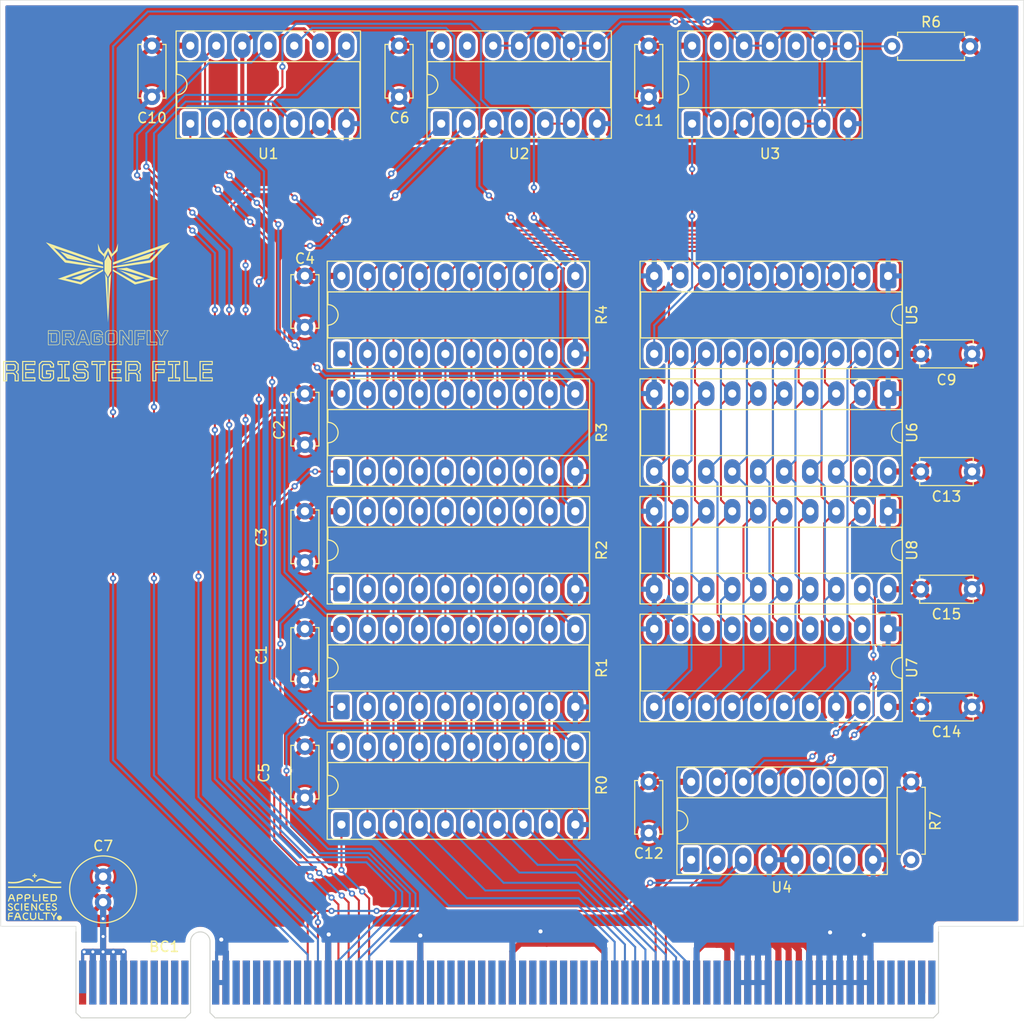
<source format=kicad_pcb>
(kicad_pcb (version 20241229) (generator "pcbnew") (generator_version "9.0")
  (layers (0 "F.Cu" signal) (2 "B.Cu" signal) (13 "F.Paste" user) (15 "B.Paste" user) (5 "F.SilkS" user "F.Silkscreen") (7 "B.SilkS" user "B.Silkscreen") (1 "F.Mask" user) (3 "B.Mask" user) (25 "Edge.Cuts" user))
  (net 0 "")
  (net 4 "GND")
  (net 8 "Net-(BC1-~{RYH})")
  (net 12 "Net-(BC1-~{LZL})")
  (net 15 "/DATA0")
  (net 20 "VCC")
  (net 29 "Net-(BC1-~{RZH})")
  (net 31 "/~{CLK}")
  (net 32 "Net-(BC1-~{RZL})")
  (net 33 "/~{PASS}")
  (net 35 "/DATA5")
  (net 48 "Net-(BC1-~{RYL})")
  (net 50 "/DATA7")
  (net 53 "/LAC")
  (net 56 "Net-(BC1-~{LZH})")
  (net 62 "Net-(BC1-~{LYH})")
  (net 65 "/DATA4")
  (net 67 "/DATA3")
  (net 75 "Net-(BC1-~{RXH})")
  (net 79 "/SHR")
  (net 81 "/DATA6")
  (net 84 "/SHL")
  (net 85 "Net-(BC1-~{LYL})")
  (net 86 "Net-(BC1-~{LXH})")
  (net 88 "/DATA1")
  (net 90 "Net-(R0-Cp)")
  (net 91 "Net-(R1-Cp)")
  (net 92 "Net-(R2-Cp)")
  (net 93 "Net-(R3-Cp)")
  (net 94 "Net-(R4-Cp)")
  (net 95 "/DATA2")
  (net 103 "Net-(R6-Pad1)")
  (net 104 "Net-(U4-E3)")
  (net 106 "Net-(U5-Cp)")
  (net 110 "/ACSHRIGHT")
  (net 115 "/ACSHLEFT")
  (net 116 "/~{RAC}")
  (net 117 "/ACCUM1")
  (net 118 "/ACCUM4")
  (net 119 "/ACCUM0")
  (net 120 "/ACCUM2")
  (net 121 "/ACCUM6")
  (net 122 "/ACCUM3")
  (net 123 "/ACCUM7")
  (net 124 "/ACCUM5")
  (footprint "Capacitor_THT:C_Radial_D6.3mm_H5.0mm_P2.50mm" (layer "F.Cu") (at 73.275 130.646036 90)
    (property "Reference" "C7")
    (property "Value" "C")
  )
  (footprint "Package_DIP:DIP-20_W7.62mm_Socket_LongPads" (layer "F.Cu") (at 96.57 77.06 90)
    (property "Reference" "R4")
    (property "Value" "74LS574")
  )
  (footprint "Capacitor_THT:C_Disc_D5.0mm_W2.5mm_P5.00mm" (layer "F.Cu") (at 78.05 46.94 -90)
    (property "Reference" "C10")
    (property "Value" "C")
  )
  (footprint "Capacitor_THT:C_Disc_D5.0mm_W2.5mm_P5.00mm" (layer "F.Cu") (at 102.2 46.94 -90)
    (property "Reference" "C6")
    (property "Value" "C")
  )
  (footprint "Resistor_THT:R_Axial_DIN0207_L6.3mm_D2.5mm_P7.62mm_Horizontal" (layer "F.Cu") (at 150.38 47)
    (property "Reference" "R6")
    (property "Value" "R")
  )
  (footprint "Package_DIP:DIP-20_W7.62mm_Socket_LongPads" (layer "F.Cu") (at 96.57 100.06 90)
    (property "Reference" "R2")
    (property "Value" "74LS574")
  )
  (footprint "Connector_PCBEdge:BUS_PCIexpress_x16" (layer "F.Cu") (at 71.275 138.5)
    (property "Reference" "BC1")
    (property "Value" "BusConnector")
    (fp_line (start -0.65 -4.95) (end -0.65 2.95) (stroke (width 0.1)) (layer "Edge.Cuts"))
    (fp_line (start -0.65 2.95) (end -0.15 3.45) (stroke (width 0.1)) (layer "Edge.Cuts"))
    (fp_line (start -0.15 3.45) (end 10.05 3.45) (stroke (width 0.1)) (layer "Edge.Cuts"))
    (fp_line (start 10.55 -4) (end 10.55 2.95) (stroke (width 0.1)) (layer "Edge.Cuts"))
    (fp_line (start 10.55 2.95) (end 10.05 3.45) (stroke (width 0.1)) (layer "Edge.Cuts"))
    (fp_line (start 12.45 -4) (end 12.45 2.95) (stroke (width 0.1)) (layer "Edge.Cuts"))
    (fp_line (start 12.45 2.95) (end 12.95 3.45) (stroke (width 0.1)) (layer "Edge.Cuts"))
    (fp_line (start 12.95 3.45) (end 83.15 3.45) (stroke (width 0.1)) (layer "Edge.Cuts"))
    (fp_line (start 83.65 -4.95) (end 83.65 2.95) (stroke (width 0.1)) (layer "Edge.Cuts"))
    (fp_line (start 83.65 2.95) (end 83.15 3.45) (stroke (width 0.1)) (layer "Edge.Cuts"))
    (fp_arc (start 10.55 -4) (mid 11.5 -4.95) (end 12.45 -4) (stroke (width 0.1)) (layer "Edge.Cuts"))
  )
  (footprint "Capacitor_THT:C_Disc_D5.0mm_W2.5mm_P5.00mm" (layer "F.Cu") (at 126.6 46.94 -90)
    (property "Reference" "C11")
    (property "Value" "C")
  )
  (footprint "Capacitor_THT:C_Disc_D5.0mm_W2.5mm_P5.00mm" (layer "F.Cu") (at 153.2 111.56)
    (property "Reference" "C14")
    (property "Value" "C")
  )
  (footprint "Package_DIP:DIP-20_W7.62mm_Socket_LongPads" (layer "F.Cu") (at 96.57 111.56 90)
    (property "Reference" "R1")
    (property "Value" "74LS574")
  )
  (footprint "Package_DIP:DIP-20_W7.62mm_Socket_LongPads" (layer "F.Cu") (at 96.57 123.06 90)
    (property "Reference" "R0")
    (property "Value" "74LS574")
  )
  (footprint "Capacitor_THT:C_Disc_D5.0mm_W2.5mm_P5.00mm" (layer "F.Cu") (at 93 85.94 90)
    (property "Reference" "C2")
    (property "Value" "C")
  )
  (footprint "Capacitor_THT:C_Disc_D5.0mm_W2.5mm_P5.00mm" (layer "F.Cu") (at 93 120.44 90)
    (property "Reference" "C5")
    (property "Value" "C")
  )
  (footprint "kibuzzard-6911B41A" (layer "F.Cu") (at 73.75 78.75)
    (property "Reference" "kibuzzard-6911B41A" (hide yes))
    (property "Value" "G***" (hide yes))
  )
  (footprint "Capacitor_THT:C_Disc_D5.0mm_W2.5mm_P5.00mm" (layer "F.Cu") (at 93 74.44 90)
    (property "Reference" "C4")
    (property "Value" "C")
  )
  (footprint "Resistor_THT:R_Axial_DIN0207_L6.3mm_D2.5mm_P7.62mm_Horizontal" (layer "F.Cu") (at 152.25 118.88 -90)
    (property "Reference" "R7")
    (property "Value" "R")
  )
  (footprint "Capacitor_THT:C_Disc_D5.0mm_W2.5mm_P5.00mm" (layer "F.Cu") (at 93 97.44 90)
    (property "Reference" "C3")
    (property "Value" "C")
  )
  (footprint "Capacitor_THT:C_Disc_D5.0mm_W2.5mm_P5.00mm" (layer "F.Cu") (at 153.2 77.06)
    (property "Reference" "C9")
    (property "Value" "C")
  )
  (footprint "Capacitor_THT:C_Disc_D5.0mm_W2.5mm_P5.00mm" (layer "F.Cu") (at 93 108.94 90)
    (property "Reference" "C1")
    (property "Value" "C")
  )
  (footprint "Package_DIP:DIP-14_W7.62mm_Socket_LongPads" (layer "F.Cu") (at 106.32 54.56 90)
    (property "Reference" "U2")
    (property "Value" "74LS02")
  )
  (footprint "Capacitor_THT:C_Disc_D5.0mm_W2.5mm_P5.00mm" (layer "F.Cu") (at 153.2 88.56)
    (property "Reference" "C13")
    (property "Value" "C")
  )
  (footprint "Capacitor_THT:C_Disc_D5.0mm_W2.5mm_P5.00mm" (layer "F.Cu") (at 126.6 118.88 -90)
    (property "Reference" "C12")
    (property "Value" "C")
  )
  (footprint "Package_DIP:DIP-20_W7.62mm_Socket_LongPads" (layer "F.Cu") (at 150 69.44 -90)
    (property "Reference" "U5")
    (property "Value" "74LS574")
  )
  (footprint "Package_DIP:DIP-20_W7.62mm_Socket_LongPads" (layer "F.Cu") (at 150 92.44 -90)
    (property "Reference" "U8")
    (property "Value" "74LS245")
  )
  (footprint "Package_DIP:DIP-16_W7.62mm_Socket_LongPads" (layer "F.Cu") (at 130.75 126.5 90)
    (property "Reference" "U4")
    (property "Value" "74LS138")
  )
  (footprint "Capacitor_THT:C_Disc_D5.0mm_W2.5mm_P5.00mm" (layer "F.Cu") (at 153.2 100.06)
    (property "Reference" "C15")
    (property "Value" "C")
  )
  (footprint "Package_DIP:DIP-14_W7.62mm_Socket_LongPads" (layer "F.Cu") (at 81.8 54.56 90)
    (property "Reference" "U1")
    (property "Value" "74LS02")
  )
  (footprint "Package_DIP:DIP-20_W7.62mm_Socket_LongPads" (layer "F.Cu") (at 96.57 88.56 90)
    (property "Reference" "R3")
    (property "Value" "74LS574")
  )
  (footprint "Package_DIP:DIP-14_W7.62mm_Socket_LongPads" (layer "F.Cu") (at 130.84 54.56 90)
    (property "Reference" "U3")
    (property "Value" "74LS02")
  )
  (footprint "Package_DIP:DIP-20_W7.62mm_Socket_LongPads" (layer "F.Cu") (at 150 80.94 -90)
    (property "Reference" "U6")
    (property "Value" "74LS245")
  )
  (footprint "Package_DIP:DIP-20_W7.62mm_Socket_LongPads" (layer "F.Cu") (at 150 103.94 -90)
    (property "Reference" "U7")
    (property "Value" "74LS245")
  )
  (gr_poly (pts (xy 77.944705 68.137627) (xy 74.21408 68.666793) (xy 74.21408 68.508043) (xy 77.838871 67.899502) (xy 78.429487 67.310738) (xy 78.830736 66.902279) (xy 78.959548 66.76505) (xy 78.993714 66.725126) (xy 79.0017 66.713829) (xy 79.003038 66.708877) (xy 78.249298 66.957825) (xy 76.613255 67.522536) (xy 74.240538 68.349293) (xy 74.240538 68.111168) (xy 79.823246 66.153252)) (fill yes) (layer "F.SilkS"))
  (gr_poly (pts (xy 65.764721 131.656523) (xy 65.773295 131.656896) (xy 65.781768 131.657498) (xy 65.79013 131.658315) (xy 65.798369 131.659331) (xy 65.806476 131.660531) (xy 65.81444 131.661899) (xy 65.822251 131.66342) (xy 65.837371 131.666859) (xy 65.851755 131.670726) (xy 65.865318 131.674898) (xy 65.877978 131.679252) (xy 65.889652 131.683664) (xy 65.900256 131.688012) (xy 65.909709 131.692174) (xy 65.917927 131.696026) (xy 65.930326 131.702309) (xy 65.936789 131.705879) (xy 65.939437 131.707525) (xy 65.941972 131.709286) (xy 65.944393 131.711156) (xy 65.946698 131.713129) (xy 65.948885 131.715201) (xy 65.950954 131.717366) (xy 65.952902 131.719619) (xy 65.95473 131.721954) (xy 65.956434 131.724368) (xy 65.958014 131.726853) (xy 65.959468 131.729406) (xy 65.960796 131.73202) (xy 65.961994 131.734691) (xy 65.963063 131.737414) (xy 65.964001 131.740182) (xy 65.964806 131.742991) (xy 65.965477 131.745837) (xy 65.966012 131.748712) (xy 65.96641 131.751613) (xy 65.96667 131.754533) (xy 65.96679 131.757469) (xy 65.966769 131.760414) (xy 65.966606 131.763363) (xy 65.966299 131.766311) (xy 65.965846 131.769253) (xy 65.965246 131.772183) (xy 65.964499 131.775097) (xy 65.963601 131.777989) (xy 65.962553 131.780854) (xy 65.961352 131.783687) (xy 65.959998 131.786482) (xy 65.958488 131.789234) (xy 65.956843 131.791882) (xy 65.955084 131.794417) (xy 65.953218 131.796837) (xy 65.951249 131.799141) (xy 65.949183 131.801328) (xy 65.947024 131.803396) (xy 65.944778 131.805344) (xy 65.94245 131.80717) (xy 65.940045 131.808872) (xy 65.937567 131.81045) (xy 65.935023 131.811902) (xy 65.932417 131.813226) (xy 65.929754 131.814421) (xy 65.927039 131.815485) (xy 65.924278 131.816418) (xy 65.921475 131.817217) (xy 65.918635 131.817881) (xy 65.915765 131.818409) (xy 65.912868 131.818799) (xy 65.90995 131.819049) (xy 65.907016 131.819159) (xy 65.90407 131.819127) (xy 65.901119 131.818952) (xy 65.898167 131.818631) (xy 65.89522 131.818163) (xy 65.892282 131.817548) (xy 65.889358 131.816784) (xy 65.886453 131.815868) (xy 65.883574 131.8148) (xy 65.880724 131.813578) (xy 65.877909 131.812201) (xy 65.875133 131.810668) (xy 65.865123 131.805541) (xy 65.853574 131.800286) (xy 65.838517 131.794261) (xy 65.829874 131.791201) (xy 65.820595 131.788237) (xy 65.81076 131.785466) (xy 65.800449 131.782982) (xy 65.789743 131.780883) (xy 65.778722 131.779265) (xy 65.767466 131.778224) (xy 65.756055 131.777855) (xy 65.742474 131.778098) (xy 65.729319 131.778825) (xy 65.716589 131.780037) (xy 65.704285 131.781733) (xy 65.692408 131.783912) (xy 65.680957 131.786575) (xy 65.669933 131.78972) (xy 65.659337 131.793348) (xy 65.649169 131.797457) (xy 65.63943 131.802048) (xy 65.630118 131.807119) (xy 65.621237 131.812671) (xy 65.612784 131.818704) (xy 65.604761 131.825215) (xy 65.597169 131.832206) (xy 65.590007 131.839676) (xy 65.583277 131.847624) (xy 65.576978 131.85605) (xy 65.57111 131.864954) (xy 65.565675 131.874334) (xy 65.560672 131.884192) (xy 65.556103 131.894525) (xy 65.551966 131.905334) (xy 65.548264 131.916618) (xy 65.544996 131.928377) (xy 65.542162 131.940611) (xy 65.539763 131.953318) (xy 65.537799 131.966499) (xy 65.535179 131.99428) (xy 65.534305 132.02395) (xy 65.534524 132.03902) (xy 65.535179 132.053616) (xy 65.536271 132.06774) (xy 65.537799 132.081389) (xy 65.539763 132.094564) (xy 65.542162 132.107264) (xy 65.544996 132.11949) (xy 65.548264 132.13124) (xy 65.551966 132.142514) (xy 65.556103 132.153313) (xy 65.560672 132.163635) (xy 65.565675 132.173481) (xy 65.57111 132.18285) (xy 65.576978 132.191741) (xy 65.583277 132.200155) (xy 65.590007 132.20809) (xy 65.597169 132.215548) (xy 65.604761 132.222527) (xy 65.612784 132.229026) (xy 65.621237 132.235047) (xy 65.630118 132.240588) (xy 65.63943 132.245648) (xy 65.649169 132.250229) (xy 65.659337 132.254328) (xy 65.669933 132.257947) (xy 65.680957 132.261084) (xy 65.692408 132.26374) (xy 65.704285 132.265913) (xy 65.716589 132.267604) (xy 65.729319 132.268812) (xy 65.742474 132.269538) (xy 65.756055 132.269779) (xy 65.76173 132.269684) (xy 65.767385 132.269405) (xy 65.773009 132.268955) (xy 65.778593 132.268347) (xy 65.784125 132.267592) (xy 65.789595 132.266703) (xy 65.794993 132.265691) (xy 65.800308 132.26457) (xy 65.810648 132.262046) (xy 65.820529 132.25923) (xy 65.829869 132.256218) (xy 65.838583 132.253109) (xy 65.846587 132.249999) (xy 65.853796 132.246987) (xy 65.860127 132.244171) (xy 65.865496 132.241647) (xy 65.873009 132.23787) (xy 65.875663 132.236438) (xy 65.878415 132.234977) (xy 65.881209 132.233669) (xy 65.884042 132.232515) (xy 65.886906 132.231511) (xy 65.889797 132.230657) (xy 65.892709 132.229951) (xy 65.895638 132.229392) (xy 65.898577 132.228978) (xy 65.901522 132.228709) (xy 65.904466 132.228583) (xy 65.907406 132.228598) (xy 65.910335 132.228753) (xy 65.913248 132.229047) (xy 65.91614 132.229478) (xy 65.919005 132.230046) (xy 65.921839 132.230748) (xy 65.924635 132.231583) (xy 65.927388 132.232551) (xy 65.930094 132.233649) (xy 65.932747 132.234876) (xy 65.935341 132.236231) (xy 65.937871 132.237713) (xy 65.940332 132.23932) (xy 65.942719 132.241051) (xy 65.945025 132.242905) (xy 65.947247 132.244879) (xy 65.949378 132.246974) (xy 65.951413 132.249186) (xy 65.953347 132.251516) (xy 65.955174 132.253962) (xy 65.95689 132.256522) (xy 65.958488 132.259194) (xy 65.959974 132.261922) (xy 65.961306 132.264692) (xy 65.962485 132.267499) (xy 65.963514 132.270339) (xy 65.964393 132.273206) (xy 65.965124 132.276095) (xy 65.965707 132.279001) (xy 65.966146 132.281918) (xy 65.96644 132.284842) (xy 65.966591 132.287766) (xy 65.966601 132.290686) (xy 65.96647 132.293597) (xy 65.966201 132.296492) (xy 65.965794 132.299368) (xy 65.965252 132.302219) (xy 65.964574 132.305039) (xy 65.963764 132.307824) (xy 65.962821 132.310568) (xy 65.961748 132.313265) (xy 65.960545 132.315911) (xy 65.959215 132.318501) (xy 65.957758 132.321029) (xy 65.956175 132.32349) (xy 65.954469 132.325878) (xy 65.952641 132.328189) (xy 65.950691 132.330417) (xy 65.948621 132.332557) (xy 65.946434 132.334604) (xy 65.944129 132.336553) (xy 65.941708 132.338398) (xy 65.939173 132.340133) (xy 65.936525 132.341755) (xy 65.930051 132.345325) (xy 65.917629 132.351608) (xy 65.899936 132.359622) (xy 65.877647 132.368382) (xy 65.864991 132.372736) (xy 65.851439 132.376907) (xy 65.837076 132.380774) (xy 65.821986 132.384214) (xy 65.806255 132.387103) (xy 65.789967 132.389319) (xy 65.773205 132.390738) (xy 65.756055 132.391239) (xy 65.756055 132.39124) (xy 65.736166 132.390839) (xy 65.716791 132.389642) (xy 65.697939 132.387656) (xy 65.679617 132.38489) (xy 65.661832 132.381352) (xy 65.644593 132.37705) (xy 65.627906 132.371993) (xy 65.611781 132.366188) (xy 65.596223 132.359644) (xy 65.581241 132.35237) (xy 65.566843 132.344372) (xy 65.553037 132.33566) (xy 65.539829 132.326241) (xy 65.527227 132.316124) (xy 65.51524 132.305317) (xy 65.503875 132.293828) (xy 65.493139 132.281665) (xy 65.48304 132.268837) (xy 65.473586 132.255351) (xy 65.464785 132.241217) (xy 65.456643 132.226441) (xy 65.44917 132.211033) (xy 65.442372 132.195) (xy 65.436257 132.178351) (xy 65.430832 132.161094) (xy 65.426106 132.143236) (xy 65.422087 132.124787) (xy 65.41878 132.105754) (xy 65.416196 132.086146) (xy 65.41434 132.06597) (xy 65.413221 132.045236) (xy 65.412846 132.02395) (xy 65.413221 132.002641) (xy 65.41434 131.981884) (xy 65.416196 131.961687) (xy 65.41878 131.942059) (xy 65.422087 131.923008) (xy 65.426106 131.904542) (xy 65.430832 131.886669) (xy 65.436257 131.869397) (xy 65.442372 131.852734) (xy 65.44917 131.836689) (xy 65.456643 131.821269) (xy 65.464785 131.806483) (xy 65.473586 131.79234) (xy 65.48304 131.778846) (xy 65.493139 131.76601) (xy 65.503875 131.753841) (xy 65.51524 131.742346) (xy 65.527227 131.731534) (xy 65.539829 131.721412) (xy 65.553037 131.71199) (xy 65.566843 131.703274) (xy 65.581241 131.695274) (xy 65.596223 131.687997) (xy 65.611781 131.681451) (xy 65.627906 131.675645) (xy 65.644593 131.670587) (xy 65.661832 131.666285) (xy 65.679617 131.662746) (xy 65.697939 131.65998) (xy 65.716791 131.657994) (xy 65.736166 131.656796) (xy 65.756055 131.656395)) (fill yes) (layer "F.SilkS"))
  (gr_poly (pts (xy 77.896816 75.908439) (xy 78.530228 75.911879) (xy 78.526788 76.18096) (xy 77.574288 76.18096) (xy 77.574288 74.778669) (xy 77.891788 74.778669)) (stroke (width 0.052916)) (fill no) (layer "F.SilkS"))
  (gr_poly (pts (xy 72.934556 74.790046) (xy 72.950509 74.790969) (xy 72.966118 74.79328) (xy 72.98137 74.796885) (xy 72.996256 74.801692) (xy 73.010765 74.807608) (xy 73.024886 74.814541) (xy 73.038609 74.822396) (xy 73.051923 74.831081) (xy 73.064818 74.840503) (xy 73.077283 74.85057) (xy 73.089307 74.861187) (xy 73.10088 74.872264) (xy 73.111992 74.883706) (xy 73.122631 74.89542) (xy 73.142452 74.919295) (xy 73.160257 74.943144) (xy 73.175962 74.966226) (xy 73.189482 74.987796) (xy 73.200734 75.007112) (xy 73.216094 75.036004) (xy 73.221364 75.046956) (xy 73.235122 75.202002) (xy 72.917622 75.202002) (xy 72.917584 75.203742) (xy 72.917522 75.202233) (xy 72.917622 75.149085) (xy 72.917493 75.142595) (xy 72.917071 75.136464) (xy 72.916375 75.130683) (xy 72.915424 75.12524) (xy 72.914238 75.120126) (xy 72.912837 75.115331) (xy 72.911239 75.110844) (xy 72.909465 75.106656) (xy 72.907534 75.102758) (xy 72.905466 75.099137) (xy 72.90328 75.095786) (xy 72.900995 75.092693) (xy 72.898631 75.089849) (xy 72.896208 75.087243) (xy 72.893746 75.084866) (xy 72.891263 75.082708) (xy 72.888779 75.080758) (xy 72.886314 75.079006) (xy 72.883887 75.077443) (xy 72.881518 75.076058) (xy 72.877031 75.073784) (xy 72.87301 75.072104) (xy 72.869611 75.070936) (xy 72.86699 75.070202) (xy 72.864705 75.06971) (xy 72.46783 75.06971) (xy 72.461952 75.069885) (xy 72.45651 75.070348) (xy 72.451488 75.071079) (xy 72.446869 75.07206) (xy 72.442638 75.073271) (xy 72.438777 75.074692) (xy 72.435271 75.076305) (xy 72.432103 75.07809) (xy 72.429257 75.080028) (xy 72.426716 75.082101) (xy 72.424463 75.084287) (xy 72.422484 75.08657) (xy 72.420761 75.088928) (xy 72.419277 75.091343) (xy 72.418017 75.093796) (xy 72.416964 75.096268) (xy 72.416101 75.098738) (xy 72.415413 75.101189) (xy 72.414883 75.103601) (xy 72.414495 75.105954) (xy 72.414077 75.110407) (xy 72.414029 75.114396) (xy 72.414219 75.117766) (xy 72.414517 75.120364) (xy 72.414913 75.122627) (xy 72.414913 75.837001) (xy 72.415118 75.841925) (xy 72.415761 75.846534) (xy 72.416814 75.850838) (xy 72.418248 75.854848) (xy 72.420033 75.858574) (xy 72.42214 75.862026) (xy 72.42454 75.865215) (xy 72.427204 75.868152) (xy 72.430102 75.870846) (xy 72.433206 75.873309) (xy 72.436485 75.87555) (xy 72.439912 75.87758) (xy 72.443456 75.87941) (xy 72.447088 75.88105) (xy 72.45078 75.882509) (xy 72.454502 75.8838) (xy 72.461918 75.885914) (xy 72.469104 75.887476) (xy 72.475825 75.88857) (xy 72.481849 75.889277) (xy 72.490867 75.889869) (xy 72.494288 75.889918) (xy 72.864705 75.889918) (xy 72.870025 75.88972) (xy 72.874979 75.889237) (xy 72.879581 75.888488) (xy 72.883843 75.887492) (xy 72.887778 75.886269) (xy 72.8914 75.884838) (xy 72.894721 75.883217) (xy 72.897753 75.881427) (xy 72.900511 75.879484) (xy 72.903006 75.87741) (xy 72.905251 75.875223) (xy 72.907261 75.872942) (xy 72.909046 75.870587) (xy 72.910621 75.868175) (xy 72.911998 75.865727) (xy 72.91319 75.863261) (xy 72.91421 75.860797) (xy 72.915071 75.858354) (xy 72.915785 75.85595) (xy 72.916366 75.853605) (xy 72.917179 75.849168) (xy 72.917613 75.845195) (xy 72.917772 75.841839) (xy 72.917757 75.839253) (xy 72.917622 75.837001) (xy 72.917622 75.627452) (xy 72.653038 75.625335) (xy 72.653038 75.38721) (xy 73.216865 75.386943) (xy 73.223546 75.585447) (xy 73.226911 75.759535) (xy 73.227146 75.843692) (xy 73.225861 75.917698) (xy 73.224669 75.934697) (xy 73.222239 75.951025) (xy 73.218656 75.96669) (xy 73.214003 75.9817) (xy 73.208364 75.996064) (xy 73.201822 76.009791) (xy 73.194461 76.022889) (xy 73.186364 76.035367) (xy 73.177615 76.047235) (xy 73.168298 76.058499) (xy 73.158496 76.06917) (xy 73.148294 76.079256) (xy 73.137774 76.088765) (xy 73.12702 76.097706) (xy 73.116116 76.106088) (xy 73.105145 76.11392) (xy 73.083339 76.127966) (xy 73.062269 76.139915) (xy 73.042606 76.149835) (xy 73.025018 76.157795) (xy 72.998742 76.168117) (xy 72.988795 76.171434) (xy 72.806927 76.17408) (xy 72.608949 76.174113) (xy 72.365701 76.170376) (xy 72.343446 76.169135) (xy 72.322444 76.166565) (xy 72.30266 76.162753) (xy 72.284058 76.157791) (xy 72.266603 76.151768) (xy 72.250258 76.144775) (xy 72.234987 76.1369) (xy 72.220755 76.128233) (xy 72.207526 76.118866) (xy 72.195263 76.108886) (xy 72.183931 76.098385) (xy 72.173494 76.087451) (xy 72.163917 76.076176) (xy 72.155162 76.064648) (xy 72.147195 76.052957) (xy 72.139979 76.041194) (xy 72.133478 76.029448) (xy 72.127657 76.017808) (xy 72.11791 75.995209) (xy 72.110451 75.974116) (xy 72.104992 75.955246) (xy 72.101245 75.939318) (xy 72.098925 75.927052) (xy 72.097414 75.916377) (xy 72.097414 75.06971) (xy 72.0988 75.045307) (xy 72.101987 75.022372) (xy 72.106853 75.000858) (xy 72.113276 74.980722) (xy 72.121137 74.961917) (xy 72.130314 74.944398) (xy 72.140686 74.928119) (xy 72.152133 74.913035) (xy 72.164533 74.899101) (xy 72.177766 74.886271) (xy 72.19171 74.874499) (xy 72.206244 74.863741) (xy 72.221249 74.85395) (xy 72.236602 74.845082) (xy 72.252184 74.837091) (xy 72.267872 74.829931) (xy 72.299085 74.817924) (xy 72.329276 74.808697) (xy 72.357476 74.801887) (xy 72.382717 74.797131) (xy 72.404034 74.794064) (xy 72.420458 74.792324) (xy 72.434758 74.791368) (xy 72.621752 74.789813) (xy 72.785694 74.789247)) (stroke (width 0.052916)) (fill no) (layer "F.SilkS"))
  (gr_poly (pts (xy 64.43054 131.656474) (xy 64.43363 131.656709) (xy 64.436675 131.657096) (xy 64.439672 131.657631) (xy 64.442616 131.658311) (xy 64.445504 131.659131) (xy 64.448332 131.660088) (xy 64.451096 131.661178) (xy 64.453791 131.662397) (xy 64.456416 131.663742) (xy 64.458964 131.665207) (xy 64.461434 131.666791) (xy 64.46382 131.668488) (xy 64.466119 131.670295) (xy 64.468328 131.672208) (xy 64.470442 131.674223) (xy 64.472457 131.676337) (xy 64.47437 131.678546) (xy 64.476177 131.680845) (xy 64.477874 131.683231) (xy 64.479457 131.6857) (xy 64.480923 131.688249) (xy 64.482267 131.690873) (xy 64.483486 131.693569) (xy 64.484576 131.696333) (xy 64.485533 131.699161) (xy 64.486354 131.702048) (xy 64.487034 131.704993) (xy 64.487569 131.707989) (xy 64.487956 131.711035) (xy 64.488191 131.714125) (xy 64.48827 131.717256) (xy 64.488191 131.720387) (xy 64.487956 131.723475) (xy 64.487569 131.726517) (xy 64.487034 131.729509) (xy 64.486354 131.732448) (xy 64.485533 131.735328) (xy 64.484576 131.738148) (xy 64.483486 131.740903) (xy 64.482267 131.743589) (xy 64.480923 131.746203) (xy 64.479457 131.748741) (xy 64.477874 131.751199) (xy 64.476177 131.753573) (xy 64.47437 131.755861) (xy 64.472457 131.758057) (xy 64.470442 131.760158) (xy 64.468328 131.762161) (xy 64.466119 131.764062) (xy 64.46382 131.765857) (xy 64.461434 131.767542) (xy 64.458964 131.769114) (xy 64.456416 131.770569) (xy 64.453791 131.771903) (xy 64.451096 131.773112) (xy 64.448332 131.774193) (xy 64.445504 131.775142) (xy 64.442616 131.775955) (xy 64.439672 131.776629) (xy 64.436675 131.77716) (xy 64.43363 131.777543) (xy 64.43054 131.777776) (xy 64.427408 131.777854) (xy 64.230003 131.777854) (xy 64.230003 131.777856) (xy 64.218846 131.778055) (xy 64.208381 131.778637) (xy 64.198587 131.779582) (xy 64.189441 131.780868) (xy 64.18092 131.782473) (xy 64.173004 131.784378) (xy 64.165668 131.78656) (xy 64.158892 131.788999) (xy 64.152652 131.791673) (xy 64.146927 131.794561) (xy 64.141694 131.797642) (xy 64.136932 131.800895) (xy 64.132617 131.804298) (xy 64.128729 131.807831) (xy 64.125243 131.811472) (xy 64.122139 131.8152) (xy 64.119393 131.818994) (xy 64.116985 131.822833) (xy 64.114891 131.826695) (xy 64.113089 131.83056) (xy 64.111557 131.834406) (xy 64.110272 131.838211) (xy 64.108358 131.845619) (xy 64.107168 131.852612) (xy 64.106524 131.859021) (xy 64.106162 131.869413) (xy 64.10593 131.906493) (xy 64.105897 131.958061) (xy 64.391156 131.958061) (xy 64.394263 131.95814) (xy 64.397331 131.958375) (xy 64.400355 131.958762) (xy 64.403332 131.959298) (xy 64.406258 131.959977) (xy 64.409129 131.960798) (xy 64.411941 131.961755) (xy 64.41469 131.962844) (xy 64.417373 131.964063) (xy 64.419985 131.965408) (xy 64.422522 131.966873) (xy 64.424981 131.968457) (xy 64.427358 131.970154) (xy 64.429649 131.971961) (xy 64.43185 131.973874) (xy 64.433958 131.975889) (xy 64.435967 131.978003) (xy 64.437875 131.980212) (xy 64.439678 131.982511) (xy 64.441371 131.984897) (xy 64.442951 131.987366) (xy 64.444414 131.989915) (xy 64.445756 131.992539) (xy 64.446973 131.995235) (xy 64.448062 131.997999) (xy 64.449018 132.000827) (xy 64.449838 132.003714) (xy 64.450517 132.006659) (xy 64.451052 132.009656) (xy 64.451439 132.012701) (xy 64.451674 132.015791) (xy 64.451753 132.018923) (xy 64.451674 132.022054) (xy 64.451439 132.025144) (xy 64.451052 132.02819) (xy 64.450517 132.031186) (xy 64.449838 132.034131) (xy 64.449018 132.037018) (xy 64.448062 132.039846) (xy 64.446973 132.04261) (xy 64.445756 132.045306) (xy 64.444414 132.04793) (xy 64.442951 132.050478) (xy 64.441371 132.052948) (xy 64.439678 132.055334) (xy 64.437875 132.057633) (xy 64.435967 132.059842) (xy 64.433958 132.061956) (xy 64.43185 132.063971) (xy 64.429649 132.065884) (xy 64.427358 132.067691) (xy 64.424981 132.069388) (xy 64.422522 132.070971) (xy 64.419985 132.072437) (xy 64.417373 132.073781) (xy 64.41469 132.075) (xy 64.411941 132.07609) (xy 64.409129 132.077047) (xy 64.406258 132.077867) (xy 64.403332 132.078547) (xy 64.400355 132.079082) (xy 64.397331 132.07947) (xy 64.394263 132.079705) (xy 64.391156 132.079784) (xy 64.105897 132.079784) (xy 64.106162 132.330642) (xy 64.106084 132.333749) (xy 64.105851 132.336817) (xy 64.105467 132.339842) (xy 64.104937 132.342819) (xy 64.104263 132.345745) (xy 64.10345 132.348617) (xy 64.102501 132.35143) (xy 64.10142 132.354181) (xy 64.10021 132.356865) (xy 64.098876 132.359479) (xy 64.097422 132.362019) (xy 64.09585 132.364481) (xy 64.094164 132.366862) (xy 64.092369 132.369158) (xy 64.090469 132.371364) (xy 64.088466 132.373477) (xy 64.086364 132.375493) (xy 64.084168 132.377409) (xy 64.081881 132.379219) (xy 64.079506 132.380922) (xy 64.077048 132.382512) (xy 64.074511 132.383986) (xy 64.071897 132.385341) (xy 64.069211 132.386571) (xy 64.066456 132.387675) (xy 64.063636 132.388646) (xy 64.060755 132.389483) (xy 64.057817 132.390181) (xy 64.054825 132.390735) (xy 64.051783 132.391143) (xy 64.048695 132.391401) (xy 64.045565 132.391504) (xy 64.042433 132.391425) (xy 64.039343 132.39119) (xy 64.036298 132.390803) (xy 64.033301 132.390268) (xy 64.030357 132.389589) (xy 64.027469 132.388769) (xy 64.024641 132.387813) (xy 64.021877 132.386725) (xy 64.019181 132.385507) (xy 64.016557 132.384165) (xy 64.014009 132.382702) (xy 64.011539 132.381122) (xy 64.009153 132.379429) (xy 64.006854 132.377626) (xy 64.004645 132.375718) (xy 64.002531 132.373709) (xy 64.000516 132.371601) (xy 63.998603 132.3694) (xy 63.996796 132.367109) (xy 63.995099 132.364732) (xy 63.993516 132.362273) (xy 63.99205 132.359736) (xy 63.990706 132.357124) (xy 63.989487 132.354441) (xy 63.988397 132.351692) (xy 63.98744 132.34888) (xy 63.986619 132.346009) (xy 63.98594 132.343083) (xy 63.985404 132.340106) (xy 63.985017 132.337081) (xy 63.984782 132.334014) (xy 63.984703 132.330906) (xy 63.984703 131.868354) (xy 63.985097 131.856245) (xy 63.986027 131.844432) (xy 63.987487 131.83292) (xy 63.989469 131.821715) (xy 63.991967 131.810824) (xy 63.994974 131.800252) (xy 63.998484 131.790004) (xy 64.00249 131.780088) (xy 64.006985 131.770507) (xy 64.011962 131.761269) (xy 64.017416 131.752379) (xy 64.023338 131.743843) (xy 64.029723 131.735667) (xy 64.036563 131.727856) (xy 64.043853 131.720416) (xy 64.051585 131.713354) (xy 64.059752 131.706675) (xy 64.068349 131.700384) (xy 64.077368 131.694488) (xy 64.086803 131.688992) (xy 64.096646 131.683903) (xy 64.106892 131.679226) (xy 64.117533 131.674966) (xy 64.128564 131.671131) (xy 64.139976 131.667724) (xy 64.151764 131.664753) (xy 64.163921 131.662223) (xy 64.17644 131.660141) (xy 64.189314 131.65851) (xy 64.202537 131.657339) (xy 64.230003 131.656394) (xy 64.427408 131.656394)) (fill yes) (layer "F.SilkS"))
  (gr_poly (pts (xy 73.818528 68.209592) (xy 73.819321 68.818399) (xy 73.756615 69.016308) (xy 73.755822 69.014984) (xy 73.678564 68.825542) (xy 73.684913 68.217001) (xy 73.749472 68.004805)) (fill yes) (layer "F.SilkS"))
  (gr_poly (pts (xy 71.020824 69.825933) (xy 70.192414 69.67221) (xy 72.653038 68.87846)) (fill yes) (layer "F.SilkS"))
  (gr_poly (pts (xy 66.688788 131.656473) (xy 66.691876 131.656708) (xy 66.694918 131.657095) (xy 66.69791 131.65763) (xy 66.700848 131.658309) (xy 66.703729 131.659129) (xy 66.706549 131.660085) (xy 66.709304 131.661173) (xy 66.71199 131.662391) (xy 66.714604 131.663733) (xy 66.717142 131.665196) (xy 66.7196 131.666776) (xy 66.721974 131.668469) (xy 66.724261 131.670272) (xy 66.726458 131.67218) (xy 66.728559 131.674189) (xy 66.730562 131.676297) (xy 66.732463 131.678498) (xy 66.734258 131.680789) (xy 66.735943 131.683166) (xy 66.737515 131.685625) (xy 66.73897 131.688163) (xy 66.740304 131.690775) (xy 66.741513 131.693457) (xy 66.742594 131.696206) (xy 66.743543 131.699018) (xy 66.744356 131.701889) (xy 66.74503 131.704815) (xy 66.74556 131.707792) (xy 66.745944 131.710817) (xy 66.746177 131.713884) (xy 66.746255 131.716992) (xy 66.745991 132.116565) (xy 66.745571 132.132251) (xy 66.744327 132.147595) (xy 66.742283 132.162589) (xy 66.739459 132.177222) (xy 66.735879 132.191483) (xy 66.731565 132.205362) (xy 66.72654 132.21885) (xy 66.720827 132.231934) (xy 66.714448 132.244606) (xy 66.707425 132.256855) (xy 66.699782 132.26867) (xy 66.69154 132.280041) (xy 66.682723 132.290959) (xy 66.673353 132.301412) (xy 66.663452 132.31139) (xy 66.653044 132.320883) (xy 66.64215 132.329881) (xy 66.630793 132.338373) (xy 66.618996 132.346349) (xy 66.606782 132.353798) (xy 66.594173 132.360711) (xy 66.581191 132.367077) (xy 66.567859 132.372886) (xy 66.5542 132.378127) (xy 66.540237 132.38279) (xy 66.525991 132.386865) (xy 66.511486 132.390341) (xy 66.496744 132.393209) (xy 66.481788 132.395457) (xy 66.466639 132.397076) (xy 66.451322 132.398054) (xy 66.435858 132.398383) (xy 66.420346 132.398053) (xy 66.404983 132.39707) (xy 66.389793 132.395444) (xy 66.374797 132.393187) (xy 66.360019 132.390309) (xy 66.34548 132.38682) (xy 66.331203 132.382731) (xy 66.31721 132.378053) (xy 66.303525 132.372796) (xy 66.290169 132.366971) (xy 66.277164 132.360588) (xy 66.264535 132.353659) (xy 66.252302 132.346193) (xy 66.240489 132.338202) (xy 66.229117 132.329695) (xy 66.21821 132.320685) (xy 66.20779 132.31118) (xy 66.197879 132.301192) (xy 66.1885 132.290732) (xy 66.179675 132.279809) (xy 66.171427 132.268435) (xy 66.163779 132.25662) (xy 66.156752 132.244376) (xy 66.150369 132.231711) (xy 66.144653 132.218638) (xy 66.139626 132.205166) (xy 66.135311 132.191307) (xy 66.13173 132.17707) (xy 66.128906 132.162467) (xy 66.126861 132.147508) (xy 66.125617 132.132204) (xy 66.125197 132.116565) (xy 66.125197 131.716992) (xy 66.125196 131.716992) (xy 66.125274 131.713884) (xy 66.125507 131.710817) (xy 66.125891 131.707792) (xy 66.126421 131.704815) (xy 66.127095 131.701889) (xy 66.127908 131.699018) (xy 66.128857 131.696206) (xy 66.129938 131.693457) (xy 66.131148 131.690775) (xy 66.132482 131.688163) (xy 66.133937 131.685625) (xy 66.135508 131.683166) (xy 66.137194 131.680789) (xy 66.138989 131.678498) (xy 66.14089 131.676297) (xy 66.142893 131.674189) (xy 66.144994 131.67218) (xy 66.14719 131.670272) (xy 66.149478 131.668469) (xy 66.151852 131.666776) (xy 66.15431 131.665196) (xy 66.156848 131.663733) (xy 66.159462 131.662391) (xy 66.162148 131.661173) (xy 66.164903 131.660085) (xy 66.167722 131.659129) (xy 66.170603 131.658309) (xy 66.173541 131.65763) (xy 66.176533 131.657095) (xy 66.179575 131.656708) (xy 66.182663 131.656473) (xy 66.185794 131.656394) (xy 66.188925 131.656472) (xy 66.192015 131.656705) (xy 66.195061 131.657089) (xy 66.198058 131.657619) (xy 66.201002 131.658293) (xy 66.20389 131.659106) (xy 66.206717 131.660055) (xy 66.209481 131.661136) (xy 66.212177 131.662346) (xy 66.214801 131.66368) (xy 66.21735 131.665134) (xy 66.219819 131.666706) (xy 66.222205 131.668392) (xy 66.224505 131.670187) (xy 66.226713 131.672087) (xy 66.228827 131.67409) (xy 66.230842 131.676192) (xy 66.232756 131.678388) (xy 66.234563 131.680675) (xy 66.23626 131.68305) (xy 66.237843 131.685508) (xy 66.239309 131.688046) (xy 66.240653 131.69066) (xy 66.241872 131.693346) (xy 66.242962 131.696101) (xy 66.243919 131.69892) (xy 66.244739 131.701801) (xy 66.245419 131.704739) (xy 66.245954 131.707731) (xy 66.246342 131.710773) (xy 66.246577 131.713861) (xy 66.246656 131.716992) (xy 66.246921 132.126885) (xy 66.24714 132.133671) (xy 66.247795 132.140475) (xy 66.248878 132.14728) (xy 66.250383 132.154073) (xy 66.252302 132.160837) (xy 66.254629 132.167557) (xy 66.257356 132.174218) (xy 66.260478 132.180805) (xy 66.263987 132.187302) (xy 66.267877 132.193695) (xy 66.276769 132.206105) (xy 66.287102 132.217912) (xy 66.298819 132.228995) (xy 66.30518 132.234226) (xy 66.311867 132.239231) (xy 66.318872 132.243993) (xy 66.32619 132.248498) (xy 66.333813 132.252731) (xy 66.341734 132.256675) (xy 66.349947 132.260316) (xy 66.358445 132.263639) (xy 66.36722 132.266628) (xy 66.376267 132.269268) (xy 66.385578 132.271544) (xy 66.395147 132.27344) (xy 66.404966 132.274941) (xy 66.415028 132.276032) (xy 66.425328 132.276698) (xy 66.435858 132.276924) (xy 66.445642 132.276722) (xy 66.455289 132.276123) (xy 66.464788 132.275138) (xy 66.474127 132.273779) (xy 66.483295 132.272056) (xy 66.49228 132.26998) (xy 66.501072 132.267562) (xy 66.509658 132.264813) (xy 66.518027 132.261745) (xy 66.526169 132.258368) (xy 66.53407 132.254693) (xy 66.541722 132.250731) (xy 66.54911 132.246494) (xy 66.556226 132.241991) (xy 66.563056 132.237235) (xy 66.56959 132.232236) (xy 66.575816 132.227006) (xy 66.581723 132.221554) (xy 66.587299 132.215893) (xy 66.592534 132.210033) (xy 66.597415 132.203985) (xy 66.601931 132.19776) (xy 66.606071 132.19137) (xy 66.609824 132.184824) (xy 66.613178 132.178135) (xy 66.616122 132.171313) (xy 66.618644 132.164369) (xy 66.620733 132.157315) (xy 66.622378 132.15016) (xy 66.623567 132.142917) (xy 66.624288 132.135596) (xy 66.624531 132.128208) (xy 66.624796 131.716992) (xy 66.624875 131.713861) (xy 66.62511 131.710773) (xy 66.625497 131.707731) (xy 66.626033 131.704739) (xy 66.626713 131.701801) (xy 66.627533 131.69892) (xy 66.62849 131.6961) (xy 66.62958 131.693345) (xy 66.630799 131.690659) (xy 66.632143 131.688045) (xy 66.633609 131.685508) (xy 66.635192 131.68305) (xy 66.636889 131.680675) (xy 66.638696 131.678388) (xy 66.640609 131.676192) (xy 66.642624 131.67409) (xy 66.644738 131.672087) (xy 66.646947 131.670186) (xy 66.649246 131.668391) (xy 66.651632 131.666706) (xy 66.654102 131.665134) (xy 66.65665 131.663679) (xy 66.659274 131.662346) (xy 66.66197 131.661136) (xy 66.664734 131.660055) (xy 66.667562 131.659106) (xy 66.670449 131.658293) (xy 66.673394 131.657619) (xy 66.67639 131.657089) (xy 66.679436 131.656705) (xy 66.682526 131.656472) (xy 66.685657 131.656394)) (fill yes) (layer "F.SilkS"))
  (gr_poly (pts (xy 72.864705 68.746168) (xy 72.645485 68.785264) (xy 72.376991 68.841674) (xy 72.204635 68.881293) (xy 72.007488 68.929359) (xy 71.786011 68.986501) (xy 71.540665 69.053346) (xy 71.271909 69.130523) (xy 70.980206 69.21866) (xy 70.666016 69.318386) (xy 70.3298 69.430328) (xy 69.972019 69.555116) (xy 69.593132 69.693376) (xy 71.03908 70.042627) (xy 73.26158 68.799085) (xy 73.288038 68.957835) (xy 71.118455 70.280751) (xy 68.843039 69.725127) (xy 71.912205 68.640335)) (fill yes) (layer "F.SilkS"))
  (gr_poly (pts (xy 69.186561 129.253928) (xy 63.988142 129.253928) (xy 63.988142 129.107859) (xy 69.186561 129.107859)) (fill yes) (layer "F.SilkS"))
  (gr_poly (pts (xy 74.081788 67.978877) (xy 74.071999 68.950691) (xy 73.73783 69.539918) (xy 73.409217 68.9454) (xy 73.42033 67.978877) (xy 73.751853 67.387269)) (fill yes) (layer "F.SilkS"))
  (gr_poly (pts (xy 74.69033 66.999918) (xy 74.108247 67.582002) (xy 74.161163 67.899502) (xy 73.764288 66.999918) (xy 73.340955 67.899502) (xy 73.393872 67.582002) (xy 72.811788 66.999918) (xy 72.758872 66.259085) (xy 72.995144 66.86551) (xy 73.04864 66.937849) (xy 73.103919 67.010813) (xy 73.167917 67.092787) (xy 73.232908 67.172132) (xy 73.26336 67.207181) (xy 73.291164 67.237208) (xy 73.315352 67.260758) (xy 73.334958 67.276376) (xy 73.342742 67.280756) (xy 73.349018 67.282607) (xy 73.353666 67.281747) (xy 73.356565 67.277996) (xy 73.36415 67.262226) (xy 73.37836 67.236821) (xy 73.423026 67.16291) (xy 73.483293 67.067878) (xy 73.551894 66.96334) (xy 73.621562 66.86091) (xy 73.685029 66.772203) (xy 73.712166 66.736626) (xy 73.735027 66.708834) (xy 73.752704 66.690281) (xy 73.759315 66.684923) (xy 73.764288 66.682418) (xy 73.769291 66.68321) (xy 73.775983 66.687465) (xy 73.793952 66.705452) (xy 73.817224 66.734549) (xy 73.844829 66.772926) (xy 73.909163 66.870198) (xy 73.979196 66.982621) (xy 74.105328 67.19435) (xy 74.161163 67.29096) (xy 74.505122 66.894085) (xy 74.743247 66.259085)) (fill yes) (layer "F.SilkS"))
  (gr_poly (pts (xy 74.05533 69.328251) (xy 73.75 74) (xy 73.473247 69.301793) (xy 73.446788 69.169502) (xy 73.684913 69.645752) (xy 73.76323 72.508279) (xy 73.817205 69.645752) (xy 74.081788 69.169502)) (fill yes) (layer "F.SilkS"))
  (gr_poly (pts (xy 68.766574 74.78396) (xy 68.808581 74.79506) (xy 68.828949 74.801652) (xy 68.851699 74.810503) (xy 68.876048 74.821979) (xy 68.888578 74.828816) (xy 68.901214 74.836447) (xy 68.913858 74.844917) (xy 68.926414 74.854273) (xy 68.938782 74.86456) (xy 68.950865 74.875823) (xy 68.962566 74.888109) (xy 68.973786 74.901464) (xy 68.984427 74.915932) (xy 68.994393 74.931561) (xy 69.003584 74.948395) (xy 69.011904 74.966481) (xy 69.019254 74.985865) (xy 69.025537 75.006591) (xy 69.030654 75.028706) (xy 69.034508 75.052256) (xy 69.037002 75.077286) (xy 69.038037 75.103843) (xy 69.046768 75.872986) (xy 69.047151 75.886122) (xy 69.046791 75.901204) (xy 69.045317 75.920772) (xy 69.04217 75.943936) (xy 69.036792 75.969803) (xy 69.033091 75.983472) (xy 69.028622 75.997482) (xy 69.023315 76.011722) (xy 69.017102 76.026081) (xy 69.00991 76.040446) (xy 69.001671 76.054707) (xy 68.992315 76.068752) (xy 68.981772 76.082469) (xy 68.969972 76.095748) (xy 68.956844 76.108476) (xy 68.94232 76.120542) (xy 68.926329 76.131835) (xy 68.908801 76.142243) (xy 68.889667 76.151655) (xy 68.868855 76.159959) (xy 68.846298 76.167044) (xy 68.821924 76.172798) (xy 68.795664 76.17711) (xy 68.767448 76.179868) (xy 68.737205 76.180961) (xy 68.201986 76.181854) (xy 67.916997 76.180961) (xy 67.916997 75.889918) (xy 68.208039 75.889918) (xy 68.416067 75.89091) (xy 68.568575 75.891034) (xy 68.65783 75.889918) (xy 68.662015 75.889458) (xy 68.666134 75.888591) (xy 68.670182 75.887345) (xy 68.674155 75.885748) (xy 68.678048 75.883827) (xy 68.681858 75.881611) (xy 68.685579 75.879126) (xy 68.689208 75.8764) (xy 68.69274 75.873461) (xy 68.696171 75.870336) (xy 68.699496 75.867054) (xy 68.702711 75.863641) (xy 68.708794 75.856535) (xy 68.714385 75.849239) (xy 68.719449 75.841974) (xy 68.72395 75.834961) (xy 68.727855 75.82842) (xy 68.731128 75.822574) (xy 68.735639 75.813846) (xy 68.737205 75.810543) (xy 68.738495 75.48494) (xy 68.738656 75.250763) (xy 68.737205 75.122627) (xy 68.736675 75.118169) (xy 68.735747 75.113966) (xy 68.734449 75.110012) (xy 68.732807 75.1063) (xy 68.730849 75.10282) (xy 68.728603 75.099567) (xy 68.726095 75.096533) (xy 68.723352 75.093709) (xy 68.720402 75.091088) (xy 68.717271 75.088664) (xy 68.713988 75.086428) (xy 68.710579 75.084373) (xy 68.707071 75.082492) (xy 68.703492 75.080776) (xy 68.696228 75.077813) (xy 68.689004 75.075423) (xy 68.682038 75.073547) (xy 68.675547 75.072124) (xy 68.669749 75.071095) (xy 68.6611 75.069976) (xy 68.65783 75.06971) (xy 68.208039 75.06971) (xy 68.208039 75.889918) (xy 67.916997 75.889918) (xy 67.916997 74.778669)) (stroke (width 0.052916)) (fill no) (layer "F.SilkS"))
  (gr_poly (pts (xy 68.524799 130.750001) (xy 68.537939 130.750553) (xy 68.550673 130.751455) (xy 68.563 130.752691) (xy 68.574919 130.754246) (xy 68.586428 130.756105) (xy 68.597524 130.758253) (xy 68.608207 130.760675) (xy 68.618474 130.763356) (xy 68.628324 130.766279) (xy 68.637754 130.769431) (xy 68.646764 130.772796) (xy 68.655352 130.776359) (xy 68.663515 130.780105) (xy 68.671253 130.784018) (xy 68.678562 130.788084) (xy 68.685442 130.792287) (xy 68.691891 130.796612) (xy 68.697907 130.801043) (xy 68.703488 130.805567) (xy 68.708633 130.810167) (xy 68.713339 130.814828) (xy 68.717606 130.819536) (xy 68.72143 130.824275) (xy 68.724812 130.829029) (xy 68.727748 130.833785) (xy 68.730237 130.838525) (xy 68.732278 130.843237) (xy 68.733868 130.847903) (xy 68.735006 130.85251) (xy 68.73569 130.857041) (xy 68.735918 130.861483) (xy 68.735835 130.864519) (xy 68.735589 130.867524) (xy 68.735184 130.870492) (xy 68.734624 130.87342) (xy 68.733914 130.876303) (xy 68.733058 130.879137) (xy 68.732059 130.881917) (xy 68.730924 130.884641) (xy 68.729654 130.887302) (xy 68.728256 130.889898) (xy 68.726733 130.892424) (xy 68.72509 130.894875) (xy 68.72333 130.897248) (xy 68.721458 130.899539) (xy 68.719478 130.901742) (xy 68.717395 130.903854) (xy 68.715213 130.905871) (xy 68.712935 130.907788) (xy 68.710567 130.909602) (xy 68.708113 130.911307) (xy 68.705576 130.912901) (xy 68.702962 130.914378) (xy 68.700273 130.915734) (xy 68.697516 130.916965) (xy 68.694693 130.918067) (xy 68.691809 130.919036) (xy 68.688869 130.919868) (xy 68.685877 130.920558) (xy 68.682836 130.921101) (xy 68.679752 130.921495) (xy 68.676628 130.921734) (xy 68.673469 130.921815) (xy 68.669999 130.921713) (xy 68.666541 130.921409) (xy 68.663098 130.920906) (xy 68.659675 130.920207) (xy 68.656277 130.919313) (xy 68.652908 130.918229) (xy 68.649574 130.916956) (xy 68.646278 130.915497) (xy 68.643026 130.913856) (xy 68.639822 130.912034) (xy 68.636671 130.910034) (xy 68.633577 130.90786) (xy 68.630545 130.905514) (xy 68.62758 130.902998) (xy 68.624686 130.900316) (xy 68.621868 130.89747) (xy 68.616718 130.892502) (xy 68.611324 130.887852) (xy 68.605686 130.883521) (xy 68.599805 130.879509) (xy 68.593679 130.875815) (xy 68.58731 130.872439) (xy 68.580696 130.869381) (xy 68.573839 130.866642) (xy 68.566738 130.864221) (xy 68.559392 130.862119) (xy 68.551803 130.860335) (xy 68.54397 130.858869) (xy 68.535893 130.857721) (xy 68.527572 130.856892) (xy 68.519007 130.856382) (xy 68.510198 130.856189) (xy 68.504197 130.856298) (xy 68.498352 130.85662) (xy 68.492665 130.857148) (xy 68.487138 130.857874) (xy 68.481774 130.858792) (xy 68.476575 130.859894) (xy 68.471543 130.861174) (xy 68.466681 130.862623) (xy 68.46199 130.864235) (xy 68.457473 130.866003) (xy 68.453133 130.867919) (xy 68.44897 130.869976) (xy 68.444989 130.872168) (xy 68.441191 130.874487) (xy 68.437579 130.876925) (xy 68.434154 130.879476) (xy 68.430918 130.882132) (xy 68.427876 130.884887) (xy 68.425027 130.887733) (xy 68.422376 130.890662) (xy 68.419923 130.893669) (xy 68.417672 130.896745) (xy 68.415624 130.899883) (xy 68.413782 130.903077) (xy 68.412149 130.906318) (xy 68.410725 130.909601) (xy 68.409515 130.912917) (xy 68.408519 130.91626) (xy 68.407741 130.919622) (xy 68.407182 130.922997) (xy 68.406846 130.926376) (xy 68.406733 130.929753) (xy 68.406806 130.932363) (xy 68.407025 130.934979) (xy 68.407387 130.937601) (xy 68.407892 130.940226) (xy 68.408537 130.942852) (xy 68.40932 130.945477) (xy 68.411293 130.950716) (xy 68.413799 130.955928) (xy 68.416822 130.961095) (xy 68.420348 130.966202) (xy 68.424363 130.971232) (xy 68.428853 130.976169) (xy 68.433802 130.980997) (xy 68.439198 130.985699) (xy 68.445024 130.99026) (xy 68.451268 130.994662) (xy 68.457915 130.99889) (xy 68.46495 131.002927) (xy 68.472359 131.006757) (xy 68.487583 131.014034) (xy 68.504444 131.021907) (xy 68.541689 131.039041) (xy 68.546451 131.041422) (xy 68.568369 131.051411) (xy 68.590014 131.061401) (xy 68.610716 131.071192) (xy 68.629806 131.080586) (xy 68.629807 131.080585) (xy 68.647018 131.089869) (xy 68.663218 131.099649) (xy 68.678391 131.109905) (xy 68.692526 131.120617) (xy 68.705607 131.131766) (xy 68.717622 131.143334) (xy 68.728558 131.1553) (xy 68.738399 131.167645) (xy 68.747134 131.180349) (xy 68.754748 131.193394) (xy 68.761228 131.20676) (xy 68.76656 131.220428) (xy 68.768792 131.227368) (xy 68.770731 131.234377) (xy 68.772377 131.241452) (xy 68.773727 131.24859) (xy 68.77478 131.255788) (xy 68.775535 131.263046) (xy 68.775989 131.270359) (xy 68.77614 131.277726) (xy 68.775873 131.287218) (xy 68.775074 131.296728) (xy 68.773744 131.306236) (xy 68.771886 131.315719) (xy 68.766597 131.33453) (xy 68.759225 131.352993) (xy 68.754765 131.362042) (xy 68.74979 131.370942) (xy 68.744304 131.379671) (xy 68.73831 131.388208) (xy 68.731809 131.396533) (xy 68.724804 131.404625) (xy 68.717297 131.412462) (xy 68.709291 131.420024) (xy 68.700788 131.42729) (xy 68.691791 131.434239) (xy 68.682301 131.44085) (xy 68.672322 131.447102) (xy 68.661855 131.452974) (xy 68.650903 131.458446) (xy 68.639468 131.463495) (xy 68.627553 131.468102) (xy 68.61516 131.472246) (xy 68.602292 131.475905) (xy 68.58895 131.479058) (xy 68.575138 131.481685) (xy 68.560857 131.483764) (xy 68.54611 131.485276) (xy 68.530899 131.486198) (xy 68.515227 131.48651) (xy 68.499573 131.486253) (xy 68.484413 131.485499) (xy 68.469748 131.484271) (xy 68.455578 131.482592) (xy 68.441904 131.480486) (xy 68.428724 131.477977) (xy 68.41604 131.475087) (xy 68.403852 131.47184) (xy 68.39216 131.46826) (xy 68.380963 131.46437) (xy 68.370263 131.460194) (xy 68.360058 131.455754) (xy 68.350351 131.451075) (xy 68.341139 131.44618) (xy 68.332424 131.441093) (xy 68.324206 131.435836) (xy 68.316485 131.430433) (xy 68.309261 131.424908) (xy 68.302534 131.419284) (xy 68.296305 131.413585) (xy 68.290573 131.407834) (xy 68.285339 131.402054) (xy 68.280603 131.39627) (xy 68.276364 131.390503) (xy 68.272624 131.384779) (xy 68.269382 131.37912) (xy 68.266638 131.37355) (xy 68.264393 131.368092) (xy 68.262646 131.362769) (xy 68.261398 131.357606) (xy 68.26065 131.352625) (xy 68.2604 131.34785) (xy 68.260497 131.344561) (xy 68.260782 131.341341) (xy 68.26125 131.338194) (xy 68.261893 131.335123) (xy 68.262706 131.332128) (xy 68.263681 131.329213) (xy 68.264813 131.326379) (xy 68.266093 131.323629) (xy 68.267517 131.320966) (xy 68.269078 131.31839) (xy 68.270768 131.315905) (xy 68.272582 131.313513) (xy 68.274513 131.311216) (xy 68.276554 131.309016) (xy 68.278699 131.306915) (xy 68.280941 131.304916) (xy 68.283274 131.303021) (xy 68.28569 131.301232) (xy 68.288185 131.299551) (xy 68.290751 131.297981) (xy 68.293381 131.296524) (xy 68.296069 131.295182) (xy 68.301593 131.292851) (xy 68.307271 131.291008) (xy 68.310151 131.290274) (xy 68.31305 131.289669) (xy 68.315961 131.289194) (xy 68.318877 131.288852) (xy 68.321793 131.288645) (xy 68.324701 131.288576) (xy 68.328254 131.288681) (xy 68.331765 131.288995) (xy 68.33523 131.289516) (xy 68.338643 131.290242) (xy 68.342001 131.291171) (xy 68.345298 131.292302) (xy 68.34853 131.293631) (xy 68.351692 131.295158) (xy 68.35478 131.29688) (xy 68.357789 131.298796) (xy 68.360714 131.300903) (xy 68.363551 131.3032) (xy 68.366294 131.305684) (xy 68.36894 131.308354) (xy 68.371484 131.311208) (xy 68.37392 131.314244) (xy 68.379598 131.321244) (xy 68.385801 131.327853) (xy 68.392508 131.33406) (xy 68.3997 131.339858) (xy 68.407355 131.345239) (xy 68.415454 131.350195) (xy 68.423975 131.354718) (xy 68.432897 131.358799) (xy 68.442202 131.362431) (xy 68.451867 131.365604) (xy 68.461872 131.368312) (xy 68.472197 131.370546) (xy 68.482822 131.372297) (xy 68.493725 131.373558) (xy 68.504886 131.374321) (xy 68.516285 131.374577) (xy 68.526405 131.374378) (xy 68.536034 131.373795) (xy 68.545184 131.37285) (xy 68.553864 131.371562) (xy 68.562086 131.369952) (xy 68.569862 131.368043) (xy 68.577202 131.365853) (xy 68.584118 131.363405) (xy 68.590621 131.360719) (xy 68.596721 131.357815) (xy 68.602431 131.354716) (xy 68.607761 131.35144) (xy 68.612722 131.34801) (xy 68.617326 131.344447) (xy 68.621584 131.34077) (xy 68.625506 131.337001) (xy 68.629104 131.333161) (xy 68.632389 131.32927) (xy 68.635373 131.32535) (xy 68.638066 131.321421) (xy 68.640479 131.317504) (xy 68.642624 131.313619) (xy 68.644512 131.309789) (xy 68.646154 131.306032) (xy 68.648744 131.298827) (xy 68.650484 131.29217) (xy 68.651463 131.286227) (xy 68.651769 131.281166) (xy 68.651679 131.277762) (xy 68.651412 131.274348) (xy 68.65097 131.270927) (xy 68.650355 131.267502) (xy 68.649568 131.264075) (xy 68.648614 131.260649) (xy 68.646208 131.253812) (xy 68.643156 131.247012) (xy 68.639475 131.240271) (xy 68.635185 131.23361) (xy 68.630302 131.227052) (xy 68.624846 131.220618) (xy 68.618835 131.21433) (xy 68.612286 131.208209) (xy 68.605218 131.202277) (xy 68.597649 131.196557) (xy 68.589597 131.191068) (xy 68.581082 131.185834) (xy 68.57212 131.180876) (xy 68.535363 131.161865) (xy 68.497564 131.142904) (xy 68.478382 131.133612) (xy 68.45907 131.124537) (xy 68.439671 131.115748) (xy 68.420229 131.107312) (xy 68.405047 131.100415) (xy 68.390677 131.092842) (xy 68.37714 131.084624) (xy 68.364461 131.075794) (xy 68.352662 131.066382) (xy 68.341767 131.05642) (xy 68.3318 131.04594) (xy 68.322783 131.034972) (xy 68.31474 131.023549) (xy 68.307693 131.011701) (xy 68.301667 130.99946) (xy 68.296685 130.986858) (xy 68.294592 130.98043) (xy 68.292769 130.973925) (xy 68.291218 130.967344) (xy 68.289943 130.960693) (xy 68.288946 130.953975) (xy 68.288231 130.947194) (xy 68.287799 130.940353) (xy 68.287655 130.933458) (xy 68.287879 130.924899) (xy 68.288552 130.916351) (xy 68.289673 130.907831) (xy 68.291239 130.899356) (xy 68.29325 130.890943) (xy 68.295705 130.88261) (xy 68.298602 130.874373) (xy 68.30194 130.866249) (xy 68.305718 130.858256) (xy 68.309935 130.850411) (xy 68.314589 130.842731) (xy 68.31968 130.835233) (xy 68.325206 130.827933) (xy 68.331166 130.82085) (xy 68.337558 130.814) (xy 68.344382 130.807401) (xy 68.351636 130.801069) (xy 68.35932 130.795021) (xy 68.367431 130.789275) (xy 68.375968 130.783848) (xy 68.384932 130.778757) (xy 68.394319 130.774019) (xy 68.404129 130.769651) (xy 68.414361 130.76567) (xy 68.425014 130.762093) (xy 68.436086 130.758938) (xy 68.447576 130.756221) (xy 68.459483 130.75396) (xy 68.471806 130.752171) (xy 68.484544 130.750873) (xy 68.497694 130.750081) (xy 68.511257 130.749813)) (fill yes) (layer "F.SilkS"))
  (gr_poly (pts (xy 64.332992 129.849702) (xy 64.339549 129.850058) (xy 64.345996 129.85065) (xy 64.352332 129.851478) (xy 64.358557 129.852543) (xy 64.36467 129.853843) (xy 64.370671 129.855379) (xy 64.37656 129.85715) (xy 64.382337 129.859156) (xy 64.388001 129.861396) (xy 64.393552 129.863871) (xy 64.398989 129.86658) (xy 64.404314 129.869523) (xy 64.409524 129.872699) (xy 64.41462 129.876108) (xy 64.419602 129.87975) (xy 64.424469 129.883625) (xy 64.429221 129.887731) (xy 64.433857 129.89207) (xy 64.438378 129.896641) (xy 64.442783 129.901443) (xy 64.447072 129.906476) (xy 64.4553 129.917235) (xy 64.46306 129.928914) (xy 64.47035 129.941512) (xy 64.477166 129.955027) (xy 64.483507 129.969455) (xy 64.521976 130.073103) (xy 64.586245 130.251273) (xy 64.678265 130.508482) (xy 64.67925 130.511492) (xy 64.680073 130.514516) (xy 64.680736 130.517549) (xy 64.681242 130.520585) (xy 64.681593 130.52362) (xy 64.681791 130.526649) (xy 64.681839 130.529667) (xy 64.681738 130.532669) (xy 64.681492 130.535651) (xy 64.681102 130.538606) (xy 64.680572 130.54153) (xy 64.679902 130.544419) (xy 64.679097 130.547267) (xy 64.678157 130.55007) (xy 64.677085 130.552821) (xy 64.675884 130.555518) (xy 64.674555 130.558154) (xy 64.673102 130.560724) (xy 64.671526 130.563224) (xy 64.66983 130.565649) (xy 64.668017 130.567993) (xy 64.666088 130.570253) (xy 64.664045 130.572422) (xy 64.661892 130.574496) (xy 64.65963 130.57647) (xy 64.657262 130.578339) (xy 64.65479 130.580099) (xy 64.652217 130.581743) (xy 64.649544 130.583268) (xy 64.646775 130.584668) (xy 64.643911 130.585938) (xy 64.640954 130.587074) (xy 64.638375 130.58788) (xy 64.635795 130.588579) (xy 64.633215 130.58917) (xy 64.630635 130.589654) (xy 64.628055 130.59003) (xy 64.625474 130.590299) (xy 64.622894 130.59046) (xy 64.620314 130.590514) (xy 64.617962 130.590468) (xy 64.615622 130.590332) (xy 64.613296 130.590107) (xy 64.610987 130.589794) (xy 64.608696 130.589394) (xy 64.606426 130.588907) (xy 64.60418 130.588336) (xy 64.60196 130.587682) (xy 64.599769 130.586944) (xy 64.597607 130.586126) (xy 64.595479 130.585227) (xy 64.593387 130.584248) (xy 64.591332 130.583192) (xy 64.589317 130.582058) (xy 64.587345 130.580849) (xy 64.585418 130.579565) (xy 64.583538 130.578207) (xy 64.581707 130.576777) (xy 64.579929 130.575276) (xy 64.578205 130.573704) (xy 64.576538 130.572063) (xy 64.57493 130.570353) (xy 64.573384 130.568577) (xy 64.571901 130.566735) (xy 64.570485 130.564828) (xy 64.569138 130.562858) (xy 64.567861 130.560825) (xy 64.566658 130.558731) (xy 64.565531 130.556576) (xy 64.564482 130.554363) (xy 64.563513 130.552091) (xy 64.562627 130.549762) (xy 64.490916 130.349182) (xy 64.161996 130.349182) (xy 64.090285 130.549762) (xy 64.08915 130.552719) (xy 64.087879 130.555583) (xy 64.086479 130.558352) (xy 64.084955 130.561025) (xy 64.08331 130.563598) (xy 64.081551 130.56607) (xy 64.079682 130.568438) (xy 64.077708 130.5707) (xy 64.075634 130.572853) (xy 64.073464 130.574896) (xy 64.071205 130.576825) (xy 64.06886 130.578639) (xy 64.066436 130.580334) (xy 64.063936 130.58191) (xy 64.061365 130.583363) (xy 64.05873 130.584692) (xy 64.056033 130.585893) (xy 64.053281 130.586965) (xy 64.050479 130.587905) (xy 64.047631 130.588711) (xy 64.044742 130.58938) (xy 64.041818 130.589911) (xy 64.038862 130.590301) (xy 64.035881 130.590547) (xy 64.032879 130.590647) (xy 64.029861 130.5906) (xy 64.026832 130.590401) (xy 64.023797 130.590051) (xy 64.02076 130.589545) (xy 64.017728 130.588882) (xy 64.014704 130.588059) (xy 64.011693 130.587074) (xy 64.008737 130.585938) (xy 64.005873 130.584668) (xy 64.003103 130.583268) (xy 64.000431 130.581743) (xy 63.997857 130.580099) (xy 63.995385 130.578339) (xy 63.993017 130.57647) (xy 63.990756 130.574496) (xy 63.988602 130.572422) (xy 63.98656 130.570253) (xy 63.984631 130.567993) (xy 63.982817 130.565649) (xy 63.981121 130.563224) (xy 63.979546 130.560724) (xy 63.978093 130.558154) (xy 63.976764 130.555518) (xy 63.975563 130.552821) (xy 63.974491 130.55007) (xy 63.973551 130.547267) (xy 63.972745 130.544419) (xy 63.972076 130.54153) (xy 63.971545 130.538606) (xy 63.971156 130.535651) (xy 63.970909 130.532669) (xy 63.970809 130.529667) (xy 63.970857 130.526649) (xy 63.971055 130.52362) (xy 63.971406 130.520585) (xy 63.971911 130.517549) (xy 63.972575 130.514516) (xy 63.973398 130.511492) (xy 63.974383 130.508482) (xy 64.066536 130.251273) (xy 64.07552 130.2264) (xy 64.205924 130.2264) (xy 64.446726 130.2264) (xy 64.39721 130.089559) (xy 64.379856 130.042461) (xy 64.369723 130.016028) (xy 64.368073 130.012061) (xy 64.366447 130.008343) (xy 64.364845 130.004864) (xy 64.363267 130.001616) (xy 64.361711 129.998593) (xy 64.360177 129.995786) (xy 64.358665 129.993186) (xy 64.357174 129.990786) (xy 64.355703 129.988578) (xy 64.354252 129.986554) (xy 64.352821 129.984706) (xy 64.351409 129.983026) (xy 64.350015 129.981506) (xy 64.34864 129.980137) (xy 64.347281 129.978913) (xy 64.345939 129.977824) (xy 64.344614 129.976864) (xy 64.343304 129.976023) (xy 64.34201 129.975294) (xy 64.34073 129.974669) (xy 64.339465 129.97414) (xy 64.338213 129.973699) (xy 64.336974 129.973338) (xy 64.335748 129.973049) (xy 64.334533 129.972824) (xy 64.333331 129.972654) (xy 64.330957 129.972452) (xy 64.328623 129.972377) (xy 64.326325 129.972367) (xy 64.322995 129.972452) (xy 64.321014 129.972654) (xy 64.318841 129.973049) (xy 64.316491 129.973699) (xy 64.31398 129.974669) (xy 64.311321 129.976023) (xy 64.308529 129.977824) (xy 64.307088 129.978913) (xy 64.30562 129.980137) (xy 64.304126 129.981506) (xy 64.302607 129.983026) (xy 64.301067 129.984706) (xy 64.299506 129.986554) (xy 64.297928 129.988578) (xy 64.296332 129.990786) (xy 64.294722 129.993186) (xy 64.293099 129.995786) (xy 64.291464 129.998593) (xy 64.289821 130.001616) (xy 64.28817 130.004864) (xy 64.286514 130.008343) (xy 64.284854 130.012061) (xy 64.283192 130.016028) (xy 64.283193 130.016028) (xy 64.273055 130.042461) (xy 64.255672 130.089559) (xy 64.205924 130.2264) (xy 64.07552 130.2264) (xy 64.130896 130.073103) (xy 64.169406 129.969455) (xy 64.17349 129.959938) (xy 64.177747 129.950928) (xy 64.182164 129.942409) (xy 64.18673 129.934371) (xy 64.191433 129.926798) (xy 64.19626 129.919677) (xy 64.2012 129.912996) (xy 64.206241 129.906741) (xy 64.211371 129.900898) (xy 64.216577 129.895454) (xy 64.221848 129.890396) (xy 64.227172 129.88571) (xy 64.232537 129.881383) (xy 64.237931 129.877402) (xy 64.243342 129.873753) (xy 64.248758 129.870422) (xy 64.254167 129.867397) (xy 64.259556 129.864664) (xy 64.270232 129.860022) (xy 64.280687 129.856386) (xy 64.290828 129.853652) (xy 64.300558 129.851712) (xy 64.309781 129.850458) (xy 64.318402 129.849785) (xy 64.326324 129.849584)) (fill yes) (layer "F.SilkS"))
  (gr_poly (pts (xy 77.362621 74.778669) (xy 77.362621 75.06971) (xy 76.701164 75.06971) (xy 76.701164 75.360752) (xy 77.256788 75.360752) (xy 77.256788 75.625335) (xy 76.701164 75.625335) (xy 76.701164 76.18096) (xy 76.383663 76.18096) (xy 76.391865 74.775229)) (stroke (width 0.052916)) (fill no) (layer "F.SilkS"))
  (gr_poly (pts (xy 68.718642 131.651161) (xy 68.721572 131.651384) (xy 68.724496 131.651749) (xy 68.727409 131.65226) (xy 68.730305 131.652916) (xy 68.73318 131.653719) (xy 68.736028 131.65467) (xy 68.738844 131.65577) (xy 68.741622 131.657021) (xy 68.744357 131.658423) (xy 68.747044 131.659978) (xy 68.749677 131.661687) (xy 68.752221 131.663503) (xy 68.754644 131.665426) (xy 68.756943 131.667449) (xy 68.759118 131.669569) (xy 68.761169 131.671778) (xy 68.763093 131.674073) (xy 68.76489 131.676447) (xy 68.76656 131.678895) (xy 68.7681 131.681413) (xy 68.76951 131.683994) (xy 68.770789 131.686633) (xy 68.771935 131.689326) (xy 68.772949 131.692066) (xy 68.773828 131.694849) (xy 68.774573 131.697668) (xy 68.775181 131.70052) (xy 68.775651 131.703397) (xy 68.775984 131.706296) (xy 68.776177 131.70921) (xy 68.77623 131.712135) (xy 68.776142 131.715065) (xy 68.775912 131.717994) (xy 68.775538 131.720918) (xy 68.775019 131.723831) (xy 68.774356 131.726727) (xy 68.773546 131.729602) (xy 68.772589 131.732451) (xy 68.771483 131.735266) (xy 68.770228 131.738045) (xy 68.768822 131.74078) (xy 68.767265 131.743467) (xy 68.765555 131.7461) (xy 68.525547 132.0991) (xy 68.525547 132.330641) (xy 68.525468 132.333771) (xy 68.525232 132.336859) (xy 68.524845 132.339901) (xy 68.52431 132.342893) (xy 68.52363 132.345832) (xy 68.52281 132.348712) (xy 68.521853 132.351532) (xy 68.520763 132.354287) (xy 68.519544 132.356973) (xy 68.518199 132.359587) (xy 68.516734 132.362125) (xy 68.51515 132.364583) (xy 68.513453 132.366957) (xy 68.511646 132.369245) (xy 68.509733 132.371441) (xy 68.507718 132.373542) (xy 68.505604 132.375545) (xy 68.503395 132.377446) (xy 68.501096 132.379241) (xy 68.49871 132.380926) (xy 68.49624 132.382498) (xy 68.493691 132.383953) (xy 68.491067 132.385287) (xy 68.488371 132.386496) (xy 68.485608 132.387577) (xy 68.48278 132.388526) (xy 68.479892 132.38934) (xy 68.476948 132.390013) (xy 68.473951 132.390544) (xy 68.470906 132.390927) (xy 68.467815 132.39116) (xy 68.464684 132.391239) (xy 68.461554 132.39116) (xy 68.458465 132.390927) (xy 68.455424 132.390544) (xy 68.452432 132.390013) (xy 68.449493 132.389339) (xy 68.446613 132.388526) (xy 68.443793 132.387577) (xy 68.441038 132.386496) (xy 68.438352 132.385287) (xy 68.435738 132.383953) (xy 68.4332 132.382498) (xy 68.430742 132.380926) (xy 68.428368 132.379241) (xy 68.426081 132.377446) (xy 68.423885 132.375545) (xy 68.421783 132.373542) (xy 68.41978 132.37144) (xy 68.417879 132.369244) (xy 68.416084 132.366957) (xy 68.414399 132.364583) (xy 68.412827 132.362125) (xy 68.411373 132.359587) (xy 68.410039 132.356973) (xy 68.408829 132.354287) (xy 68.407748 132.351532) (xy 68.406799 132.348712) (xy 68.405986 132.345831) (xy 68.405312 132.342893) (xy 68.404782 132.339901) (xy 68.404398 132.336859) (xy 68.404165 132.333771) (xy 68.404087 132.330641) (xy 68.404087 132.0991) (xy 68.163814 131.7461) (xy 68.162129 131.743467) (xy 68.160594 131.74078) (xy 68.159209 131.738045) (xy 68.157974 131.735266) (xy 68.156886 131.732451) (xy 68.155946 131.729602) (xy 68.155152 131.726727) (xy 68.154503 131.723831) (xy 68.153998 131.720918) (xy 68.153636 131.717994) (xy 68.153417 131.715065) (xy 68.153338 131.712135) (xy 68.153401 131.70921) (xy 68.153602 131.706296) (xy 68.153942 131.703397) (xy 68.15442 131.70052) (xy 68.155033 131.697668) (xy 68.155783 131.694849) (xy 68.156666 131.692066) (xy 68.157684 131.689326) (xy 68.158834 131.686633) (xy 68.160115 131.683994) (xy 68.161527 131.681413) (xy 68.163069 131.678895) (xy 68.16474 131.676447) (xy 68.166538 131.674073) (xy 68.168463 131.671778) (xy 68.170514 131.669569) (xy 68.172689 131.667449) (xy 68.174989 131.665426) (xy 68.177411 131.663503) (xy 68.179955 131.661687) (xy 68.182564 131.660001) (xy 68.185229 131.658467) (xy 68.187943 131.657082) (xy 68.190702 131.655846) (xy 68.1935 131.654758) (xy 68.196332 131.653817) (xy 68.199192 131.653022) (xy 68.202076 131.652371) (xy 68.204977 131.651865) (xy 68.207891 131.651501) (xy 68.210812 131.651279) (xy 68.213734 131.651198) (xy 68.216654 131.651256) (xy 68.219564 131.651453) (xy 68.222461 131.651788) (xy 68.225337 131.65226) (xy 68.228189 131.652867) (xy 68.231011 131.653609) (xy 68.233798 131.654484) (xy 68.236543 131.655492) (xy 68.239243 131.656632) (xy 68.241891 131.657902) (xy 68.244482 131.659302) (xy 68.247011 131.660831) (xy 68.249473 131.662487) (xy 68.251862 131.664269) (xy 68.254172 131.666177) (xy 68.2564 131.668209) (xy 68.258538 131.670365) (xy 68.260583 131.672644) (xy 68.262528 131.675044) (xy 68.264368 131.677564) (xy 68.464684 131.979228) (xy 68.665264 131.677564) (xy 68.66708 131.675043) (xy 68.669003 131.672641) (xy 68.671026 131.670359) (xy 68.673146 131.668199) (xy 68.675355 131.666161) (xy 68.67765 131.664246) (xy 68.680024 131.662457) (xy 68.682473 131.660793) (xy 68.68499 131.659257) (xy 68.687571 131.657849) (xy 68.690211 131.65657) (xy 68.692904 131.655422) (xy 68.695644 131.654406) (xy 68.698426 131.653523) (xy 68.701246 131.652774) (xy 68.704097 131.65216) (xy 68.706975 131.651683) (xy 68.709874 131.651343) (xy 68.712788 131.651142) (xy 68.715713 131.651081)) (fill yes) (layer "F.SilkS"))
  (gr_poly (pts (xy 67.079894 129.848869) (xy 67.082985 129.849104) (xy 67.08603 129.849491) (xy 67.089027 129.850026) (xy 67.091971 129.850706) (xy 67.094859 129.851526) (xy 67.097686 129.852483) (xy 67.10045 129.853573) (xy 67.103146 129.854792) (xy 67.10577 129.856137) (xy 67.108319 129.857602) (xy 67.110788 129.859186) (xy 67.113175 129.860883) (xy 67.115474 129.86269) (xy 67.117682 129.864603) (xy 67.119796 129.866618) (xy 67.121812 129.868732) (xy 67.123725 129.870941) (xy 67.125532 129.87324) (xy 67.127229 129.875626) (xy 67.128812 129.878096) (xy 67.130278 129.880644) (xy 67.131622 129.883268) (xy 67.132841 129.885964) (xy 67.133931 129.888728) (xy 67.134888 129.891556) (xy 67.135708 129.894444) (xy 67.136388 129.897388) (xy 67.136923 129.900384) (xy 67.137311 129.90343) (xy 67.137546 129.90652) (xy 67.137625 129.909651) (xy 67.137625 130.523565) (xy 67.137546 130.526697) (xy 67.137311 130.529787) (xy 67.136923 130.532832) (xy 67.136388 130.535829) (xy 67.135708 130.538773) (xy 67.134888 130.541661) (xy 67.133931 130.544489) (xy 67.132841 130.547253) (xy 67.131622 130.549949) (xy 67.130278 130.552573) (xy 67.128812 130.555121) (xy 67.127229 130.557591) (xy 67.125532 130.559977) (xy 67.123725 130.562276) (xy 67.121812 130.564485) (xy 67.119796 130.566599) (xy 67.117682 130.568614) (xy 67.115474 130.570527) (xy 67.113175 130.572334) (xy 67.110788 130.574031) (xy 67.108319 130.575614) (xy 67.10577 130.57708) (xy 67.103146 130.578424) (xy 67.10045 130.579643) (xy 67.097686 130.580733) (xy 67.094859 130.58169) (xy 67.091971 130.582511) (xy 67.089027 130.58319) (xy 67.08603 130.583726) (xy 67.082985 130.584113) (xy 67.079894 130.584348) (xy 67.076763 130.584427) (xy 67.073632 130.584348) (xy 67.070541 130.584113) (xy 67.067496 130.583726) (xy 67.064499 130.58319) (xy 67.061555 130.582511) (xy 67.058667 130.58169) (xy 67.055839 130.580733) (xy 67.053076 130.579643) (xy 67.05038 130.578424) (xy 67.047756 130.57708) (xy 67.045207 130.575614) (xy 67.042738 130.574031) (xy 67.040351 130.572334) (xy 67.038052 130.570527) (xy 67.035844 130.568614) (xy 67.03373 130.566599) (xy 67.031714 130.564485) (xy 67.029801 130.562276) (xy 67.027994 130.559977) (xy 67.026297 130.557591) (xy 67.024714 130.555121) (xy 67.023248 130.552573) (xy 67.021904 130.549949) (xy 67.020685 130.547253) (xy 67.019595 130.544489) (xy 67.018638 130.541661) (xy 67.017817 130.538773) (xy 67.017138 130.535829) (xy 67.016602 130.532832) (xy 67.016215 130.529787) (xy 67.01598 130.526697) (xy 67.015901 130.523565) (xy 67.015901 129.909651) (xy 67.01598 129.90652) (xy 67.016215 129.90343) (xy 67.016602 129.900384) (xy 67.017138 129.897388) (xy 67.017817 129.894444) (xy 67.018638 129.891556) (xy 67.019595 129.888728) (xy 67.020685 129.885964) (xy 67.021904 129.883268) (xy 67.023248 129.880644) (xy 67.024714 129.878096) (xy 67.026297 129.875626) (xy 67.027994 129.87324) (xy 67.029801 129.870941) (xy 67.031714 129.868732) (xy 67.03373 129.866618) (xy 67.035844 129.864603) (xy 67.038052 129.86269) (xy 67.040351 129.860883) (xy 67.042738 129.859186) (xy 67.045207 129.857602) (xy 67.047756 129.856137) (xy 67.05038 129.854792) (xy 67.053076 129.853573) (xy 67.055839 129.852483) (xy 67.058667 129.851526) (xy 67.061555 129.850706) (xy 67.064499 129.850026) (xy 67.067496 129.849491) (xy 67.070541 129.849104) (xy 67.073632 129.848869) (xy 67.076763 129.84879)) (fill yes) (layer "F.SilkS"))
  (gr_poly (pts (xy 77.309705 69.67221) (xy 76.481294 69.825933) (xy 74.84908 68.87846)) (fill yes) (layer "F.SilkS"))
  (gr_poly (pts (xy 66.656286 127.882942) (xy 66.653458 127.890476) (xy 66.650574 127.900069) (xy 66.647156 127.913836) (xy 66.643541 127.931995) (xy 66.640061 127.954761) (xy 66.638478 127.96794) (xy 66.637053 127.982353) (xy 66.635831 127.998026) (xy 66.634852 128.014987) (xy 66.643495 128.01453) (xy 66.651812 128.014008) (xy 66.659808 128.013424) (xy 66.667485 128.012785) (xy 66.681898 128.011361) (xy 66.695077 128.009777) (xy 66.70705 128.008075) (xy 66.717843 128.006298) (xy 66.727485 128.004486) (xy 66.736001 128.002682) (xy 66.74342 128.000928) (xy 66.749769 127.999265) (xy 66.755074 127.997735) (xy 66.759362 127.996381) (xy 66.762661 127.995243) (xy 66.764999 127.994365) (xy 66.766896 127.993553) (xy 66.790182 127.982968) (xy 66.790447 128.142268) (xy 66.766896 128.131419) (xy 66.759403 128.128674) (xy 66.749852 128.125874) (xy 66.736133 128.122554) (xy 66.718024 128.119036) (xy 66.6953 128.115641) (xy 66.682137 128.114091) (xy 66.667738 128.112693) (xy 66.652073 128.111488) (xy 66.635116 128.110514) (xy 66.635548 128.119133) (xy 66.636048 128.127426) (xy 66.63661 128.135397) (xy 66.63723 128.143049) (xy 66.637901 128.150387) (xy 66.638618 128.157414) (xy 66.640172 128.170545) (xy 66.641848 128.182473) (xy 66.643604 128.193222) (xy 66.645398 128.202823) (xy 66.647188 128.211301) (xy 66.648932 128.218684) (xy 66.650586 128.225) (xy 66.65211 128.230277) (xy 66.653461 128.234542) (xy 66.654596 128.237822) (xy 66.655473 128.240145) (xy 66.656285 128.242029) (xy 66.666869 128.265316) (xy 66.641466 128.26558) (xy 66.50757 128.26558) (xy 66.518419 128.242294) (xy 66.521272 128.234169) (xy 66.524066 128.224437) (xy 66.52735 128.210639) (xy 66.530807 128.192562) (xy 66.534122 128.169991) (xy 66.535627 128.156954) (xy 66.536978 128.142713) (xy 66.538135 128.127242) (xy 66.539059 128.110514) (xy 66.530465 128.11097) (xy 66.522195 128.11149) (xy 66.514244 128.11207) (xy 66.506611 128.112704) (xy 66.492283 128.114114) (xy 66.479181 128.115678) (xy 66.46728 128.117356) (xy 66.456551 128.119105) (xy 66.446968 128.120885) (xy 66.438504 128.122653) (xy 66.431132 128.124369) (xy 66.424824 128.125991) (xy 66.419553 128.127476) (xy 66.415293 128.128785) (xy 66.409693 128.130705) (xy 66.407808 128.131419) (xy 66.384524 128.141738) (xy 66.384524 127.982703) (xy 66.407811 127.993552) (xy 66.415294 127.996343) (xy 66.424825 127.999194) (xy 66.438506 128.002582) (xy 66.456552 128.006181) (xy 66.479182 128.009665) (xy 66.492284 128.011262) (xy 66.506613 128.012709) (xy 66.522196 128.013964) (xy 66.539061 128.014986) (xy 66.538629 128.006343) (xy 66.538131 127.998025) (xy 66.537572 127.99003) (xy 66.536958 127.982352) (xy 66.535584 127.967938) (xy 66.534049 127.954757) (xy 66.532397 127.94278) (xy 66.530669 127.931981) (xy 66.528907 127.922331) (xy 66.527153 127.913803) (xy 66.525448 127.90637) (xy 66.523835 127.900004) (xy 66.522355 127.894678) (xy 66.52105 127.890364) (xy 66.51842 127.882677) (xy 66.5081 127.859656) (xy 66.6674 127.859391)) (fill yes) (layer "F.SilkS"))
  (gr_poly (pts (xy 74.358747 74.779704) (xy 74.372958 74.781562) (xy 74.3914 74.784816) (xy 74.413234 74.789842) (xy 74.437622 74.797016) (xy 74.463724 74.806715) (xy 74.477156 74.812629) (xy 74.490702 74.819315) (xy 74.504257 74.826821) (xy 74.517717 74.835192) (xy 74.530976 74.844478) (xy 74.543931 74.854723) (xy 74.556475 74.865977) (xy 74.568504 74.878284) (xy 74.579914 74.891694) (xy 74.590599 74.906251) (xy 74.600454 74.922005) (xy 74.609375 74.939001) (xy 74.617258 74.957287) (xy 74.623996 74.97691) (xy 74.629485 74.997917) (xy 74.633621 75.020354) (xy 74.636299 75.04427) (xy 74.637413 75.06971) (xy 74.644293 75.91426) (xy 74.642702 75.925423) (xy 74.640208 75.938236) (xy 74.636132 75.954853) (xy 74.630136 75.974513) (xy 74.621885 75.996455) (xy 74.611039 76.019917) (xy 74.604539 76.03198) (xy 74.597263 76.044137) (xy 74.58917 76.056294) (xy 74.580219 76.068354) (xy 74.570366 76.080224) (xy 74.559569 76.091807) (xy 74.547787 76.103008) (xy 74.534977 76.113733) (xy 74.521098 76.123886) (xy 74.506106 76.133372) (xy 74.48996 76.142095) (xy 74.472618 76.149961) (xy 74.454037 76.156874) (xy 74.434176 76.162739) (xy 74.412991 76.167461) (xy 74.390442 76.170944) (xy 74.366486 76.173094) (xy 74.341081 76.173816) (xy 73.810855 76.174345) (xy 73.798009 76.172768) (xy 73.783252 76.170306) (xy 73.764094 76.166292) (xy 73.741404 76.160399) (xy 73.716047 76.1523) (xy 73.688891 76.141668) (xy 73.67491 76.1353) (xy 73.660803 76.128176) (xy 73.646681 76.120255) (xy 73.63265 76.111496) (xy 73.61882 76.101858) (xy 73.605299 76.091301) (xy 73.592195 76.079784) (xy 73.579617 76.067265) (xy 73.567673 76.053705) (xy 73.556471 76.039061) (xy 73.546119 76.023293) (xy 73.536727 76.00636) (xy 73.528403 75.988222) (xy 73.521254 75.968836) (xy 73.515389 75.948164) (xy 73.510917 75.926163) (xy 73.507946 75.902792) (xy 73.506585 75.878012) (xy 73.501715 75.566647) (xy 73.499771 75.309356) (xy 73.499705 75.06971) (xy 73.501527 75.058181) (xy 73.504376 75.044892) (xy 73.509023 75.027584) (xy 73.515851 75.007004) (xy 73.525238 74.983902) (xy 73.531011 74.971638) (xy 73.537567 74.959024) (xy 73.544953 74.946153) (xy 73.553217 74.933119) (xy 73.562407 74.920015) (xy 73.572569 74.906935) (xy 73.583753 74.893973) (xy 73.596004 74.881221) (xy 73.609372 74.868773) (xy 73.623902 74.856723) (xy 73.639644 74.845164) (xy 73.656644 74.83419) (xy 73.674951 74.823894) (xy 73.694611 74.81437) (xy 73.715672 74.805711) (xy 73.738183 74.798011) (xy 73.762189 74.791363) (xy 73.78774 74.785861) (xy 73.814882 74.781599) (xy 73.843663 74.778669) (xy 74.346372 74.778669)) (stroke (width 0.052916)) (fill no) (layer "F.SilkS"))
  (gr_poly (pts (xy 74.295885 75.069748) (xy 74.298376 75.069923) (xy 74.301616 75.070314) (xy 74.30546 75.071005) (xy 74.309765 75.072082) (xy 74.312046 75.072791) (xy 74.314388 75.073629) (xy 74.316774 75.074604) (xy 74.319186 75.075729) (xy 74.321605 75.077014) (xy 74.324014 75.078469) (xy 74.326395 75.080105) (xy 74.32873 75.081932) (xy 74.331001 75.083961) (xy 74.333191 75.086202) (xy 74.33528 75.088667) (xy 74.337252 75.091365) (xy 74.339088 75.094307) (xy 74.34077 75.097504) (xy 74.342281 75.100966) (xy 74.343603 75.104704) (xy 74.344717 75.108729) (xy 74.345606 75.113051) (xy 74.346252 75.11768) (xy 74.346636 75.122627) (xy 74.347558 75.253219) (xy 74.347265 75.487123) (xy 74.346108 75.810543) (xy 74.346569 75.813922) (xy 74.346938 75.817801) (xy 74.347215 75.822834) (xy 74.347264 75.828793) (xy 74.346945 75.835449) (xy 74.34612 75.842572) (xy 74.345475 75.846237) (xy 74.344652 75.849933) (xy 74.343634 75.853631) (xy 74.342403 75.857304) (xy 74.340942 75.860921) (xy 74.339234 75.864454) (xy 74.337262 75.867876) (xy 74.335009 75.871157) (xy 74.332456 75.874268) (xy 74.329588 75.877181) (xy 74.326386 75.879867) (xy 74.322833 75.882298) (xy 74.318913 75.884445) (xy 74.314608 75.88628) (xy 74.3099 75.887773) (xy 74.304773 75.888896) (xy 74.299209 75.889621) (xy 74.293191 75.889918) (xy 73.896316 75.889918) (xy 73.892938 75.890097) (xy 73.884025 75.890059) (xy 73.878066 75.889689) (xy 73.87141 75.888942) (xy 73.864287 75.887709) (xy 73.856926 75.885883) (xy 73.853228 75.884715) (xy 73.849555 75.883357) (xy 73.845938 75.881797) (xy 73.842404 75.880022) (xy 73.838983 75.878018) (xy 73.835702 75.875771) (xy 73.832591 75.873268) (xy 73.829678 75.870496) (xy 73.826992 75.867441) (xy 73.824561 75.864089) (xy 73.822414 75.860428) (xy 73.82058 75.856443) (xy 73.819087 75.852122) (xy 73.817963 75.84745) (xy 73.817239 75.842414) (xy 73.816941 75.837001) (xy 73.81747 75.149085) (xy 73.817052 75.145761) (xy 73.81673 75.141941) (xy 73.816511 75.13698) (xy 73.816527 75.131102) (xy 73.816912 75.124528) (xy 73.817799 75.117484) (xy 73.818473 75.113855) (xy 73.819322 75.110191) (xy 73.820363 75.106522) (xy 73.821614 75.102874) (xy 73.82309 75.099276) (xy 73.824808 75.095755) (xy 73.826785 75.09234) (xy 73.829038 75.089058) (xy 73.831582 75.085937) (xy 73.834436 75.083006) (xy 73.837616 75.080291) (xy 73.841137 75.077821) (xy 73.845018 75.075625) (xy 73.849274 75.073729) (xy 73.853922 75.072161) (xy 73.858979 75.07095) (xy 73.864462 75.070124) (xy 73.870387 75.06971) (xy 74.29372 75.06971)) (stroke (width 0.052916)) (fill no) (layer "F.SilkS"))
  (gr_poly (pts (xy 71.488872 75.651793) (xy 71.118455 75.651793) (xy 71.303663 75.096168)) (stroke (width 0.052916)) (fill no) (layer "F.SilkS"))
  (gr_poly (pts (xy 66.991224 131.656498) (xy 66.994291 131.656753) (xy 66.997316 131.657158) (xy 67.000293 131.657708) (xy 67.003219 131.6584) (xy 67.00609 131.65923) (xy 67.008902 131.660195) (xy 67.011651 131.661291) (xy 67.014334 131.662514) (xy 67.016946 131.66386) (xy 67.019483 131.665326) (xy 67.021942 131.666908) (xy 67.024319 131.668602) (xy 67.02661 131.670405) (xy 67.028811 131.672314) (xy 67.030919 131.674323) (xy 67.032928 131.676431) (xy 67.034836 131.678632) (xy 67.036639 131.680923) (xy 67.038332 131.683302) (xy 67.039912 131.685763) (xy 67.041375 131.688303) (xy 67.042717 131.690919) (xy 67.043935 131.693607) (xy 67.045023 131.696363) (xy 67.045979 131.699184) (xy 67.046799 131.702066) (xy 67.047478 131.705004) (xy 67.048013 131.707997) (xy 67.0484 131.711039) (xy 67.048635 131.714127) (xy 67.048714 131.717257) (xy 67.048714 132.178222) (xy 67.048989 132.18869) (xy 67.049599 132.195122) (xy 67.050761 132.202129) (xy 67.052654 132.209541) (xy 67.055454 132.217192) (xy 67.057251 132.221054) (xy 67.059341 132.224913) (xy 67.061748 132.228746) (xy 67.064492 132.232535) (xy 67.067597 132.236256) (xy 67.071085 132.23989) (xy 67.074978 132.243415) (xy 67.079298 132.246811) (xy 67.084067 132.250055) (xy 67.089308 132.253128) (xy 67.095044 132.256008) (xy 67.101295 132.258674) (xy 67.108084 132.261105) (xy 67.115435 132.26328) (xy 67.123368 132.265178) (xy 67.131906 132.266779) (xy 67.141072 132.26806) (xy 67.150887 132.269001) (xy 67.161374 132.269581) (xy 67.172555 132.269779) (xy 67.409124 132.269779) (xy 67.412231 132.269859) (xy 67.415299 132.270094) (xy 67.418323 132.270481) (xy 67.4213 132.271016) (xy 67.424226 132.271696) (xy 67.427097 132.272516) (xy 67.429909 132.273473) (xy 67.432658 132.274563) (xy 67.435341 132.275782) (xy 67.437953 132.277127) (xy 67.44049 132.278592) (xy 67.44295 132.280176) (xy 67.445327 132.281873) (xy 67.447618 132.28368) (xy 67.449819 132.285593) (xy 67.451926 132.287608) (xy 67.453936 132.289722) (xy 67.455844 132.291931) (xy 67.457646 132.29423) (xy 67.45934 132.296616) (xy 67.46092 132.299086) (xy 67.462383 132.301634) (xy 67.463725 132.304258) (xy 67.464942 132.306954) (xy 67.466031 132.309718) (xy 67.466987 132.312546) (xy 67.467806 132.315434) (xy 67.468485 132.318378) (xy 67.469021 132.321374) (xy 67.469408 132.32442) (xy 67.469643 132.32751) (xy 67.469722 132.330641) (xy 67.469643 132.333773) (xy 67.469408 132.336863) (xy 67.469021 132.339908) (xy 67.468485 132.342905) (xy 67.467806 132.345849) (xy 67.466987 132.348737) (xy 67.466031 132.351565) (xy 67.464942 132.354329) (xy 67.463725 132.357025) (xy 67.462383 132.359649) (xy 67.46092 132.362197) (xy 67.45934 132.364667) (xy 67.457646 132.367053) (xy 67.455844 132.369352) (xy 67.453936 132.371561) (xy 67.451926 132.373675) (xy 67.449819 132.37569) (xy 67.447618 132.377603) (xy 67.445327 132.37941) (xy 67.44295 132.381107) (xy 67.44049 132.382691) (xy 67.437953 132.384156) (xy 67.435341 132.385501) (xy 67.432658 132.38672) (xy 67.429909 132.38781) (xy 67.427097 132.388767) (xy 67.424226 132.389587) (xy 67.4213 132.390267) (xy 67.418323 132.390802) (xy 67.415299 132.391189) (xy 67.412231 132.391424) (xy 67.409124 132.391503) (xy 67.172555 132.391503) (xy 67.172555 132.391505) (xy 67.158654 132.391268) (xy 67.145086 132.390561) (xy 67.13186 132.389389) (xy 67.11898 132.387759) (xy 67.106455 132.385676) (xy 67.094291 132.383146) (xy 67.082495 132.380175) (xy 67.071074 132.376769) (xy 67.060034 132.372933) (xy 67.049382 132.368674) (xy 67.039126 132.363997) (xy 67.029271 132.358907) (xy 67.019824 132.353412) (xy 67.010793 132.347516) (xy 67.002184 132.341225) (xy 66.994004 132.334546) (xy 66.98626 132.327484) (xy 66.978958 132.320044) (xy 66.972105 132.312233) (xy 66.965708 132.304057) (xy 66.959775 132.295521) (xy 66.95431 132.286631) (xy 66.949323 132.277393) (xy 66.944818 132.267813) (xy 66.940803 132.257896) (xy 66.937286 132.247648) (xy 66.934271 132.237076) (xy 66.931767 132.226185) (xy 66.92978 132.21498) (xy 66.928317 132.203468) (xy 66.927385 132.191655) (xy 66.92699 132.179546) (xy 66.92699 131.716993) (xy 66.927093 131.713886) (xy 66.92735 131.710818) (xy 66.927758 131.707794) (xy 66.928313 131.704817) (xy 66.929011 131.701891) (xy 66.929847 131.69902) (xy 66.930819 131.696208) (xy 66.931922 131.693459) (xy 66.933153 131.690776) (xy 66.934507 131.688164) (xy 66.935981 131.685627) (xy 66.937572 131.683167) (xy 66.939274 131.68079) (xy 66.941085 131.678499) (xy 66.943 131.676298) (xy 66.945017 131.674191) (xy 66.94713 131.672181) (xy 66.949336 131.670273) (xy 66.951631 131.668471) (xy 66.954012 131.666777) (xy 66.956474 131.665197) (xy 66.959015 131.663734) (xy 66.961629 131.662392) (xy 66.964313 131.661175) (xy 66.967063 131.660086) (xy 66.969876 131.65913) (xy 66.972748 131.658311) (xy 66.975674 131.657632) (xy 66.978652 131.657096) (xy 66.981676 131.656709) (xy 66.984744 131.656474) (xy 66.987851 131.656395) (xy 66.988116 131.656395)) (fill yes) (layer "F.SilkS"))
  (gr_poly (pts (xy 77.70658 67.740752) (xy 75.034288 68.24346) (xy 78.420955 67.052835)) (fill yes) (layer "F.SilkS"))
  (gr_poly (pts (xy 66.005669 128.333438) (xy 66.0417 128.336091) (xy 66.076134 128.340371) (xy 66.109 128.346161) (xy 66.140325 128.353345) (xy 66.170139 128.361808) (xy 66.198468 128.371432) (xy 66.225342 128.382102) (xy 66.250788 128.393702) (xy 66.274835 128.406115) (xy 66.29751 128.419225) (xy 66.318843 128.432916) (xy 66.33886 128.447072) (xy 66.35759 128.461577) (xy 66.375062 128.476313) (xy 66.391303 128.491166) (xy 66.406342 128.506019) (xy 66.420206 128.520756) (xy 66.444525 128.549417) (xy 66.464484 128.576218) (xy 66.48031 128.60023) (xy 66.492226 128.620525) (xy 66.500459 128.636172) (xy 66.506775 128.649805) (xy 66.324983 128.649805) (xy 66.319338 128.642528) (xy 66.302399 128.623343) (xy 66.289693 128.610526) (xy 66.274161 128.59622) (xy 66.255802 128.580922) (xy 66.234616 128.565127) (xy 66.210602 128.549333) (xy 66.183758 128.534035) (xy 66.154086 128.519729) (xy 66.121583 128.506911) (xy 66.104269 128.501216) (xy 66.086248 128.496079) (xy 66.067519 128.491561) (xy 66.048082 128.487727) (xy 66.027937 128.484636) (xy 66.007083 128.482352) (xy 65.985521 128.480935) (xy 65.96325 128.48045) (xy 65.879083 128.484212) (xy 65.802468 128.494844) (xy 65.731544 128.511366) (xy 65.664447 128.532794) (xy 65.599317 128.558149) (xy 65.53429 128.586448) (xy 65.397101 128.647953) (xy 65.321213 128.679196) (xy 65.23798 128.709458) (xy 65.145541 128.737757) (xy 65.042033 128.763111) (xy 64.925593 128.78454) (xy 64.794361 128.801061) (xy 64.646473 128.811694) (xy 64.480067 128.815456) (xy 64.419946 128.815123) (xy 64.36381 128.814182) (xy 64.311645 128.812721) (xy 64.263436 128.810825) (xy 64.219168 128.808582) (xy 64.178827 128.806079) (xy 64.142398 128.803401) (xy 64.109866 128.800637) (xy 64.056435 128.795196) (xy 64.018416 128.79045) (xy 63.988142 128.785819) (xy 63.988142 128.64319) (xy 64.163849 128.655494) (xy 64.324613 128.663954) (xy 64.408657 128.666741) (xy 64.489593 128.667799) (xy 64.56548 128.666837) (xy 64.637433 128.664034) (xy 64.705652 128.659511) (xy 64.770341 128.653393) (xy 64.8317 128.645801) (xy 64.889933 128.636858) (xy 64.945241 128.626688) (xy 64.997825 128.615413) (xy 65.047889 128.603155) (xy 65.095633 128.590038) (xy 65.184972 128.561717) (xy 65.267458 128.531431) (xy 65.344706 128.500164) (xy 65.489953 128.43861) (xy 65.561182 128.410289) (xy 65.633636 128.384914) (xy 65.670827 128.373639) (xy 65.70893 128.363469) (xy 65.748148 128.354526) (xy 65.788681 128.346934) (xy 65.830733 128.340816) (xy 65.874504 128.336293) (xy 65.920197 128.33349) (xy 65.968014 128.332528)) (fill yes) (layer "F.SilkS"))
  (gr_poly (pts (xy 65.312775 130.750687) (xy 65.315863 130.750922) (xy 65.318905 130.751309) (xy 65.321897 130.751844) (xy 65.324835 130.752523) (xy 65.327716 130.753343) (xy 65.330536 130.754299) (xy 65.333291 130.755387) (xy 65.335977 130.756604) (xy 65.338591 130.757947) (xy 65.341129 130.75941) (xy 65.343587 130.76099) (xy 65.345961 130.762683) (xy 65.348248 130.764485) (xy 65.350444 130.766393) (xy 65.352546 130.768403) (xy 65.354549 130.77051) (xy 65.35645 130.772711) (xy 65.358245 130.775002) (xy 65.35993 130.777379) (xy 65.361502 130.779838) (xy 65.362956 130.782376) (xy 65.36429 130.784988) (xy 65.3655 130.78767) (xy 65.366581 130.79042) (xy 65.36753 130.793231) (xy 65.368343 130.796102) (xy 65.369017 130.799028) (xy 65.369547 130.802005) (xy 65.369931 130.80503) (xy 65.370164 130.808097) (xy 65.370242 130.811205) (xy 65.370242 131.42406) (xy 65.370164 131.427192) (xy 65.369931 131.430282) (xy 65.369547 131.433327) (xy 65.369017 131.436324) (xy 65.368343 131.439268) (xy 65.36753 131.442156) (xy 65.366581 131.444984) (xy 65.3655 131.447748) (xy 65.36429 131.450443) (xy 65.362956 131.453068) (xy 65.361502 131.455616) (xy 65.35993 131.458086) (xy 65.358244 131.460472) (xy 65.356449 131.462771) (xy 65.354549 131.46498) (xy 65.352546 131.467094) (xy 65.350444 131.469109) (xy 65.348248 131.471022) (xy 65.345961 131.472829) (xy 65.343586 131.474526) (xy 65.341128 131.476109) (xy 65.33859 131.477575) (xy 65.335977 131.478919) (xy 65.33329 131.480138) (xy 65.330536 131.481228) (xy 65.327716 131.482185) (xy 65.324835 131.483006) (xy 65.321897 131.483686) (xy 65.318905 131.484221) (xy 65.315863 131.484608) (xy 65.312775 131.484843) (xy 65.309644 131.484922) (xy 65.306513 131.484843) (xy 65.303425 131.484608) (xy 65.300383 131.484221) (xy 65.297391 131.483686) (xy 65.294453 131.483006) (xy 65.291572 131.482185) (xy 65.288753 131.481228) (xy 65.285998 131.480138) (xy 65.283312 131.478919) (xy 65.280698 131.477575) (xy 65.27816 131.476109) (xy 65.275702 131.474526) (xy 65.273328 131.472829) (xy 65.271041 131.471022) (xy 65.268844 131.469109) (xy 65.266743 131.467094) (xy 65.26474 131.46498) (xy 65.262839 131.462771) (xy 65.261044 131.460472) (xy 65.259359 131.458086) (xy 65.257787 131.455616) (xy 65.256332 131.453068) (xy 65.254999 131.450443) (xy 65.253789 131.447748) (xy 65.252708 131.444984) (xy 65.251759 131.442156) (xy 65.250946 131.439268) (xy 65.250272 131.436324) (xy 65.249742 131.433327) (xy 65.249358 131.430282) (xy 65.249125 131.427192) (xy 65.249047 131.42406) (xy 65.249047 130.811205) (xy 65.249125 130.808097) (xy 65.249358 130.80503) (xy 65.249742 130.802005) (xy 65.250272 130.799028) (xy 65.250946 130.796102) (xy 65.251759 130.793231) (xy 65.252708 130.79042) (xy 65.253789 130.78767) (xy 65.254999 130.784988) (xy 65.256333 130.782376) (xy 65.257787 130.779838) (xy 65.259359 130.777379) (xy 65.261045 130.775002) (xy 65.262839 130.772711) (xy 65.26474 130.77051) (xy 65.266743 130.768403) (xy 65.268845 130.766393) (xy 65.271041 130.764485) (xy 65.273328 130.762683) (xy 65.275702 130.76099) (xy 65.27816 130.75941) (xy 65.280698 130.757947) (xy 65.283312 130.756604) (xy 65.285998 130.755387) (xy 65.288753 130.754299) (xy 65.291573 130.753343) (xy 65.294453 130.752523) (xy 65.297392 130.751844) (xy 65.300384 130.751309) (xy 65.303425 130.750922) (xy 65.306514 130.750687) (xy 65.309644 130.750608)) (fill yes) (layer "F.SilkS"))
  (gr_poly (pts (xy 67.339611 130.750407) (xy 67.34571 130.750601) (xy 67.357667 130.751336) (xy 67.369257 130.752483) (xy 67.380425 130.75398) (xy 67.391113 130.755762) (xy 67.401266 130.757765) (xy 67.410827 130.759927) (xy 67.419741 130.762183) (xy 67.427951 130.76447) (xy 67.435401 130.766725) (xy 67.442034 130.768884) (xy 67.447795 130.770882) (xy 67.456474 130.774147) (xy 67.460988 130.77601) (xy 67.463841 130.777315) (xy 67.466593 130.778747) (xy 67.469241 130.780301) (xy 67.471785 130.781972) (xy 67.474222 130.783754) (xy 67.47655 130.785643) (xy 67.478767 130.787633) (xy 67.480872 130.78972) (xy 67.482863 130.791899) (xy 67.484738 130.794163) (xy 67.486494 130.79651) (xy 67.48813 130.798932) (xy 67.489645 130.801426) (xy 67.491035 130.803986) (xy 67.4923 130.806608) (xy 67.493438 130.809285) (xy 67.494446 130.812014) (xy 67.495322 130.814789) (xy 67.496066 130.817605) (xy 67.496674 130.820457) (xy 67.497145 130.82334) (xy 67.497477 130.826249) (xy 67.497669 130.829179) (xy 67.497717 130.832125) (xy 67.497622 130.835082) (xy 67.497379 130.838044) (xy 67.496989 130.841008) (xy 67.496448 130.843967) (xy 67.495754 130.846917) (xy 67.494907 130.849852) (xy 67.493904 130.852768) (xy 67.492743 130.85566) (xy 67.491438 130.858513) (xy 67.490006 130.861267) (xy 67.488452 130.863919) (xy 67.486781 130.866467) (xy 67.484998 130.868909) (xy 67.483109 130.871244) (xy 67.481117 130.873468) (xy 67.479029 130.875581) (xy 67.476849 130.877579) (xy 67.474582 130.879462) (xy 67.472233 130.881227) (xy 67.469807 130.882871) (xy 67.467309 130.884394) (xy 67.464745 130.885792) (xy 67.462118 130.887064) (xy 67.459435 130.888208) (xy 67.456699 130.889222) (xy 67.453917 130.890103) (xy 67.451093 130.89085) (xy 67.448231 130.891461) (xy 67.445338 130.891933) (xy 67.442418 130.892265) (xy 67.439476 130.892455) (xy 67.436516 130.8925) (xy 67.433545 130.892398) (xy 67.430567 130.892148) (xy 67.427586 130.891748) (xy 67.424609 130.891194) (xy 67.421639 130.890486) (xy 67.418683 130.889622) (xy 67.415744 130.888598) (xy 67.412829 130.887414) (xy 67.406304 130.884975) (xy 67.398735 130.882474) (xy 67.388815 130.879608) (xy 67.376935 130.876742) (xy 67.370382 130.875423) (xy 67.363486 130.874241) (xy 67.356295 130.873243) (xy 67.348858 130.872473) (xy 67.341225 130.871977) (xy 67.333443 130.871802) (xy 67.319887 130.872045) (xy 67.306754 130.872772) (xy 67.294045 130.873984) (xy 67.281761 130.875679) (xy 67.269902 130.877858) (xy 67.258468 130.88052) (xy 67.24746 130.883664) (xy 67.236879 130.88729) (xy 67.226724 130.891398) (xy 67.216997 130.895987) (xy 67.207697 130.901056) (xy 67.198825 130.906604) (xy 67.190382 130.912633) (xy 67.182367 130.91914) (xy 67.174782 130.926126) (xy 67.167627 130.93359) (xy 67.160903 130.941532) (xy 67.154608 130.94995) (xy 67.148745 130.958846) (xy 67.143314 130.968217) (xy 67.138315 130.978064) (xy 67.133748 130.988386) (xy 67.129613 130.999183) (xy 67.125913 131.010453) (xy 67.122646 131.022198) (xy 67.119813 131.034416) (xy 67.117415 131.047106) (xy 67.115451 131.060269) (xy 67.112832 131.088009) (xy 67.111958 131.117632) (xy 67.112177 131.132678) (xy 67.112832 131.147252) (xy 67.113924 131.161354) (xy 67.115451 131.174984) (xy 67.117415 131.18814) (xy 67.119813 131.200824) (xy 67.122646 131.213034) (xy 67.125913 131.224769) (xy 67.129613 131.23603) (xy 67.133748 131.246817) (xy 67.138315 131.257128) (xy 67.143314 131.266963) (xy 67.148745 131.276323) (xy 67.154608 131.285206) (xy 67.160903 131.293612) (xy 67.167627 131.301542) (xy 67.174782 131.308993) (xy 67.182367 131.315967) (xy 67.190382 131.322462) (xy 67.198825 131.328479) (xy 67.207697 131.334016) (xy 67.216997 131.339074) (xy 67.226724 131.343653) (xy 67.236879 131.347751) (xy 67.24746 131.351368) (xy 67.258468 131.354504) (xy 67.269902 131.357159) (xy 67.281761 131.359332) (xy 67.294045 131.361022) (xy 67.306754 131.362231) (xy 67.319887 131.362956) (xy 67.333443 131.363198) (xy 67.337351 131.363153) (xy 67.341231 131.363022) (xy 67.345076 131.362812) (xy 67.348881 131.362527) (xy 67.356344 131.361757) (xy 67.363568 131.360758) (xy 67.370505 131.359577) (xy 67.377102 131.358258) (xy 67.383311 131.356848) (xy 67.389079 131.355392) (xy 67.394358 131.353936) (xy 67.399097 131.352525) (xy 67.406751 131.350025) (xy 67.413358 131.347586) (xy 67.41625 131.346449) (xy 67.419166 131.345471) (xy 67.422101 131.344648) (xy 67.42505 131.343979) (xy 67.428009 131.343462) (xy 67.430971 131.343095) (xy 67.433933 131.342875) (xy 67.436888 131.342801) (xy 67.439832 131.342871) (xy 67.44276 131.343083) (xy 67.445667 131.343435) (xy 67.448546 131.343924) (xy 67.451395 131.34455) (xy 67.454206 131.345309) (xy 67.456976 131.3462) (xy 67.459699 131.347221) (xy 67.46237 131.34837) (xy 67.464984 131.349645) (xy 67.467536 131.351044) (xy 67.470021 131.352565) (xy 67.472433 131.354205) (xy 67.474768 131.355964) (xy 67.477021 131.357839) (xy 67.479186 131.359828) (xy 67.481258 131.361928) (xy 67.483233 131.364139) (xy 67.485105 131.366458) (xy 67.486869 131.368883) (xy 67.48852 131.371412) (xy 67.490052 131.374043) (xy 67.491462 131.376775) (xy 67.492743 131.379604) (xy 67.49388 131.382495) (xy 67.494861 131.385408) (xy 67.495687 131.38834) (xy 67.49636 131.391285) (xy 67.496884 131.394238) (xy 67.497258 131.397194) (xy 67.497485 131.400149) (xy 67.497568 131.403097) (xy 67.497508 131.406033) (xy 67.497306 131.408953) (xy 67.496965 131.411851) (xy 67.496487 131.414722) (xy 67.495874 131.417563) (xy 67.495127 131.420367) (xy 67.494248 131.423129) (xy 67.493239 131.425846) (xy 67.492102 131.428511) (xy 67.49084 131.43112) (xy 67.489453 131.433668) (xy 67.487944 131.43615) (xy 67.486315 131.438562) (xy 67.484567 131.440897) (xy 67.482702 131.443151) (xy 67.480723 131.44532) (xy 67.478631 131.447398) (xy 67.476429 131.44938) (xy 67.474117 131.451262) (xy 67.471698 131.453038) (xy 67.469174 131.454704) (xy 67.466546 131.456255) (xy 67.463817 131.457685) (xy 67.460988 131.458989) (xy 67.447795 131.464116) (xy 67.435401 131.468274) (xy 67.419741 131.472816) (xy 67.401266 131.477233) (xy 67.391113 131.479237) (xy 67.380425 131.481018) (xy 67.369257 131.482515) (xy 67.357667 131.483662) (xy 67.34571 131.484398) (xy 67.333442 131.484657) (xy 67.333442 131.484656) (xy 67.313577 131.484256) (xy 67.294225 131.483061) (xy 67.275394 131.481078) (xy 67.257092 131.478317) (xy 67.239325 131.474785) (xy 67.222103 131.470491) (xy 67.205432 131.465441) (xy 67.189321 131.459646) (xy 67.173777 131.453111) (xy 67.158808 131.445847) (xy 67.144421 131.43786) (xy 67.130624 131.429159) (xy 67.117425 131.419752) (xy 67.104832 131.409648) (xy 67.092853 131.398853) (xy 67.081494 131.387376) (xy 67.070764 131.375226) (xy 67.06067 131.36241) (xy 67.05122 131.348937) (xy 67.042423 131.334814) (xy 67.034285 131.32005) (xy 67.026814 131.304652) (xy 67.020018 131.28863) (xy 67.013904 131.27199) (xy 67.008482 131.254742) (xy 67.003757 131.236893) (xy 66.999738 131.21845) (xy 66.996432 131.199424) (xy 66.993847 131.17982) (xy 66.991992 131.159648) (xy 66.990873 131.138916) (xy 66.990498 131.117631) (xy 66.990873 131.096346) (xy 66.991992 131.075611) (xy 66.993847 131.055436) (xy 66.996432 131.035827) (xy 66.999738 131.016795) (xy 67.003757 130.998345) (xy 67.008482 130.980488) (xy 67.013904 130.963231) (xy 67.020018 130.946581) (xy 67.026814 130.930549) (xy 67.034285 130.91514) (xy 67.042423 130.900365) (xy 67.05122 130.88623) (xy 67.06067 130.872745) (xy 67.070764 130.859916) (xy 67.081494 130.847754) (xy 67.092853 130.836265) (xy 67.104832 130.825458) (xy 67.117425 130.815341) (xy 67.130624 130.805922) (xy 67.144421 130.79721) (xy 67.158808 130.789212) (xy 67.173777 130.781937) (xy 67.189321 130.775393) (xy 67.205432 130.769589) (xy 67.222103 130.764531) (xy 67.239325 130.76023) (xy 67.257092 130.756692) (xy 67.275394 130.753926) (xy 67.294225 130.75194) (xy 67.313577 130.750742) (xy 67.333442 130.750341)) (fill yes) (layer "F.SilkS"))
  (gr_poly (pts (xy 64.92632 130.750671) (xy 64.932441 130.750862) (xy 64.944438 130.751589) (xy 64.956063 130.752724) (xy 64.967258 130.754203) (xy 64.977968 130.755965) (xy 64.988136 130.757946) (xy 64.997707 130.760084) (xy 65.006624 130.762315) (xy 65.01483 130.764578) (xy 65.022271 130.766809) (xy 65.028889 130.768945) (xy 65.034628 130.770924) (xy 65.043245 130.774158) (xy 65.047673 130.77601) (xy 65.050526 130.777315) (xy 65.05328 130.778747) (xy 65.055932 130.780301) (xy 65.05848 130.781972) (xy 65.060923 130.783754) (xy 65.063258 130.785643) (xy 65.065484 130.787633) (xy 65.067598 130.78972) (xy 65.069598 130.791899) (xy 65.071483 130.794163) (xy 65.07325 130.79651) (xy 65.074898 130.798932) (xy 65.076424 130.801426) (xy 65.077827 130.803986) (xy 65.079104 130.806608) (xy 65.080254 130.809285) (xy 65.081274 130.812014) (xy 65.082163 130.814789) (xy 65.082918 130.817605) (xy 65.083538 130.820457) (xy 65.08402 130.82334) (xy 65.084364 130.826249) (xy 65.084565 130.829179) (xy 65.084624 130.832125) (xy 65.084537 130.835082) (xy 65.084302 130.838044) (xy 65.083919 130.841008) (xy 65.083384 130.843967) (xy 65.082696 130.846917) (xy 65.081852 130.849852) (xy 65.080851 130.852768) (xy 65.079691 130.85566) (xy 65.078362 130.858512) (xy 65.07691 130.861264) (xy 65.075338 130.863912) (xy 65.073653 130.866456) (xy 65.071858 130.868893) (xy 65.069958 130.871221) (xy 65.067959 130.873439) (xy 65.065865 130.875544) (xy 65.063681 130.877534) (xy 65.061413 130.879409) (xy 65.059063 130.881165) (xy 65.056639 130.882801) (xy 65.054144 130.884316) (xy 65.051583 130.885707) (xy 65.048961 130.886971) (xy 65.046284 130.888109) (xy 65.043555 130.889117) (xy 65.04078 130.889993) (xy 65.037963 130.890737) (xy 65.03511 130.891345) (xy 65.032225 130.891816) (xy 65.029313 130.892148) (xy 65.026379 130.892339) (xy 65.023427 130.892388) (xy 65.020464 130.892292) (xy 65.017492 130.89205) (xy 65.014518 130.891659) (xy 65.011546 130.891118) (xy 65.008582 130.890425) (xy 65.005628 130.889578) (xy 65.002692 130.888575) (xy 64.999777 130.887414) (xy 64.993211 130.884975) (xy 64.985599 130.882474) (xy 64.97563 130.879608) (xy 64.963702 130.876742) (xy 64.957127 130.875423) (xy 64.95021 130.874241) (xy 64.943003 130.873243) (xy 64.935553 130.872473) (xy 64.927911 130.871977) (xy 64.920127 130.871802) (xy 64.920127 130.871801) (xy 64.90657 130.872044) (xy 64.893437 130.872771) (xy 64.880728 130.873983) (xy 64.868444 130.875679) (xy 64.856585 130.877858) (xy 64.845151 130.880519) (xy 64.834144 130.883664) (xy 64.823562 130.88729) (xy 64.813407 130.891397) (xy 64.80368 130.895986) (xy 64.79438 130.901055) (xy 64.785508 130.906604) (xy 64.777065 130.912632) (xy 64.769051 130.91914) (xy 64.761466 130.926126) (xy 64.754311 130.93359) (xy 64.747586 130.941531) (xy 64.741292 130.94995) (xy 64.735429 130.958845) (xy 64.729997 130.968216) (xy 64.724998 130.978063) (xy 64.720431 130.988385) (xy 64.716297 130.999182) (xy 64.712596 131.010453) (xy 64.709329 131.022197) (xy 64.706496 131.034415) (xy 64.704098 131.047105) (xy 64.702135 131.060268) (xy 64.699516 131.088008) (xy 64.698642 131.117631) (xy 64.69886 131.132677) (xy 64.699516 131.147251) (xy 64.700607 131.161353) (xy 64.702135 131.174983) (xy 64.704098 131.18814) (xy 64.706496 131.200823) (xy 64.709329 131.213033) (xy 64.712596 131.224768) (xy 64.716297 131.23603) (xy 64.720431 131.246816) (xy 64.724998 131.257127) (xy 64.729997 131.266963) (xy 64.735429 131.276322) (xy 64.741292 131.285205) (xy 64.747586 131.293612) (xy 64.754311 131.301541) (xy 64.761466 131.308992) (xy 64.769051 131.315966) (xy 64.777065 131.322462) (xy 64.785508 131.328478) (xy 64.79438 131.334016) (xy 64.80368 131.339074) (xy 64.813407 131.343652) (xy 64.823562 131.34775) (xy 64.834144 131.351367) (xy 64.845151 131.354503) (xy 64.856585 131.357158) (xy 64.868444 131.359331) (xy 64.880728 131.361022) (xy 64.893437 131.36223) (xy 64.90657 131.362955) (xy 64.920127 131.363197) (xy 64.924035 131.363152) (xy 64.927914 131.363022) (xy 64.93176 131.362811) (xy 64.935564 131.362526) (xy 64.943027 131.361756) (xy 64.950252 131.360757) (xy 64.957188 131.359576) (xy 64.963785 131.358257) (xy 64.969994 131.356847) (xy 64.975762 131.355391) (xy 64.981041 131.353935) (xy 64.98578 131.352525) (xy 64.993434 131.350024) (xy 65.000041 131.347585) (xy 65.002956 131.346449) (xy 65.005892 131.34547) (xy 65.008845 131.344648) (xy 65.01181 131.343979) (xy 65.014781 131.343461) (xy 65.017755 131.343094) (xy 65.020725 131.342874) (xy 65.023687 131.342801) (xy 65.026637 131.342871) (xy 65.029569 131.343082) (xy 65.032478 131.343434) (xy 65.03536 131.343924) (xy 65.038209 131.344549) (xy 65.041022 131.345308) (xy 65.043792 131.346199) (xy 65.046515 131.34722) (xy 65.049186 131.348369) (xy 65.0518 131.349644) (xy 65.054353 131.351043) (xy 65.056838 131.352564) (xy 65.059253 131.354205) (xy 65.061591 131.355963) (xy 65.063847 131.357838) (xy 65.066018 131.359827) (xy 65.068097 131.361928) (xy 65.070081 131.364138) (xy 65.071963 131.366457) (xy 65.07374 131.368882) (xy 65.075406 131.371411) (xy 65.076956 131.374042) (xy 65.078386 131.376774) (xy 65.079691 131.379603) (xy 65.080828 131.382518) (xy 65.081808 131.385454) (xy 65.082635 131.388407) (xy 65.083308 131.391372) (xy 65.083831 131.394342) (xy 65.084206 131.397315) (xy 65.084434 131.400284) (xy 65.084516 131.403245) (xy 65.084456 131.406193) (xy 65.084254 131.409123) (xy 65.083914 131.41203) (xy 65.083436 131.414908) (xy 65.082822 131.417754) (xy 65.082075 131.420562) (xy 65.081196 131.423327) (xy 65.080187 131.426044) (xy 65.079051 131.428708) (xy 65.077788 131.431315) (xy 65.076401 131.433859) (xy 65.074892 131.436336) (xy 65.073263 131.43874) (xy 65.071515 131.441067) (xy 65.069651 131.443311) (xy 65.067672 131.445468) (xy 65.06558 131.447533) (xy 65.063377 131.449501) (xy 65.061065 131.451366) (xy 65.058646 131.453125) (xy 65.056122 131.454771) (xy 65.053494 131.4563) (xy 65.050765 131.457708) (xy 65.047937 131.458988) (xy 65.034739 131.464115) (xy 65.022335 131.468273) (xy 65.006657 131.472814) (xy 64.98815 131.477232) (xy 64.977976 131.479236) (xy 64.967262 131.481018) (xy 64.956064 131.482514) (xy 64.944439 131.483662) (xy 64.932441 131.484397) (xy 64.920127 131.484656) (xy 64.900262 131.484255) (xy 64.880912 131.483058) (xy 64.862085 131.481072) (xy 64.843787 131.478306) (xy 64.826027 131.474769) (xy 64.808811 131.470468) (xy 64.792149 131.465412) (xy 64.776046 131.459608) (xy 64.760512 131.453066) (xy 64.745553 131.445794) (xy 64.731177 131.437798) (xy 64.717391 131.429089) (xy 64.704204 131.419674) (xy 64.691623 131.409562) (xy 64.679656 131.39876) (xy 64.668309 131.387277) (xy 64.657591 131.375121) (xy 64.64751 131.3623) (xy 64.638073 131.348823) (xy 64.629287 131.334697) (xy 64.62116 131.319932) (xy 64.6137 131.304535) (xy 64.606914 131.288514) (xy 64.600811 131.271878) (xy 64.595397 131.254636) (xy 64.59068 131.236794) (xy 64.586668 131.218362) (xy 64.583368 131.199347) (xy 64.580789 131.179759) (xy 64.578936 131.159604) (xy 64.57782 131.138892) (xy 64.577446 131.117631) (xy 64.57782 131.096346) (xy 64.578936 131.075614) (xy 64.580789 131.055442) (xy 64.583368 131.035839) (xy 64.586668 131.016812) (xy 64.59068 130.99837) (xy 64.595397 130.98052) (xy 64.600811 130.963272) (xy 64.606915 130.946632) (xy 64.6137 130.93061) (xy 64.62116 130.915213) (xy 64.629287 130.900448) (xy 64.638073 130.886326) (xy 64.64751 130.872852) (xy 64.657592 130.860036) (xy 64.668309 130.847886) (xy 64.679656 130.83641) (xy 64.691624 130.825615) (xy 64.704205 130.81551) (xy 64.717392 130.806103) (xy 64.731177 130.797402) (xy 64.745553 130.789415) (xy 64.760512 130.782151) (xy 64.776046 130.775617) (xy 64.792149 130.769821) (xy 64.808812 130.764772) (xy 64.826027 130.760477) (xy 64.843787 130.756945) (xy 64.862085 130.754184) (xy 64.880913 130.752202) (xy 64.900262 130.751006) (xy 64.920127 130.750606)) (fill yes) (layer "F.SilkS"))
  (gr_poly (pts (xy 67.254531 128.33349) (xy 67.300244 128.336293) (xy 67.386099 128.346934) (xy 67.465872 128.363469) (xy 67.54118 128.384914) (xy 67.61364 128.410289) (xy 67.684868 128.43861) (xy 67.830097 128.500164) (xy 67.907332 128.531431) (xy 67.989802 128.561717) (xy 68.079124 128.590038) (xy 68.176916 128.615413) (xy 68.284794 128.636858) (xy 68.404375 128.653393) (xy 68.537275 128.664034) (xy 68.609225 128.666837) (xy 68.685111 128.667799) (xy 68.766048 128.666741) (xy 68.850092 128.663954) (xy 68.933081 128.660012) (xy 69.010855 128.655494) (xy 69.186561 128.64319) (xy 69.186561 128.78582) (xy 69.156287 128.79045) (xy 69.118267 128.795197) (xy 69.064836 128.800638) (xy 68.995876 128.806079) (xy 68.911267 128.810826) (xy 68.810894 128.814183) (xy 68.694637 128.815457) (xy 68.609004 128.814496) (xy 68.528234 128.811694) (xy 68.452095 128.807176) (xy 68.380354 128.801062) (xy 68.312778 128.793476) (xy 68.249133 128.784541) (xy 68.189188 128.774378) (xy 68.132708 128.763112) (xy 68.079462 128.750864) (xy 68.029216 128.737757) (xy 67.981737 128.723915) (xy 67.936793 128.709458) (xy 67.853576 128.679197) (xy 67.777702 128.647953) (xy 67.640529 128.586448) (xy 67.575504 128.558149) (xy 67.510368 128.532795) (xy 67.477176 128.521528) (xy 67.443258 128.511366) (xy 67.408381 128.502431) (xy 67.372311 128.494845) (xy 67.334817 128.488731) (xy 67.295664 128.484212) (xy 67.25462 128.481411) (xy 67.211453 128.48045) (xy 67.189206 128.480936) (xy 67.167664 128.482352) (xy 67.146828 128.484636) (xy 67.126697 128.487727) (xy 67.107272 128.491562) (xy 67.088553 128.496079) (xy 67.07054 128.501216) (xy 67.053232 128.506912) (xy 67.036631 128.513103) (xy 67.020735 128.519729) (xy 67.005545 128.526727) (xy 66.991061 128.534035) (xy 66.977283 128.541591) (xy 66.964212 128.549333) (xy 66.951846 128.557199) (xy 66.940187 128.565128) (xy 66.929234 128.573056) (xy 66.918987 128.580922) (xy 66.900612 128.59622) (xy 66.885064 128.610526) (xy 66.872341 128.623344) (xy 66.862445 128.634176) (xy 66.855376 128.642528) (xy 66.849721 128.649805) (xy 66.668193 128.649805) (xy 66.674509 128.636172) (xy 66.694655 128.600231) (xy 66.710476 128.576218) (xy 66.73043 128.549417) (xy 66.75474 128.520757) (xy 66.783633 128.491167) (xy 66.817331 128.461577) (xy 66.856062 128.432917) (xy 66.877384 128.419226) (xy 66.900048 128.406115) (xy 66.924082 128.393702) (xy 66.949515 128.382103) (xy 66.976374 128.371433) (xy 67.004688 128.361808) (xy 67.034485 128.353346) (xy 67.065792 128.346161) (xy 67.098638 128.340371) (xy 67.133051 128.336091) (xy 67.169059 128.333438) (xy 67.206691 128.332528)) (fill yes) (layer "F.SilkS"))
  (gr_poly (pts (xy 66.442695 129.848869) (xy 66.445785 129.849104) (xy 66.448831 129.849491) (xy 66.451827 129.850026) (xy 66.454771 129.850706) (xy 66.457659 129.851526) (xy 66.460487 129.852483) (xy 66.463251 129.853573) (xy 66.465946 129.854792) (xy 66.468571 129.856137) (xy 66.471119 129.857602) (xy 66.473589 129.859186) (xy 66.475975 129.860883) (xy 66.478274 129.86269) (xy 66.480483 129.864603) (xy 66.482596 129.866618) (xy 66.484612 129.868732) (xy 66.486525 129.870941) (xy 66.488332 129.87324) (xy 66.490029 129.875626) (xy 66.491612 129.878096) (xy 66.493078 129.880644) (xy 66.494422 129.883268) (xy 66.495641 129.885964) (xy 66.496731 129.888728) (xy 66.497688 129.891556) (xy 66.498508 129.894444) (xy 66.499188 129.897388) (xy 66.499723 129.900384) (xy 66.50011 129.90343) (xy 66.500346 129.90652) (xy 66.500425 129.909651) (xy 66.500425 130.371145) (xy 66.500699 130.381537) (xy 66.501309 130.387947) (xy 66.502471 130.39494) (xy 66.504364 130.402347) (xy 66.507165 130.409999) (xy 66.508961 130.413864) (xy 66.511052 130.417726) (xy 66.513458 130.421565) (xy 66.516203 130.425359) (xy 66.519308 130.429087) (xy 66.522796 130.432728) (xy 66.526688 130.436261) (xy 66.531008 130.439664) (xy 66.535778 130.442917) (xy 66.541019 130.445998) (xy 66.546754 130.448886) (xy 66.553005 130.45156) (xy 66.559795 130.453998) (xy 66.567145 130.456181) (xy 66.575078 130.458085) (xy 66.583617 130.459691) (xy 66.592782 130.460977) (xy 66.602598 130.461921) (xy 66.613085 130.462504) (xy 66.624266 130.462702) (xy 66.825376 130.462702) (xy 66.825377 130.462703) (xy 66.828508 130.462782) (xy 66.831598 130.463018) (xy 66.834644 130.463405) (xy 66.83764 130.46394) (xy 66.840585 130.46462) (xy 66.843472 130.46544) (xy 66.8463 130.466397) (xy 66.849064 130.467487) (xy 66.85176 130.468706) (xy 66.854384 130.47005) (xy 66.856933 130.471516) (xy 66.859402 130.473099) (xy 66.861788 130.474796) (xy 66.864088 130.476603) (xy 66.866296 130.478517) (xy 66.86841 130.480532) (xy 66.870425 130.482646) (xy 66.872338 130.484854) (xy 66.874145 130.487154) (xy 66.875842 130.48954) (xy 66.877426 130.492009) (xy 66.878891 130.494558) (xy 66.880236 130.497182) (xy 66.881455 130.499878) (xy 66.882545 130.502642) (xy 66.883502 130.505469) (xy 66.884322 130.508357) (xy 66.885002 130.511301) (xy 66.885537 130.514298) (xy 66.885924 130.517344) (xy 66.886159 130.520434) (xy 66.886239 130.523565) (xy 66.886159 130.526697) (xy 66.885924 130.529787) (xy 66.885537 130.532832) (xy 66.885002 130.535829) (xy 66.884322 130.538773) (xy 66.883502 130.541661) (xy 66.882545 130.544489) (xy 66.881455 130.547253) (xy 66.880236 130.549949) (xy 66.878891 130.552573) (xy 66.877426 130.555121) (xy 66.875842 130.557591) (xy 66.874145 130.559977) (xy 66.872338 130.562276) (xy 66.870425 130.564485) (xy 66.86841 130.566599) (xy 66.866296 130.568614) (xy 66.864088 130.570527) (xy 66.861788 130.572334) (xy 66.859402 130.574031) (xy 66.856933 130.575614) (xy 66.854384 130.57708) (xy 66.85176 130.578424) (xy 66.849064 130.579643) (xy 66.8463 130.580733) (xy 66.843472 130.58169) (xy 66.840585 130.582511) (xy 66.83764 130.58319) (xy 66.834644 130.583726) (xy 66.831598 130.584113) (xy 66.828508 130.584348) (xy 66.825377 130.584427) (xy 66.624267 130.584427) (xy 66.610365 130.58419) (xy 66.596798 130.583483) (xy 66.583571 130.582311) (xy 66.570692 130.580681) (xy 66.558167 130.578597) (xy 66.546003 130.576067) (xy 66.534207 130.573095) (xy 66.522786 130.569687) (xy 66.511746 130.56585) (xy 66.501094 130.561588) (xy 66.490837 130.556908) (xy 66.480982 130.551816) (xy 66.471536 130.546316) (xy 66.462505 130.540416) (xy 66.453896 130.534121) (xy 66.445716 130.527435) (xy 66.437972 130.520367) (xy 66.43067 130.51292) (xy 66.423817 130.505101) (xy 66.41742 130.496915) (xy 66.411487 130.488369) (xy 66.406022 130.479468) (xy 66.401035 130.470217) (xy 66.39653 130.460624) (xy 66.392515 130.450692) (xy 66.388998 130.440429) (xy 66.385983 130.42984) (xy 66.383479 130.41893) (xy 66.381492 130.407706) (xy 66.380029 130.396173) (xy 66.379097 130.384337) (xy 66.378702 130.372204) (xy 66.378702 129.909387) (xy 66.378781 129.906257) (xy 66.379016 129.903169) (xy 66.379403 129.900127) (xy 66.379938 129.897135) (xy 66.380618 129.894196) (xy 66.381438 129.891315) (xy 66.382395 129.888496) (xy 66.383485 129.885741) (xy 66.384704 129.883055) (xy 66.386049 129.880441) (xy 66.387514 129.877903) (xy 66.389098 129.875445) (xy 66.390795 129.873071) (xy 66.392602 129.870783) (xy 66.394515 129.868587) (xy 66.39653 129.866486) (xy 66.398644 129.864483) (xy 66.400852 129.862582) (xy 66.403152 129.860787) (xy 66.405538 129.859102) (xy 66.408007 129.85753) (xy 66.410556 129.856075) (xy 66.41318 129.854741) (xy 66.415876 129.853532) (xy 66.41864 129.852451) (xy 66.421467 129.851502) (xy 66.424355 129.850689) (xy 66.4273 129.850015) (xy 66.430296 129.849484) (xy 66.433342 129.849101) (xy 66.436432 129.848868) (xy 66.439564 129.84879)) (fill yes) (layer "F.SilkS"))
  (gr_poly (pts (xy 70.098907 75.06882) (xy 70.103393 75.069222) (xy 70.105762 75.069602) (xy 70.108189 75.070125) (xy 70.110654 75.070806) (xy 70.113138 75.071662) (xy 70.115621 75.072709) (xy 70.118083 75.073964) (xy 70.120506 75.075444) (xy 70.12287 75.077165) (xy 70.125155 75.079143) (xy 70.127341 75.081395) (xy 70.129409 75.083938) (xy 70.13134 75.086788) (xy 70.133114 75.089962) (xy 70.134712 75.093476) (xy 70.136113 75.097346) (xy 70.137299 75.10159) (xy 70.13825 75.106223) (xy 70.138946 75.111263) (xy 70.139368 75.116725) (xy 70.139497 75.122627) (xy 70.139497 75.360752) (xy 70.139133 75.362982) (xy 70.138604 75.365544) (xy 70.137777 75.368871) (xy 70.136603 75.372812) (xy 70.135032 75.377216) (xy 70.133015 75.381933) (xy 70.131823 75.384362) (xy 70.130501 75.386813) (xy 70.129043 75.389267) (xy 70.127442 75.391706) (xy 70.125692 75.39411) (xy 70.123787 75.39646) (xy 70.121721 75.398739) (xy 70.119488 75.400926) (xy 70.117081 75.403004) (xy 70.114494 75.404954) (xy 70.111721 75.406756) (xy 70.108756 75.408392) (xy 70.105592 75.409843) (xy 70.102224 75.411091) (xy 70.098645 75.412116) (xy 70.094848 75.4129) (xy 70.090829 75.413424) (xy 70.08658 75.413668) (xy 69.61033 75.413668) (xy 69.61033 75.06971) (xy 70.08658 75.06971) (xy 70.088865 75.069304) (xy 70.091486 75.068993) (xy 70.094886 75.068788)) (stroke (width 0.052916)) (fill no) (layer "F.SilkS"))
  (gr_poly (pts (xy 64.933879 131.65422) (xy 64.940322 131.654808) (xy 64.946653 131.655632) (xy 64.952871 131.656691) (xy 64.958977 131.657985) (xy 64.964971 131.659514) (xy 64.970851 131.661278) (xy 64.976618 131.663276) (xy 64.982271 131.665508) (xy 64.987811 131.667975) (xy 64.993238 131.670675) (xy 64.99855 131.67361) (xy 65.003748 131.676778) (xy 65.008832 131.68018) (xy 65.013801 131.683816) (xy 65.018656 131.687684) (xy 65.023396 131.691786) (xy 65.02802 131.696122) (xy 65.032529 131.70069) (xy 65.036923 131.70549) (xy 65.041201 131.710524) (xy 65.049409 131.721288) (xy 65.057152 131.732981) (xy 65.064428 131.745601) (xy 65.071236 131.759148) (xy 65.077575 131.77362) (xy 65.116043 131.877074) (xy 65.180312 132.055075) (xy 65.272333 132.312118) (xy 65.273318 132.315127) (xy 65.274141 132.318149) (xy 65.274804 132.321178) (xy 65.27531 132.32421) (xy 65.275661 132.327239) (xy 65.275859 132.330261) (xy 65.275907 132.333271) (xy 65.275806 132.336264) (xy 65.27556 132.339236) (xy 65.27517 132.342181) (xy 65.27464 132.345094) (xy 65.27397 132.347971) (xy 65.273164 132.350808) (xy 65.272224 132.353598) (xy 65.271153 132.356337) (xy 65.269951 132.359021) (xy 65.268623 132.361645) (xy 65.26717 132.364203) (xy 65.265594 132.366691) (xy 65.263898 132.369104) (xy 65.262084 132.371437) (xy 65.260155 132.373685) (xy 65.258113 132.375844) (xy 65.255959 132.377908) (xy 65.253698 132.379873) (xy 65.25133 132.381735) (xy 65.248858 132.383487) (xy 65.246284 132.385125) (xy 65.243612 132.386645) (xy 65.240842 132.388041) (xy 65.237978 132.38931) (xy 65.235022 132.390444) (xy 65.232442 132.391313) (xy 65.231152 132.391704) (xy 65.229862 132.392066) (xy 65.228572 132.392399) (xy 65.227282 132.392703) (xy 65.225992 132.392978) (xy 65.224702 132.393224) (xy 65.223412 132.393441) (xy 65.222122 132.393629) (xy 65.220832 132.393788) (xy 65.219542 132.393918) (xy 65.218252 132.39402) (xy 65.216962 132.394092) (xy 65.215672 132.394136) (xy 65.214382 132.39415) (xy 65.21203 132.394105) (xy 65.20969 132.393969) (xy 65.207364 132.393743) (xy 65.205055 132.39343) (xy 65.202764 132.39303) (xy 65.200494 132.392544) (xy 65.198248 132.391972) (xy 65.196028 132.391318) (xy 65.193836 132.39058) (xy 65.191675 132.389762) (xy 65.189547 132.388863) (xy 65.187454 132.387884) (xy 65.185399 132.386828) (xy 65.183385 132.385695) (xy 65.181413 132.384485) (xy 65.179485 132.383201) (xy 65.177605 132.381844) (xy 65.175775 132.380413) (xy 65.173997 132.378912) (xy 65.172273 132.37734) (xy 65.170606 132.375699) (xy 65.168998 132.37399) (xy 65.167452 132.372213) (xy 65.165969 132.370371) (xy 65.164553 132.368465) (xy 65.163205 132.366494) (xy 65.161929 132.364461) (xy 65.160726 132.362367) (xy 65.159599 132.360213) (xy 65.15855 132.357999) (xy 65.157581 132.355727) (xy 65.156695 132.353398) (xy 65.084984 132.152819) (xy 64.756328 132.152819) (xy 64.684617 132.353398) (xy 64.683481 132.356331) (xy 64.682211 132.359172) (xy 64.680811 132.361921) (xy 64.679287 132.364574) (xy 64.677643 132.367129) (xy 64.675884 132.369584) (xy 64.674016 132.371936) (xy 64.672043 132.374183) (xy 64.669971 132.376323) (xy 64.667804 132.378353) (xy 64.665547 132.380271) (xy 64.663206 132.382074) (xy 64.660785 132.383761) (xy 64.65829 132.385328) (xy 64.655724 132.386774) (xy 64.653094 132.388096) (xy 64.650405 132.389291) (xy 64.64766 132.390358) (xy 64.644866 132.391294) (xy 64.642028 132.392096) (xy 64.639149 132.392762) (xy 64.636236 132.39329) (xy 64.633293 132.393677) (xy 64.630325 132.393922) (xy 64.627337 132.394021) (xy 64.624335 132.393972) (xy 64.621323 132.393773) (xy 64.618306 132.393422) (xy 64.615289 132.392916) (xy 64.612278 132.392252) (xy 64.609276 132.391429) (xy 64.60629 132.390444) (xy 64.606291 132.390444) (xy 64.603335 132.38931) (xy 64.60047 132.388041) (xy 64.597701 132.386645) (xy 64.595028 132.385125) (xy 64.592455 132.383487) (xy 64.589983 132.381735) (xy 64.587615 132.379873) (xy 64.585353 132.377908) (xy 64.5832 132.375844) (xy 64.581158 132.373685) (xy 64.579229 132.371437) (xy 64.577415 132.369104) (xy 64.575719 132.366691) (xy 64.574143 132.364203) (xy 64.57269 132.361645) (xy 64.571362 132.359021) (xy 64.57016 132.356337) (xy 64.569089 132.353598) (xy 64.568149 132.350808) (xy 64.567343 132.347971) (xy 64.566673 132.345094) (xy 64.566143 132.342181) (xy 64.565753 132.339236) (xy 64.565507 132.336264) (xy 64.565406 132.333271) (xy 64.565454 132.330261) (xy 64.565652 132.327239) (xy 64.566003 132.32421) (xy 64.566509 132.321178) (xy 64.567172 132.318149) (xy 64.567995 132.315127) (xy 64.568979 132.312118) (xy 64.661 132.055075) (xy 64.669945 132.0303) (xy 64.800255 132.0303) (xy 65.040793 132.0303) (xy 64.991276 131.893459) (xy 64.973923 131.846361) (xy 64.963789 131.819928) (xy 64.962139 131.815962) (xy 64.960514 131.812243) (xy 64.958912 131.808764) (xy 64.957334 131.805517) (xy 64.955778 131.802493) (xy 64.954245 131.799686) (xy 64.952734 131.797086) (xy 64.951244 131.794686) (xy 64.949776 131.792479) (xy 64.948327 131.790455) (xy 64.946899 131.788607) (xy 64.94549 131.786926) (xy 64.9441 131.785406) (xy 64.942729 131.784038) (xy 64.941375 131.782813) (xy 64.940039 131.781724) (xy 64.938721 131.780764) (xy 64.937419 131.779923) (xy 64.936132 131.779194) (xy 64.934862 131.778569) (xy 64.933607 131.77804) (xy 64.932366 131.777599) (xy 64.931139 131.777238) (xy 64.929926 131.776949) (xy 64.928726 131.776724) (xy 64.927539 131.776555) (xy 64.925201 131.776352) (xy 64.922908 131.776277) (xy 64.920656 131.776267) (xy 64.917326 131.776352) (xy 64.915344 131.776555) (xy 64.913168 131.776949) (xy 64.910815 131.777599) (xy 64.908297 131.778569) (xy 64.90563 131.779923) (xy 64.902827 131.781724) (xy 64.90138 131.782813) (xy 64.899904 131.784038) (xy 64.898401 131.785406) (xy 64.896874 131.786926) (xy 64.895324 131.788607) (xy 64.893752 131.790455) (xy 64.892161 131.792479) (xy 64.890552 131.794686) (xy 64.888927 131.797086) (xy 64.887288 131.799686) (xy 64.885637 131.802493) (xy 64.883975 131.805517) (xy 64.882305 131.808764) (xy 64.880627 131.812243) (xy 64.878945 131.815962) (xy 64.877259 131.819928) (xy 64.87726 131.819928) (xy 64.849971 131.893459) (xy 64.800255 132.0303) (xy 64.669945 132.0303) (xy 64.725269 131.877074) (xy 64.763738 131.77362) (xy 64.767822 131.764103) (xy 64.772076 131.755092) (xy 64.77649 131.746574) (xy 64.781052 131.738536) (xy 64.785749 131.730963) (xy 64.79057 131.723842) (xy 64.795503 131.717161) (xy 64.800536 131.710906) (xy 64.805658 131.705063) (xy 64.810856 131.699619) (xy 64.816119 131.694561) (xy 64.821435 131.689875) (xy 64.826792 131.685548) (xy 64.832178 131.681567) (xy 64.837582 131.677917) (xy 64.842991 131.674587) (xy 64.848394 131.671562) (xy 64.853779 131.668829) (xy 64.864448 131.664186) (xy 64.874903 131.660551) (xy 64.885049 131.657817) (xy 64.894792 131.655877) (xy 64.904037 131.654623) (xy 64.91269 131.653949) (xy 64.920656 131.653749)) (fill yes) (layer "F.SilkS"))
  (gr_poly (pts (xy 76.118286 76.178578) (xy 75.818514 76.163497) (xy 75.213941 75.301748) (xy 75.207061 76.177784) (xy 74.901997 76.18096) (xy 74.901997 74.778669) (xy 75.20812 74.779726) (xy 75.80158 75.651793) (xy 75.80158 74.778669) (xy 76.11908 74.778669)) (stroke (width 0.052916)) (fill no) (layer "F.SilkS"))
  (gr_poly (pts (xy 68.088618 130.750688) (xy 68.091706 130.750923) (xy 68.094748 130.75131) (xy 68.09774 130.751845) (xy 68.100678 130.752524) (xy 68.103559 130.753343) (xy 68.106379 130.754299) (xy 68.109134 130.755388) (xy 68.11182 130.756605) (xy 68.114434 130.757947) (xy 68.116972 130.75941) (xy 68.11943 130.76099) (xy 68.121804 130.762684) (xy 68.124091 130.764486) (xy 68.126287 130.766394) (xy 68.128389 130.768404) (xy 68.130392 130.770511) (xy 68.132293 130.772712) (xy 68.134088 130.775003) (xy 68.135773 130.77738) (xy 68.137345 130.779839) (xy 68.138799 130.782377) (xy 68.140133 130.784989) (xy 68.141343 130.787671) (xy 68.142424 130.79042) (xy 68.143373 130.793232) (xy 68.144186 130.796103) (xy 68.14486 130.799029) (xy 68.14539 130.802006) (xy 68.145774 130.80503) (xy 68.146007 130.808098) (xy 68.146085 130.811206) (xy 68.146007 130.814337) (xy 68.145774 130.817427) (xy 68.14539 130.820473) (xy 68.14486 130.82347) (xy 68.144186 130.826414) (xy 68.143373 130.829302) (xy 68.142424 130.832129) (xy 68.141343 130.834893) (xy 68.140133 130.837589) (xy 68.138799 130.840213) (xy 68.137344 130.842762) (xy 68.135772 130.845231) (xy 68.134087 130.847618) (xy 68.132292 130.849917) (xy 68.130391 130.852125) (xy 68.128388 130.854239) (xy 68.126287 130.856254) (xy 68.124091 130.858168) (xy 68.121803 130.859975) (xy 68.119429 130.861672) (xy 68.116971 130.863255) (xy 68.114433 130.864721) (xy 68.111819 130.866065) (xy 68.109133 130.867284) (xy 68.106378 130.868374) (xy 68.103559 130.869331) (xy 68.100678 130.870151) (xy 68.09774 130.870831) (xy 68.094748 130.871366) (xy 68.091706 130.871753) (xy 68.088618 130.871988) (xy 68.085487 130.872068) (xy 67.800758 130.872068) (xy 67.800493 131.049097) (xy 68.035209 131.049097) (xy 68.038341 131.049176) (xy 68.041431 131.049411) (xy 68.044476 131.049798) (xy 68.047473 131.050333) (xy 68.050417 131.051012) (xy 68.053305 131.051832) (xy 68.056133 131.052788) (xy 68.058896 131.053877) (xy 68.061592 131.055094) (xy 68.064216 131.056436) (xy 68.066765 131.057899) (xy 68.069235 131.059479) (xy 68.071621 131.061172) (xy 68.07392 131.062975) (xy 68.076128 131.064883) (xy 68.078242 131.066893) (xy 68.080258 131.069) (xy 68.082171 131.071201) (xy 68.083978 131.073492) (xy 68.085675 131.075869) (xy 68.087258 131.078328) (xy 68.088724 131.080866) (xy 68.090068 131.083478) (xy 68.091287 131.08616) (xy 68.092377 131.08891) (xy 68.093334 131.091722) (xy 68.094154 131.094592) (xy 68.094834 131.097518) (xy 68.095369 131.100495) (xy 68.095756 131.10352) (xy 68.095991 131.106588) (xy 68.096071 131.109695) (xy 68.095991 131.112826) (xy 68.095756 131.115917) (xy 68.095369 131.118962) (xy 68.094834 131.121959) (xy 68.094154 131.124903) (xy 68.093334 131.127791) (xy 68.092377 131.130618) (xy 68.091287 131.133382) (xy 68.090068 131.136078) (xy 68.088724 131.138702) (xy 68.087258 131.141251) (xy 68.085675 131.14372) (xy 68.083978 131.146107) (xy 68.082171 131.148406) (xy 68.080258 131.150614) (xy 68.078242 131.152728) (xy 68.076128 131.154744) (xy 68.07392 131.156657) (xy 68.071621 131.158464) (xy 68.069235 131.160161) (xy 68.066765 131.161744) (xy 68.064216 131.16321) (xy 68.061592 131.164554) (xy 68.058896 131.165773) (xy 68.056133 131.166863) (xy 68.053305 131.16782) (xy 68.050417 131.16864) (xy 68.047473 131.16932) (xy 68.044476 131.169855) (xy 68.041431 131.170243) (xy 68.038341 131.170478) (xy 68.035209 131.170557) (xy 67.800493 131.170557) (xy 67.801022 131.271905) (xy 67.801296 131.282373) (xy 67.801905 131.288805) (xy 67.803065 131.295811) (xy 67.804953 131.303224) (xy 67.807748 131.310875) (xy 67.809541 131.314737) (xy 67.811627 131.318595) (xy 67.814028 131.322429) (xy 67.816767 131.326218) (xy 67.819866 131.329939) (xy 67.823346 131.333573) (xy 67.827231 131.337098) (xy 67.831541 131.340493) (xy 67.836301 131.343738) (xy 67.841531 131.346811) (xy 67.847253 131.349691) (xy 67.853491 131.352357) (xy 67.860266 131.354788) (xy 67.867601 131.356963) (xy 67.875517 131.358861) (xy 67.884037 131.360462) (xy 67.893183 131.361743) (xy 67.902977 131.362684) (xy 67.913442 131.363264) (xy 67.924599 131.363462) (xy 68.085486 131.363462) (xy 68.088617 131.363542) (xy 68.091705 131.363777) (xy 68.094747 131.364164) (xy 68.097739 131.364699) (xy 68.100677 131.365378) (xy 68.103558 131.366197) (xy 68.106378 131.367153) (xy 68.109133 131.368242) (xy 68.111819 131.369459) (xy 68.114433 131.370801) (xy 68.116971 131.372264) (xy 68.119429 131.373845) (xy 68.121803 131.375538) (xy 68.12409 131.37734) (xy 68.126286 131.379249) (xy 68.128388 131.381258) (xy 68.130391 131.383365) (xy 68.132292 131.385566) (xy 68.134087 131.387857) (xy 68.135772 131.390235) (xy 68.137344 131.392694) (xy 68.138799 131.395231) (xy 68.140133 131.397843) (xy 68.141342 131.400526) (xy 68.142423 131.403275) (xy 68.143372 131.406087) (xy 68.144185 131.408958) (xy 68.144859 131.411884) (xy 68.145389 131.414861) (xy 68.145773 131.417885) (xy 68.146006 131.420953) (xy 68.146084 131.42406) (xy 68.146006 131.427192) (xy 68.145773 131.430282) (xy 68.145389 131.433327) (xy 68.144859 131.436324) (xy 68.144185 131.439268) (xy 68.143372 131.442156) (xy 68.142423 131.444984) (xy 68.141342 131.447748) (xy 68.140132 131.450443) (xy 68.138798 131.453068) (xy 68.137344 131.455616) (xy 68.135772 131.458086) (xy 68.134086 131.460472) (xy 68.132291 131.462771) (xy 68.130391 131.46498) (xy 68.128388 131.467094) (xy 68.126286 131.469109) (xy 68.12409 131.471022) (xy 68.121803 131.472829) (xy 68.119428 131.474526) (xy 68.11697 131.476109) (xy 68.114432 131.477575) (xy 68.111819 131.478919) (xy 68.109132 131.480138) (xy 68.106378 131.481228) (xy 68.103558 131.482185) (xy 68.100677 131.483006) (xy 68.097739 131.483686) (xy 68.094747 131.484221) (xy 68.091705 131.484608) (xy 68.088617 131.484843) (xy 68.085486 131.484922) (xy 67.924599 131.484922) (xy 67.910723 131.484685) (xy 67.89718 131.483978) (xy 67.883978 131.482807) (xy 67.871123 131.481177) (xy 67.858622 131.479094) (xy 67.846482 131.476565) (xy 67.83471 131.473595) (xy 67.823312 131.47019) (xy 67.812295 131.466356) (xy 67.801666 131.462099) (xy 67.791432 131.457425) (xy 67.781598 131.452338) (xy 67.772173 131.446847) (xy 67.763162 131.440955) (xy 67.754573 131.43467) (xy 67.746412 131.427996) (xy 67.738685 131.42094) (xy 67.731401 131.413508) (xy 67.724565 131.405706) (xy 67.718184 131.397539) (xy 67.712265 131.389013) (xy 67.706814 131.380134) (xy 67.701839 131.370908) (xy 67.697346 131.361341) (xy 67.693341 131.351439) (xy 67.689832 131.341207) (xy 67.686826 131.330652) (xy 67.684328 131.319779) (xy 67.682347 131.308595) (xy 67.680887 131.297104) (xy 67.679957 131.285313) (xy 67.679563 131.273228) (xy 67.679563 130.811205) (xy 67.679564 130.811206) (xy 67.679643 130.808075) (xy 67.679878 130.804987) (xy 67.680265 130.801945) (xy 67.6808 130.798953) (xy 67.681479 130.796015) (xy 67.682299 130.793134) (xy 67.683255 130.790314) (xy 67.684343 130.787559) (xy 67.685561 130.784873) (xy 67.686903 130.782259) (xy 67.688366 130.779722) (xy 67.689946 130.777264) (xy 67.691639 130.774889) (xy 67.693441 130.772602) (xy 67.695349 130.770406) (xy 67.697359 130.768304) (xy 67.699466 130.766301) (xy 67.701667 130.764401) (xy 67.703958 130.762606) (xy 67.706335 130.760921) (xy 67.708795 130.759349) (xy 67.711332 130.757894) (xy 67.713944 130.75656) (xy 67.716626 130.755351) (xy 67.719376 130.75427) (xy 67.722188 130.753321) (xy 67.725058 130.752507) (xy 67.727984 130.751834) (xy 67.730961 130.751303) (xy 67.733986 130.75092) (xy 67.737054 130.750687) (xy 67.740161 130.750608) (xy 68.085487 130.750608)) (fill yes) (layer "F.SilkS"))
  (gr_poly (pts (xy 73.26158 68.111168) (xy 73.26158 68.349293) (xy 70.888863 67.522536) (xy 69.25282 66.957825) (xy 68.49908 66.708877) (xy 68.500418 66.713829) (xy 68.508405 66.725126) (xy 68.54257 66.76505) (xy 68.671382 66.902279) (xy 69.072631 67.310738) (xy 69.663247 67.899502) (xy 73.288038 68.508043) (xy 73.288038 68.666793) (xy 69.557414 68.137627) (xy 67.678872 66.153252)) (fill yes) (layer "F.SilkS"))
  (gr_poly (pts (xy 78.65908 69.725127) (xy 76.383663 70.280751) (xy 74.21408 68.957835) (xy 74.240538 68.799085) (xy 76.463038 70.042627) (xy 77.908986 69.693376) (xy 77.5301 69.555116) (xy 77.172318 69.430328) (xy 76.836102 69.318386) (xy 76.521912 69.21866) (xy 76.230209 69.130523) (xy 75.961454 69.053346) (xy 75.716107 68.986501) (xy 75.49463 68.929359) (xy 75.297483 68.881293) (xy 75.125127 68.841674) (xy 74.856633 68.785264) (xy 74.637413 68.746168) (xy 75.589913 68.640335)) (fill yes) (layer "F.SilkS"))
  (gr_poly (pts (xy 70.203804 74.779346) (xy 70.216876 74.780814) (xy 70.233829 74.783588) (xy 70.253886 74.788083) (xy 70.276269 74.794714) (xy 70.28809 74.79896) (xy 70.300201 74.803895) (xy 70.312504 74.809571) (xy 70.324904 74.816041) (xy 70.337301 74.823355) (xy 70.3496 74.831566) (xy 70.361704 74.840726) (xy 70.373514 74.850886) (xy 70.384933 74.862098) (xy 70.395866 74.874415) (xy 70.406213 74.887887) (xy 70.415879 74.902568) (xy 70.424766 74.918508) (xy 70.432776 74.935759) (xy 70.439813 74.954373) (xy 70.44578 74.974403) (xy 70.450579 74.9959) (xy 70.454113 75.018915) (xy 70.456284 75.043502) (xy 70.456997 75.06971) (xy 70.456997 75.413668) (xy 70.455091 75.422237) (xy 70.452351 75.432236) (xy 70.4481 75.44541) (xy 70.442101 75.461285) (xy 70.434115 75.479385) (xy 70.423902 75.499236) (xy 70.417886 75.509669) (xy 70.411224 75.520361) (xy 70.403886 75.531254) (xy 70.395842 75.542287) (xy 70.387063 75.553401) (xy 70.377519 75.564537) (xy 70.367179 75.575636) (xy 70.356013 75.586638) (xy 70.343993 75.597483) (xy 70.331088 75.608112) (xy 70.317269 75.618466) (xy 70.302505 75.628486) (xy 70.286766 75.638111) (xy 70.270023 75.647284) (xy 70.252247 75.655943) (xy 70.233406 75.664031) (xy 70.213472 75.671486) (xy 70.192414 75.678251) (xy 70.203643 75.699178) (xy 70.235719 75.753691) (xy 70.334859 75.918625) (xy 70.48028 76.158206) (xy 70.155901 76.164821) (xy 69.874914 75.678251) (xy 69.610331 75.678251) (xy 69.610331 76.18096) (xy 69.292831 76.18096) (xy 69.292831 74.778669) (xy 69.319289 74.778669) (xy 70.192414 74.778669)) (stroke (width 0.052916)) (fill no) (layer "F.SilkS"))
  (gr_poly (pts (xy 66.766586 130.750688) (xy 66.769674 130.750923) (xy 66.772716 130.75131) (xy 66.775708 130.751845) (xy 66.778647 130.752524) (xy 66.781527 130.753343) (xy 66.784347 130.754299) (xy 66.787102 130.755388) (xy 66.789788 130.756605) (xy 66.792402 130.757947) (xy 66.79494 130.75941) (xy 66.797398 130.76099) (xy 66.799772 130.762684) (xy 66.802059 130.764486) (xy 66.804255 130.766394) (xy 66.806357 130.768404) (xy 66.80836 130.770511) (xy 66.810261 130.772712) (xy 66.812056 130.775003) (xy 66.813741 130.77738) (xy 66.815313 130.779839) (xy 66.816767 130.782377) (xy 66.818101 130.784989) (xy 66.819311 130.787671) (xy 66.820392 130.79042) (xy 66.821341 130.793232) (xy 66.822154 130.796103) (xy 66.822828 130.799029) (xy 66.823358 130.802006) (xy 66.823742 130.80503) (xy 66.823975 130.808098) (xy 66.824053 130.811206) (xy 66.824053 131.424061) (xy 66.823975 131.427192) (xy 66.823742 131.430283) (xy 66.823358 131.433328) (xy 66.822828 131.436325) (xy 66.822154 131.439269) (xy 66.821341 131.442157) (xy 66.820392 131.444985) (xy 66.81931 131.447748) (xy 66.818101 131.450444) (xy 66.816767 131.453068) (xy 66.815312 131.455617) (xy 66.813741 131.458086) (xy 66.812055 131.460473) (xy 66.81026 131.462772) (xy 66.80836 131.46498) (xy 66.806357 131.467094) (xy 66.804255 131.46911) (xy 66.802059 131.471023) (xy 66.799772 131.47283) (xy 66.797397 131.474527) (xy 66.794939 131.47611) (xy 66.792402 131.477576) (xy 66.789788 131.47892) (xy 66.787102 131.480139) (xy 66.784347 131.481229) (xy 66.781527 131.482186) (xy 66.778646 131.483007) (xy 66.775708 131.483686) (xy 66.772716 131.484222) (xy 66.769674 131.484609) (xy 66.766586 131.484844) (xy 66.763456 131.484923) (xy 66.761349 131.484879) (xy 66.759248 131.484748) (xy 66.757154 131.484534) (xy 66.75507 131.48424) (xy 66.752999 131.48387) (xy 66.750943 131.483426) (xy 66.748904 131.482914) (xy 66.746884 131.482335) (xy 66.744885 131.481693) (xy 66.742911 131.480992) (xy 66.739044 131.479425) (xy 66.735301 131.477661) (xy 66.731701 131.475727) (xy 66.728262 131.473651) (xy 66.725003 131.471459) (xy 66.721942 131.469179) (xy 66.719098 131.466837) (xy 66.71649 131.464462) (xy 66.714137 131.46208) (xy 66.712056 131.459717) (xy 66.710267 131.457402) (xy 66.380024 130.997232) (xy 66.36547 130.97368) (xy 66.369439 131.139331) (xy 66.369439 131.42406) (xy 66.369359 131.427192) (xy 66.369124 131.430282) (xy 66.368737 131.433327) (xy 66.368202 131.436324) (xy 66.367522 131.439268) (xy 66.366702 131.442156) (xy 66.365745 131.444984) (xy 66.364655 131.447748) (xy 66.363436 131.450443) (xy 66.362092 131.453068) (xy 66.360626 131.455616) (xy 66.359043 131.458086) (xy 66.357346 131.460472) (xy 66.355539 131.462771) (xy 66.353626 131.46498) (xy 66.35161 131.467094) (xy 66.349496 131.469109) (xy 66.347288 131.471022) (xy 66.344989 131.472829) (xy 66.342602 131.474526) (xy 66.340133 131.476109) (xy 66.337584 131.477575) (xy 66.33496 131.478919) (xy 66.332264 131.480138) (xy 66.329501 131.481228) (xy 66.326673 131.482185) (xy 66.323785 131.483006) (xy 66.320841 131.483686) (xy 66.317844 131.484221) (xy 66.314798 131.484608) (xy 66.311708 131.484843) (xy 66.308577 131.484922) (xy 66.308577 131.484923) (xy 66.305469 131.484844) (xy 66.302402 131.484609) (xy 66.299377 131.484222) (xy 66.2964 131.483686) (xy 66.293474 131.483007) (xy 66.290603 131.482186) (xy 66.287791 131.481229) (xy 66.285042 131.480139) (xy 66.28236 131.47892) (xy 66.279748 131.477576) (xy 66.27721 131.47611) (xy 66.274751 131.474527) (xy 66.272374 131.47283) (xy 66.270083 131.471023) (xy 66.267882 131.46911) (xy 66.265775 131.467094) (xy 66.263765 131.46498) (xy 66.261857 131.462772) (xy 66.260055 131.460473) (xy 66.258362 131.458086) (xy 66.256781 131.455617) (xy 66.255318 131.453068) (xy 66.253976 131.450444) (xy 66.252759 131.447748) (xy 66.251671 131.444985) (xy 66.250715 131.442157) (xy 66.249895 131.439269) (xy 66.249216 131.436325) (xy 66.248681 131.433328) (xy 66.248294 131.430283) (xy 66.248059 131.427192) (xy 66.24798 131.424061) (xy 66.24798 130.811206) (xy 66.248059 130.808098) (xy 66.248294 130.80503) (xy 66.248681 130.802006) (xy 66.249216 130.799029) (xy 66.249895 130.796103) (xy 66.250715 130.793232) (xy 66.251671 130.79042) (xy 66.252759 130.787671) (xy 66.253976 130.784989) (xy 66.255318 130.782377) (xy 66.256781 130.779839) (xy 66.258362 130.77738) (xy 66.260055 130.775003) (xy 66.261857 130.772712) (xy 66.263765 130.770511) (xy 66.265775 130.768404) (xy 66.267882 130.766394) (xy 66.270083 130.764486) (xy 66.272374 130.762684) (xy 66.274751 130.76099) (xy 66.27721 130.75941) (xy 66.279748 130.757947) (xy 66.28236 130.756605) (xy 66.285042 130.755388) (xy 66.287791 130.754299) (xy 66.290603 130.753343) (xy 66.293474 130.752524) (xy 66.2964 130.751845) (xy 66.299377 130.75131) (xy 66.302402 130.750923) (xy 66.305469 130.750688) (xy 66.308577 130.750608) (xy 66.310753 130.750652) (xy 66.312916 130.750781) (xy 66.315062 130.750991) (xy 66.31719 130.75128) (xy 66.319298 130.751644) (xy 66.321384 130.752081) (xy 66.323447 130.752585) (xy 66.325484 130.753155) (xy 66.327493 130.753787) (xy 66.329473 130.754478) (xy 66.331422 130.755224) (xy 66.333337 130.756023) (xy 66.337061 130.757763) (xy 66.340629 130.759671) (xy 66.344027 130.761723) (xy 66.347239 130.763891) (xy 66.35025 130.766149) (xy 66.353046 130.76847) (xy 66.35561 130.770828) (xy 66.357928 130.773198) (xy 66.359985 130.775552) (xy 66.361766 130.777864) (xy 66.692538 131.238829) (xy 66.707091 131.262115) (xy 66.702858 131.079264) (xy 66.702858 130.811206) (xy 66.702936 130.808098) (xy 66.703169 130.80503) (xy 66.703553 130.802006) (xy 66.704083 130.799029) (xy 66.704757 130.796103) (xy 66.70557 130.793232) (xy 66.706519 130.79042) (xy 66.7076 130.787671) (xy 66.70881 130.784989) (xy 66.710144 130.782377) (xy 66.711598 130.779839) (xy 66.71317 130.77738) (xy 66.714855 130.775003) (xy 66.71665 130.772712) (xy 66.718551 130.770511) (xy 66.720554 130.768404) (xy 66.722656 130.766394) (xy 66.724852 130.764486) (xy 66.727139 130.762684) (xy 66.729514 130.76099) (xy 66.731972 130.75941) (xy 66.734509 130.757947) (xy 66.737123 130.756605) (xy 66.739809 130.755388) (xy 66.742564 130.754299) (xy 66.745384 130.753343) (xy 66.748265 130.752524) (xy 66.751203 130.751845) (xy 66.754195 130.75131) (xy 66.757237 130.750923) (xy 66.760325 130.750688) (xy 66.763456 130.750608)) (fill yes) (layer "F.SilkS"))
  (gr_poly (pts (xy 65.930545 129.846235) (xy 65.946496 129.847286) (xy 65.961889 129.849008) (xy 65.976724 129.851379) (xy 65.991006 129.854372) (xy 66.004737 129.857965) (xy 66.017919 129.862134) (xy 66.030554 129.866854) (xy 66.042647 129.872102) (xy 66.054198 129.877853) (xy 66.065211 129.884084) (xy 66.075689 129.890771) (xy 66.085634 129.897889) (xy 66.095048 129.905415) (xy 66.103935 129.913324) (xy 66.112296 129.921593) (xy 66.120135 129.930198) (xy 66.127454 129.939114) (xy 66.134256 129.948319) (xy 66.140543 129.957786) (xy 66.146318 129.967494) (xy 66.151584 129.977417) (xy 66.156343 129.987533) (xy 66.160597 129.997816) (xy 66.164351 130.008242) (xy 66.167605 130.018789) (xy 66.170362 130.029431) (xy 66.172626 130.040146) (xy 66.174399 130.050908) (xy 66.175684 130.061694) (xy 66.176482 130.07248) (xy 66.176797 130.083242) (xy 66.176615 130.095146) (xy 66.175875 130.106936) (xy 66.174581 130.118594) (xy 66.172741 130.130103) (xy 66.17036 130.141448) (xy 66.167443 130.152613) (xy 66.163997 130.163581) (xy 66.160027 130.174335) (xy 66.155539 130.184861) (xy 66.15054 130.19514) (xy 66.145034 130.205157) (xy 66.139027 130.214896) (xy 66.132526 130.224341) (xy 66.125536 130.233475) (xy 66.118063 130.242281) (xy 66.110113 130.250744) (xy 66.103048 130.25766) (xy 66.095233 130.264664) (xy 66.086644 130.271684) (xy 66.077255 130.278649) (xy 66.067044 130.285484) (xy 66.055984 130.292119) (xy 66.044052 130.29848) (xy 66.031224 130.304494) (xy 66.017475 130.310091) (xy 66.00278 130.315196) (xy 65.987116 130.319737) (xy 65.970457 130.323642) (xy 65.95278 130.326839) (xy 65.934059 130.329254) (xy 65.914271 130.330816) (xy 65.893391 130.331452) (xy 65.719008 130.332775) (xy 65.720861 130.521977) (xy 65.72083 130.525109) (xy 65.720643 130.528202) (xy 65.720301 130.531251) (xy 65.71981 130.534253) (xy 65.719173 130.537204) (xy 65.718394 130.540099) (xy 65.717476 130.542936) (xy 65.716424 130.54571) (xy 65.715242 130.548417) (xy 65.713932 130.551054) (xy 65.7125 130.553616) (xy 65.710949 130.556101) (xy 65.709282 130.558502) (xy 65.707504 130.560818) (xy 65.705618 130.563044) (xy 65.703628 130.565176) (xy 65.701538 130.56721) (xy 65.699352 130.569143) (xy 65.697074 130.570971) (xy 65.694707 130.572689) (xy 65.692255 130.574293) (xy 65.689723 130.575781) (xy 65.687113 130.577148) (xy 65.684431 130.57839) (xy 65.681679 130.579504) (xy 65.678861 130.580484) (xy 65.675982 130.581329) (xy 65.673044 130.582033) (xy 65.670053 130.582593) (xy 65.667012 130.583004) (xy 65.663924 130.583264) (xy 65.660793 130.583368) (xy 65.66 130.583368) (xy 65.656916 130.583291) (xy 65.653871 130.58306) (xy 65.650868 130.58268) (xy 65.64791 130.582155) (xy 65.645002 130.581487) (xy 65.642147 130.580682) (xy 65.63935 130.579742) (xy 65.636614 130.578671) (xy 65.633943 130.577473) (xy 65.631341 130.576152) (xy 65.628812 130.574711) (xy 65.62636 130.573154) (xy 65.623989 130.571484) (xy 65.621701 130.569706) (xy 65.619503 130.567822) (xy 65.617396 130.565838) (xy 65.615386 130.563755) (xy 65.613476 130.561579) (xy 65.611669 130.559312) (xy 65.609971 130.556959) (xy 65.608383 130.554522) (xy 65.606912 130.552007) (xy 65.60556 130.549415) (xy 65.604331 130.546752) (xy 65.603229 130.544021) (xy 65.602258 130.541225) (xy 65.601423 130.538368) (xy 65.600725 130.535454) (xy 65.600171 130.532487) (xy 65.599763 130.52947) (xy 65.599506 130.526406) (xy 65.599402 130.5233) (xy 65.595699 130.060484) (xy 65.717155 130.060484) (xy 65.717354 130.121875) (xy 65.717949 130.211051) (xy 65.892597 130.209993) (xy 65.90322 130.209721) (xy 65.913551 130.209103) (xy 65.923582 130.208143) (xy 65.933307 130.206842) (xy 65.942719 130.205204) (xy 65.951811 130.20323) (xy 65.960575 130.200922) (xy 65.969006 130.198284) (xy 65.977095 130.195316) (xy 65.984836 130.192023) (xy 65.992222 130.188405) (xy 65.999246 130.184466) (xy 66.005902 130.180207) (xy 66.012181 130.175631) (xy 66.018077 130.170741) (xy 66.023583 130.165538) (xy 66.028303 130.160418) (xy 66.032556 130.155198) (xy 66.036362 130.149899) (xy 66.039745 130.144545) (xy 66.042727 130.139159) (xy 66.045329 130.133763) (xy 66.047573 130.12838) (xy 66.049483 130.123033) (xy 66.051079 130.117745) (xy 66.052384 130.112538) (xy 66.05342 130.107437) (xy 66.054209 130.102463) (xy 66.054773 130.097639) (xy 66.055134 130.092989) (xy 66.055315 130.088535) (xy 66.055337 130.0843) (xy 66.0548 130.073654) (xy 66.053357 130.063015) (xy 66.050967 130.052477) (xy 66.047585 130.042134) (xy 66.043169 130.032079) (xy 66.04056 130.027189) (xy 66.037676 130.022406) (xy 66.034512 130.017743) (xy 66.031062 130.01321) (xy 66.027322 130.008819) (xy 66.023286 130.004583) (xy 66.018948 130.000513) (xy 66.014303 129.99662) (xy 66.009345 129.992916) (xy 66.00407 129.989414) (xy 65.998472 129.986124) (xy 65.992546 129.983059) (xy 65.986285 129.980231) (xy 65.979686 129.97765) (xy 65.972742 129.975329) (xy 65.965447 129.973279) (xy 65.957798 129.971513) (xy 65.949788 129.970041) (xy 65.941411 129.968876) (xy 65.932663 129.968029) (xy 65.923539 129.967513) (xy 65.914032 129.967338) (xy 65.911915 129.967338) (xy 65.840204 129.968132) (xy 65.829048 129.968402) (xy 65.818588 129.96905) (xy 65.808801 129.970054) (xy 65.799665 129.971394) (xy 65.791157 129.97305) (xy 65.783255 129.974999) (xy 65.775936 129.977222) (xy 65.769179 129.979696) (xy 65.76296 129.982403) (xy 65.757258 129.985319) (xy 65.75205 129.988426) (xy 65.747314 129.991701) (xy 65.743027 129.995124) (xy 65.739166 129.998674) (xy 65.735711 130.00233) (xy 65.732637 130.006071) (xy 65.729923 130.009877) (xy 65.727546 130.013726) (xy 65.725485 130.017598) (xy 65.723715 130.021471) (xy 65.722216 130.025326) (xy 65.720965 130.02914) (xy 65.719117 130.036564) (xy 65.717991 130.043578) (xy 65.717408 130.050014) (xy 65.717157 130.060483) (xy 65.717155 130.060484) (xy 65.595699 130.060484) (xy 65.595697 130.060219) (xy 65.595993 130.048108) (xy 65.596829 130.036287) (xy 65.598197 130.024764) (xy 65.600091 130.013544) (xy 65.602503 130.002633) (xy 65.605429 129.992037) (xy 65.608859 129.981761) (xy 65.612789 129.971812) (xy 65.617211 129.962196) (xy 65.622119 129.952918) (xy 65.627505 129.943985) (xy 65.633364 129.935402) (xy 65.639689 129.927175) (xy 65.646472 129.91931) (xy 65.653707 129.911813) (xy 65.661388 129.90469) (xy 65.669508 129.897947) (xy 65.678059 129.89159) (xy 65.687036 129.885625) (xy 65.696432 129.880057) (xy 65.70624 129.874893) (xy 65.716453 129.870138) (xy 65.727065 129.865798) (xy 65.738069 129.86188) (xy 65.749459 129.858389) (xy 65.761227 129.855331) (xy 65.773366 129.852712) (xy 65.785871 129.850538) (xy 65.798735 129.848814) (xy 65.81195 129.847548) (xy 65.83941 129.846408) (xy 65.911121 129.845879) (xy 65.914032 129.845879)) (fill yes) (layer "F.SilkS"))
  (gr_poly (pts (xy 65.175349 129.851792) (xy 65.191323 129.852841) (xy 65.206736 129.85456) (xy 65.221592 129.856926) (xy 65.235892 129.859914) (xy 65.24964 129.863501) (xy 65.262837 129.867662) (xy 65.275488 129.872375) (xy 65.287594 129.877615) (xy 65.299157 129.883358) (xy 65.310182 129.88958) (xy 65.32067 129.896259) (xy 65.330624 129.903369) (xy 65.340046 129.910887) (xy 65.34894 129.918789) (xy 65.357309 129.927051) (xy 65.365153 129.93565) (xy 65.372477 129.944562) (xy 65.379284 129.953762) (xy 65.385575 129.963228) (xy 65.391353 129.972934) (xy 65.396621 129.982858) (xy 65.401382 129.992975) (xy 65.405638 130.003261) (xy 65.409393 130.013694) (xy 65.412648 130.024248) (xy 65.415406 130.0349) (xy 65.417671 130.045627) (xy 65.419444 130.056404) (xy 65.420728 130.067207) (xy 65.421527 130.078014) (xy 65.421842 130.088799) (xy 65.421635 130.101284) (xy 65.420821 130.113623) (xy 65.419406 130.1258) (xy 65.417397 130.137799) (xy 65.414801 130.149604) (xy 65.411623 130.161199) (xy 65.407871 130.172569) (xy 65.403551 130.183697) (xy 65.398669 130.194568) (xy 65.393233 130.205166) (xy 65.387249 130.215475) (xy 65.380723 130.225478) (xy 65.373662 130.23516) (xy 65.366073 130.244506) (xy 65.357963 130.253499) (xy 65.349337 130.262123) (xy 65.339506 130.270939) (xy 65.329172 130.279223) (xy 65.318347 130.286971) (xy 65.307043 130.294179) (xy 65.295273 130.300843) (xy 65.283048 130.306959) (xy 65.270381 130.312522) (xy 65.257283 130.317527) (xy 65.243766 130.321972) (xy 65.229843 130.325851) (xy 65.215525 130.32916) (xy 65.200824 130.331895) (xy 65.185753 130.334052) (xy 65.170324 130.335626) (xy 65.154547 130.336614) (xy 65.138437 130.33701) (xy 64.964053 130.338333) (xy 64.965906 130.527535) (xy 64.965852 130.530643) (xy 64.965644 130.533713) (xy 64.965285 130.536741) (xy 64.964779 130.539724) (xy 64.96413 130.542657) (xy 64.963341 130.545536) (xy 64.962415 130.548358) (xy 64.961358 130.551119) (xy 64.960172 130.553815) (xy 64.95886 130.556441) (xy 64.957428 130.558995) (xy 64.955877 130.561472) (xy 64.954213 130.563868) (xy 64.952439 130.56618) (xy 64.950557 130.568404) (xy 64.948573 130.570535) (xy 64.94649 130.57257) (xy 64.944311 130.574505) (xy 64.942041 130.576337) (xy 64.939682 130.57806) (xy 64.937238 130.579672) (xy 64.934714 130.581168) (xy 64.932113 130.582545) (xy 64.929438 130.583799) (xy 64.926694 130.584926) (xy 64.923883 130.585921) (xy 64.92101 130.586782) (xy 64.918078 130.587504) (xy 64.915092 130.588083) (xy 64.912053 130.588516) (xy 64.908968 130.588798) (xy 64.905838 130.588926) (xy 64.905044 130.588926) (xy 64.901937 130.588849) (xy 64.898871 130.588618) (xy 64.89585 130.588238) (xy 64.892877 130.587712) (xy 64.889956 130.587044) (xy 64.887091 130.586238) (xy 64.884285 130.585297) (xy 64.881542 130.584225) (xy 64.878866 130.583025) (xy 64.87626 130.581702) (xy 64.873728 130.580258) (xy 64.871274 130.578698) (xy 64.868901 130.577024) (xy 64.866613 130.575241) (xy 64.864414 130.573353) (xy 64.862308 130.571362) (xy 64.860297 130.569273) (xy 64.858387 130.567089) (xy 64.85658 130.564814) (xy 64.85488 130.562451) (xy 64.853291 130.560005) (xy 64.851816 130.557478) (xy 64.85046 130.554874) (xy 64.849226 130.552198) (xy 64.848117 130.549452) (xy 64.847137 130.54664) (xy 64.846291 130.543766) (xy 64.845581 130.540834) (xy 64.845011 130.537847) (xy 64.844586 130.534809) (xy 64.844308 130.531723) (xy 64.844182 130.528593) (xy 64.840479 130.066041) (xy 64.962201 130.066041) (xy 64.962201 130.066042) (xy 64.9624 130.127433) (xy 64.962996 130.216609) (xy 65.137378 130.215287) (xy 65.147666 130.21507) (xy 65.157686 130.214522) (xy 65.167431 130.213645) (xy 65.176894 130.212442) (xy 65.186066 130.210917) (xy 65.194941 130.209072) (xy 65.203511 130.206911) (xy 65.21177 130.204437) (xy 65.219708 130.201653) (xy 65.227321 130.198562) (xy 65.234598 130.195167) (xy 65.241535 130.191471) (xy 65.248123 130.187477) (xy 65.254354 130.183189) (xy 65.260222 130.178609) (xy 65.265719 130.173741) (xy 65.269817 130.169625) (xy 65.273677 130.165318) (xy 65.277293 130.16083) (xy 65.280661 130.156169) (xy 65.283779 130.151344) (xy 65.286641 130.146362) (xy 65.289244 130.141234) (xy 65.291585 130.135967) (xy 65.293659 130.130569) (xy 65.295462 130.12505) (xy 65.296991 130.119418) (xy 65.298242 130.113681) (xy 65.29921 130.107848) (xy 65.299893 130.101927) (xy 65.300285 130.095927) (xy 65.300384 130.089857) (xy 65.299846 130.079211) (xy 65.298403 130.068573) (xy 65.296011 130.058035) (xy 65.292626 130.047692) (xy 65.288207 130.037637) (xy 65.285595 130.032747) (xy 65.282707 130.027964) (xy 65.27954 130.0233) (xy 65.276086 130.018767) (xy 65.27234 130.014377) (xy 65.268298 130.010141) (xy 65.263954 130.00607) (xy 65.259301 130.002177) (xy 65.254336 129.998474) (xy 65.249051 129.994971) (xy 65.243443 129.991682) (xy 65.237505 129.988617) (xy 65.231233 129.985788) (xy 65.22462 129.983207) (xy 65.217661 129.980886) (xy 65.210351 129.978836) (xy 65.202685 129.97707) (xy 65.194656 129.975598) (xy 65.18626 129.974433) (xy 65.177491 129.973587) (xy 65.168344 129.97307) (xy 65.158812 129.972895) (xy 65.15696 129.972895) (xy 65.085249 129.973425) (xy 65.074093 129.973719) (xy 65.063633 129.974389) (xy 65.053846 129.975415) (xy 65.04471 129.976775) (xy 65.036202 129.978448) (xy 65.0283 129.980415) (xy 65.020981 129.982653) (xy 65.014224 129.985142) (xy 65.008005 129.987862) (xy 65.002303 129.990791) (xy 64.997095 129.993909) (xy 64.992359 129.997194) (xy 64.988072 130.000626) (xy 64.984211 130.004184) (xy 64.980755 130.007848) (xy 64.977682 130.011596) (xy 64.974968 130.015407) (xy 64.972591 130.019262) (xy 64.970529 130.023138) (xy 64.96876 130.027015) (xy 64.967261 130.030873) (xy 64.96601 130.034689) (xy 64.964161 130.042118) (xy 64.963035 130.049134) (xy 64.962453 130.055571) (xy 64.962201 130.066041) (xy 64.840479 130.066041) (xy 64.840477 130.065776) (xy 64.840774 130.053665) (xy 64.841612 130.041845) (xy 64.842984 130.030322) (xy 64.844882 130.019102) (xy 64.847301 130.00819) (xy 64.850233 129.997594) (xy 64.853672 129.987319) (xy 64.857611 129.97737) (xy 64.862042 129.967753) (xy 64.86696 129.958475) (xy 64.872358 129.949542) (xy 64.878228 129.940959) (xy 64.884564 129.932732) (xy 64.891359 129.924867) (xy 64.898607 129.917371) (xy 64.9063 129.910248) (xy 64.914432 129.903505) (xy 64.922996 129.897148) (xy 64.931985 129.891183) (xy 64.941393 129.885615) (xy 64.951212 129.88045) (xy 64.961436 129.875696) (xy 64.972059 129.871356) (xy 64.983072 129.867438) (xy 64.99447 129.863947) (xy 65.006246 129.860889) (xy 65.018393 129.858269) (xy 65.030904 129.856095) (xy 65.043772 129.854372) (xy 65.056991 129.853105) (xy 65.084454 129.851966) (xy 65.156165 129.851437) (xy 65.158812 129.851437)) (fill yes) (layer "F.SilkS"))
  (gr_poly (pts (xy 69.02349 131.947251) (xy 69.035435 131.948159) (xy 69.047205 131.949655) (xy 69.058785 131.951724) (xy 69.070161 131.954351) (xy 69.081317 131.95752) (xy 69.09224 131.961219) (xy 69.102914 131.965431) (xy 69.113325 131.970142) (xy 69.123458 131.975337) (xy 69.133298 131.981001) (xy 69.142831 131.98712) (xy 69.152043 131.993678) (xy 69.160917 132.000662) (xy 69.169441 132.008056) (xy 69.177598 132.015845) (xy 69.185375 132.024015) (xy 69.192756 132.03255) (xy 69.199728 132.041437) (xy 69.206275 132.05066) (xy 69.212382 132.060205) (xy 69.218035 132.070056) (xy 69.22322 132.0802) (xy 69.227921 132.09062) (xy 69.232124 132.101303) (xy 69.235815 132.112234) (xy 69.238977 132.123397) (xy 69.241598 132.134779) (xy 69.243662 132.146364) (xy 69.245154 132.158137) (xy 69.246061 132.170084) (xy 69.246366 132.18219) (xy 69.246061 132.194272) (xy 69.245154 132.206197) (xy 69.243662 132.217949) (xy 69.241598 132.229515) (xy 69.238977 132.240878) (xy 69.235814 132.252024) (xy 69.232124 132.262939) (xy 69.227921 132.273608) (xy 69.22322 132.284015) (xy 69.218035 132.294146) (xy 69.212382 132.303986) (xy 69.206274 132.31352) (xy 69.199727 132.322734) (xy 69.192756 132.331613) (xy 69.185374 132.340141) (xy 69.177598 132.348304) (xy 69.16944 132.356088) (xy 69.160917 132.363476) (xy 69.152042 132.370455) (xy 69.142831 132.37701) (xy 69.133297 132.383126) (xy 69.123457 132.388787) (xy 69.113324 132.39398) (xy 69.102913 132.398689) (xy 69.092239 132.4029) (xy 69.081317 132.406597) (xy 69.07016 132.409766) (xy 69.058785 132.412392) (xy 69.047205 132.414461) (xy 69.035435 132.415957) (xy 69.02349 132.416865) (xy 69.011385 132.417171) (xy 68.999279 132.416865) (xy 68.987332 132.415957) (xy 68.975558 132.414461) (xy 68.963974 132.412392) (xy 68.952592 132.409766) (xy 68.941429 132.406597) (xy 68.930498 132.4029) (xy 68.919815 132.398689) (xy 68.909394 132.39398) (xy 68.899251 132.388787) (xy 68.8894 132.383126) (xy 68.879855 132.37701) (xy 68.870632 132.370455) (xy 68.861745 132.363476) (xy 68.853209 132.356088) (xy 68.845039 132.348304) (xy 68.83725 132.340141) (xy 68.829856 132.331613) (xy 68.822873 132.322734) (xy 68.816314 132.31352) (xy 68.810195 132.303986) (xy 68.804531 132.294146) (xy 68.799336 132.284015) (xy 68.794625 132.273608) (xy 68.790413 132.262939) (xy 68.786715 132.252024) (xy 68.783545 132.240878) (xy 68.780918 132.229515) (xy 68.778849 132.217949) (xy 68.777353 132.206197) (xy 68.776445 132.194272) (xy 68.776139 132.18219) (xy 68.776445 132.170084) (xy 68.777353 132.158137) (xy 68.778849 132.146364) (xy 68.780918 132.134779) (xy 68.783545 132.123397) (xy 68.786715 132.112234) (xy 68.790413 132.101303) (xy 68.794625 132.09062) (xy 68.799336 132.0802) (xy 68.804531 132.070056) (xy 68.810195 132.060205) (xy 68.816314 132.05066) (xy 68.822873 132.041437) (xy 68.829856 132.03255) (xy 68.83725 132.024015) (xy 68.845039 132.015845) (xy 68.853209 132.008056) (xy 68.861745 132.000662) (xy 68.870632 131.993678) (xy 68.879855 131.98712) (xy 68.8894 131.981001) (xy 68.899251 131.975337) (xy 68.909394 131.970142) (xy 68.919815 131.965431) (xy 68.930498 131.961219) (xy 68.941429 131.95752) (xy 68.952592 131.954351) (xy 68.963974 131.951724) (xy 68.975558 131.949655) (xy 68.987332 131.948159) (xy 68.999279 131.947251) (xy 69.011385 131.946945)) (fill yes) (layer "F.SilkS"))
  (gr_poly (pts (xy 65.989669 130.750688) (xy 65.992757 130.750923) (xy 65.995799 130.75131) (xy 65.998791 130.751845) (xy 66.001729 130.752524) (xy 66.00461 130.753343) (xy 66.00743 130.754299) (xy 66.010185 130.755388) (xy 66.012871 130.756605) (xy 66.015485 130.757947) (xy 66.018022 130.75941) (xy 66.02048 130.76099) (xy 66.022855 130.762684) (xy 66.025142 130.764486) (xy 66.027338 130.766394) (xy 66.02944 130.768404) (xy 66.031443 130.770511) (xy 66.033343 130.772712) (xy 66.035138 130.775003) (xy 66.036823 130.77738) (xy 66.038395 130.779839) (xy 66.03985 130.782377) (xy 66.041184 130.784989) (xy 66.042393 130.787671) (xy 66.043474 130.79042) (xy 66.044423 130.793232) (xy 66.045237 130.796103) (xy 66.04591 130.799029) (xy 66.046441 130.802006) (xy 66.046824 130.80503) (xy 66.047057 130.808098) (xy 66.047136 130.811206) (xy 66.047057 130.814337) (xy 66.046824 130.817427) (xy 66.046441 130.820473) (xy 66.04591 130.82347) (xy 66.045237 130.826414) (xy 66.044423 130.829302) (xy 66.043474 130.832129) (xy 66.042393 130.834893) (xy 66.041184 130.837589) (xy 66.03985 130.840213) (xy 66.038395 130.842762) (xy 66.036823 130.845231) (xy 66.035138 130.847618) (xy 66.033343 130.849917) (xy 66.031442 130.852125) (xy 66.029439 130.854239) (xy 66.027338 130.856254) (xy 66.025142 130.858168) (xy 66.022854 130.859975) (xy 66.02048 130.861672) (xy 66.018022 130.863255) (xy 66.015484 130.864721) (xy 66.01287 130.866065) (xy 66.010184 130.867284) (xy 66.00743 130.868374) (xy 66.00461 130.869331) (xy 66.001729 130.870151) (xy 65.998791 130.870831) (xy 65.995799 130.871366) (xy 65.992757 130.871753) (xy 65.989669 130.871988) (xy 65.986538 130.872068) (xy 65.701809 130.872068) (xy 65.701544 131.049097) (xy 65.936525 131.049097) (xy 65.939632 131.049176) (xy 65.9427 131.049411) (xy 65.945724 131.049798) (xy 65.948702 131.050333) (xy 65.951628 131.051012) (xy 65.954498 131.051832) (xy 65.95731 131.052788) (xy 65.96006 131.053877) (xy 65.962742 131.055094) (xy 65.965354 131.056436) (xy 65.967892 131.057899) (xy 65.970351 131.059479) (xy 65.972728 131.061172) (xy 65.975019 131.062975) (xy 65.97722 131.064883) (xy 65.979327 131.066893) (xy 65.981337 131.069) (xy 65.983245 131.071201) (xy 65.985047 131.073492) (xy 65.986741 131.075869) (xy 65.988321 131.078328) (xy 65.989784 131.080866) (xy 65.991126 131.083478) (xy 65.992343 131.08616) (xy 65.993432 131.08891) (xy 65.994388 131.091722) (xy 65.995207 131.094592) (xy 65.995886 131.097518) (xy 65.996422 131.100495) (xy 65.996808 131.10352) (xy 65.997044 131.106588) (xy 65.997123 131.109695) (xy 65.997044 131.112826) (xy 65.996808 131.115917) (xy 65.996422 131.118962) (xy 65.995886 131.121959) (xy 65.995207 131.124903) (xy 65.994388 131.127791) (xy 65.993432 131.130618) (xy 65.992343 131.133382) (xy 65.991126 131.136078) (xy 65.989784 131.138702) (xy 65.988321 131.141251) (xy 65.986741 131.14372) (xy 65.985047 131.146107) (xy 65.983245 131.148406) (xy 65.981337 131.150614) (xy 65.979327 131.152728) (xy 65.97722 131.154744) (xy 65.975019 131.156657) (xy 65.972728 131.158464) (xy 65.970351 131.160161) (xy 65.967892 131.161744) (xy 65.965354 131.16321) (xy 65.962742 131.164554) (xy 65.96006 131.165773) (xy 65.95731 131.166863) (xy 65.954498 131.16782) (xy 65.951628 131.16864) (xy 65.948702 131.16932) (xy 65.945724 131.169855) (xy 65.9427 131.170243) (xy 65.939632 131.170478) (xy 65.936525 131.170557) (xy 65.701544 131.170557) (xy 65.702073 131.271905) (xy 65.702424 131.282373) (xy 65.703056 131.288805) (xy 65.704231 131.295811) (xy 65.70613 131.303224) (xy 65.708929 131.310875) (xy 65.710723 131.314737) (xy 65.71281 131.318595) (xy 65.715211 131.322429) (xy 65.71795 131.326218) (xy 65.721049 131.329939) (xy 65.724529 131.333573) (xy 65.728414 131.337098) (xy 65.732726 131.340493) (xy 65.737488 131.343738) (xy 65.742721 131.346811) (xy 65.748447 131.349691) (xy 65.754691 131.352357) (xy 65.761473 131.354788) (xy 65.768816 131.356963) (xy 65.776743 131.358861) (xy 65.785276 131.360462) (xy 65.794437 131.361743) (xy 65.804249 131.362684) (xy 65.814734 131.363264) (xy 65.825915 131.363462) (xy 65.986538 131.363462) (xy 65.989668 131.363542) (xy 65.992756 131.363777) (xy 65.995798 131.364164) (xy 65.99879 131.364699) (xy 66.001729 131.365378) (xy 66.004609 131.366197) (xy 66.007429 131.367153) (xy 66.010184 131.368242) (xy 66.01287 131.369459) (xy 66.015484 131.370801) (xy 66.018022 131.372264) (xy 66.02048 131.373845) (xy 66.022854 131.375538) (xy 66.025141 131.37734) (xy 66.027337 131.379249) (xy 66.029439 131.381258) (xy 66.031442 131.383365) (xy 66.033343 131.385566) (xy 66.035138 131.387857) (xy 66.036823 131.390235) (xy 66.038395 131.392694) (xy 66.039849 131.395231) (xy 66.041183 131.397843) (xy 66.042393 131.400526) (xy 66.043474 131.403275) (xy 66.044423 131.406087) (xy 66.045236 131.408958) (xy 66.04591 131.411884) (xy 66.04644 131.414861) (xy 66.046824 131.417885) (xy 66.047056 131.420953) (xy 66.047135 131.42406) (xy 66.047056 131.427192) (xy 66.046824 131.430282) (xy 66.04644 131.433327) (xy 66.04591 131.436324) (xy 66.045236 131.439268) (xy 66.044423 131.442156) (xy 66.043473 131.444984) (xy 66.042392 131.447748) (xy 66.041183 131.450443) (xy 66.039849 131.453068) (xy 66.038394 131.455616) (xy 66.036823 131.458086) (xy 66.035137 131.460472) (xy 66.033342 131.462771) (xy 66.031442 131.46498) (xy 66.029439 131.467094) (xy 66.027337 131.469109) (xy 66.025141 131.471022) (xy 66.022854 131.472829) (xy 66.020479 131.474526) (xy 66.018021 131.476109) (xy 66.015484 131.477575) (xy 66.01287 131.478919) (xy 66.010184 131.480138) (xy 66.007429 131.481228) (xy 66.004609 131.482185) (xy 66.001728 131.483006) (xy 65.99879 131.483686) (xy 65.995798 131.484221) (xy 65.992756 131.484608) (xy 65.989668 131.484843) (xy 65.986538 131.484922) (xy 65.825915 131.484922) (xy 65.825915 131.484923) (xy 65.812015 131.484686) (xy 65.798449 131.483979) (xy 65.785226 131.482807) (xy 65.772352 131.481178) (xy 65.759833 131.479095) (xy 65.747676 131.476566) (xy 65.735888 131.473596) (xy 65.724476 131.470191) (xy 65.713445 131.466357) (xy 65.702804 131.4621) (xy 65.692558 131.457425) (xy 65.682715 131.452339) (xy 65.67328 131.446848) (xy 65.664261 131.440956) (xy 65.655664 131.434671) (xy 65.647497 131.427997) (xy 65.639765 131.420941) (xy 65.632475 131.413509) (xy 65.625634 131.405707) (xy 65.61925 131.39754) (xy 65.613327 131.389014) (xy 65.607874 131.380135) (xy 65.602896 131.370909) (xy 65.598402 131.361342) (xy 65.594396 131.35144) (xy 65.590886 131.341208) (xy 65.587879 131.330653) (xy 65.58538 131.31978) (xy 65.583398 131.308596) (xy 65.581939 131.297105) (xy 65.581008 131.285314) (xy 65.580614 131.273229) (xy 65.580614 130.811206) (xy 65.580693 130.808075) (xy 65.580928 130.804987) (xy 65.581315 130.801945) (xy 65.581851 130.798953) (xy 65.58253 130.796015) (xy 65.583349 130.793134) (xy 65.584305 130.790314) (xy 65.585394 130.787559) (xy 65.586611 130.784873) (xy 65.587953 130.782259) (xy 65.589416 130.779722) (xy 65.590996 130.777264) (xy 65.59269 130.774889) (xy 65.594492 130.772602) (xy 65.5964 130.770406) (xy 65.59841 130.768304) (xy 65.600517 130.766301) (xy 65.602718 130.764401) (xy 65.605009 130.762606) (xy 65.607386 130.760921) (xy 65.609846 130.759349) (xy 65.612383 130.757894) (xy 65.614995 130.75656) (xy 65.617678 130.755351) (xy 65.620427 130.75427) (xy 65.623239 130.753321) (xy 65.62611 130.752507) (xy 65.629036 130.751834) (xy 65.632013 130.751303) (xy 65.635037 130.75092) (xy 65.638105 130.750687) (xy 65.641212 130.750608) (xy 65.986538 130.750608)) (fill yes) (layer "F.SilkS"))
  (gr_poly (pts (xy 67.869516 129.848869) (xy 67.872606 129.849105) (xy 67.875652 129.849492) (xy 67.878648 129.850027) (xy 67.881593 129.850707) (xy 67.88448 129.851527) (xy 67.887308 129.852484) (xy 67.890072 129.853574) (xy 67.892768 129.854793) (xy 67.895392 129.856137) (xy 67.89794 129.857603) (xy 67.90041 129.859186) (xy 67.902796 129.860883) (xy 67.905095 129.86269) (xy 67.907304 129.864604) (xy 67.909417 129.866619) (xy 67.911433 129.868733) (xy 67.913346 129.870941) (xy 67.915153 129.873241) (xy 67.91685 129.875627) (xy 67.918433 129.878096) (xy 67.919899 129.880645) (xy 67.921243 129.883269) (xy 67.922462 129.885965) (xy 67.923552 129.888729) (xy 67.924509 129.891556) (xy 67.925329 129.894444) (xy 67.926009 129.897388) (xy 67.926544 129.900385) (xy 67.926932 129.903431) (xy 67.927167 129.906521) (xy 67.927246 129.909652) (xy 67.927167 129.91276) (xy 67.926932 129.915827) (xy 67.926544 129.918852) (xy 67.926009 129.921829) (xy 67.925329 129.924755) (xy 67.924509 129.927626) (xy 67.923552 129.930438) (xy 67.922462 129.933187) (xy 67.921243 129.935869) (xy 67.919899 129.938481) (xy 67.918433 129.941019) (xy 67.91685 129.943478) (xy 67.915153 129.945855) (xy 67.913346 129.948146) (xy 67.911433 129.950347) (xy 67.909417 129.952454) (xy 67.907304 129.954464) (xy 67.905095 129.956372) (xy 67.902796 129.958175) (xy 67.90041 129.959868) (xy 67.89794 129.961448) (xy 67.895392 129.962911) (xy 67.892768 129.964253) (xy 67.890072 129.965471) (xy 67.887308 129.966559) (xy 67.88448 129.967515) (xy 67.881593 129.968335) (xy 67.878648 129.969014) (xy 67.875652 129.969549) (xy 67.872606 129.969936) (xy 67.869516 129.970171) (xy 67.866385 129.97025) (xy 67.517088 129.97025) (xy 67.516823 130.147808) (xy 67.809226 130.147808) (xy 67.812357 130.147888) (xy 67.815448 130.148123) (xy 67.818493 130.14851) (xy 67.82149 130.149045) (xy 67.824434 130.149725) (xy 67.827322 130.150545) (xy 67.83015 130.151502) (xy 67.832913 130.152592) (xy 67.835609 130.153811) (xy 67.838233 130.155156) (xy 67.840782 130.156621) (xy 67.843251 130.158205) (xy 67.845638 130.159902) (xy 67.847937 130.161709) (xy 67.850145 130.163622) (xy 67.852259 130.165637) (xy 67.854275 130.167751) (xy 67.856188 130.169959) (xy 67.857995 130.172259) (xy 67.859692 130.174645) (xy 67.861275 130.177114) (xy 67.862741 130.179663) (xy 67.864085 130.182287) (xy 67.865304 130.184983) (xy 67.866394 130.187747) (xy 67.867351 130.190575) (xy 67.868171 130.193462) (xy 67.868851 130.196407) (xy 67.869387 130.199403) (xy 67.869774 130.202449) (xy 67.870009 130.205539) (xy 67.870088 130.20867) (xy 67.870009 130.211801) (xy 67.869774 130.214889) (xy 67.869387 130.217931) (xy 67.868851 130.220923) (xy 67.868171 130.223861) (xy 67.867351 130.226742) (xy 67.866394 130.229562) (xy 67.865304 130.232316) (xy 67.864085 130.235003) (xy 67.862741 130.237617) (xy 67.861275 130.240154) (xy 67.859692 130.242612) (xy 67.857995 130.244987) (xy 67.856188 130.247274) (xy 67.854275 130.24947) (xy 67.852259 130.251571) (xy 67.850145 130.253574) (xy 67.847937 130.255475) (xy 67.845638 130.25727) (xy 67.843251 130.258955) (xy 67.840782 130.260527) (xy 67.838233 130.261982) (xy 67.835609 130.263316) (xy 67.832913 130.264525) (xy 67.83015 130.265606) (xy 67.827322 130.266555) (xy 67.824434 130.267368) (xy 67.82149 130.268042) (xy 67.818493 130.268573) (xy 67.815448 130.268956) (xy 67.812357 130.269189) (xy 67.809226 130.269268) (xy 67.516823 130.269268) (xy 67.517353 130.371146) (xy 67.517704 130.381538) (xy 67.518337 130.387948) (xy 67.519515 130.394941) (xy 67.521417 130.402348) (xy 67.524223 130.41) (xy 67.526021 130.413864) (xy 67.528112 130.417727) (xy 67.530518 130.421565) (xy 67.533263 130.425359) (xy 67.536368 130.429088) (xy 67.539856 130.432729) (xy 67.543749 130.436261) (xy 67.548071 130.439665) (xy 67.552842 130.442917) (xy 67.558086 130.445998) (xy 67.563825 130.448887) (xy 67.570082 130.45156) (xy 67.576879 130.453999) (xy 67.584238 130.456181) (xy 67.592182 130.458086) (xy 67.600733 130.459692) (xy 67.609914 130.460977) (xy 67.619747 130.461922) (xy 67.630254 130.462504) (xy 67.641459 130.462703) (xy 67.866384 130.462703) (xy 67.869515 130.462782) (xy 67.872605 130.463018) (xy 67.875651 130.463405) (xy 67.878648 130.46394) (xy 67.881592 130.46462) (xy 67.88448 130.46544) (xy 67.887307 130.466397) (xy 67.890071 130.467487) (xy 67.892767 130.468706) (xy 67.895391 130.47005) (xy 67.89794 130.471516) (xy 67.900409 130.473099) (xy 67.902795 130.474796) (xy 67.905094 130.476603) (xy 67.907303 130.478517) (xy 67.909417 130.480532) (xy 67.911432 130.482646) (xy 67.913345 130.484854) (xy 67.915152 130.487154) (xy 67.916849 130.48954) (xy 67.918432 130.492009) (xy 67.919898 130.494558) (xy 67.921242 130.497182) (xy 67.922461 130.499878) (xy 67.923551 130.502642) (xy 67.924508 130.505469) (xy 67.925329 130.508357) (xy 67.926008 130.511301) (xy 67.926544 130.514298) (xy 67.926931 130.517344) (xy 67.927166 130.520434) (xy 67.927245 130.523565) (xy 67.927166 130.526697) (xy 67.926931 130.529787) (xy 67.926544 130.532832) (xy 67.926008 130.535829) (xy 67.925329 130.538773) (xy 67.924508 130.541661) (xy 67.923551 130.544489) (xy 67.922461 130.547253) (xy 67.921242 130.549949) (xy 67.919898 130.552573) (xy 67.918432 130.555121) (xy 67.916849 130.557591) (xy 67.915152 130.559977) (xy 67.913345 130.562276) (xy 67.911432 130.564485) (xy 67.909417 130.566599) (xy 67.907303 130.568614) (xy 67.905094 130.570527) (xy 67.902795 130.572334) (xy 67.900409 130.574031) (xy 67.89794 130.575614) (xy 67.895391 130.57708) (xy 67.892767 130.578424) (xy 67.890071 130.579643) (xy 67.887307 130.580733) (xy 67.88448 130.58169) (xy 67.881592 130.582511) (xy 67.878648 130.58319) (xy 67.875651 130.583726) (xy 67.872605 130.584113) (xy 67.869515 130.584348) (xy 67.866384 130.584427) (xy 67.641459 130.584427) (xy 67.64146 130.584428) (xy 67.627535 130.584191) (xy 67.613945 130.583484) (xy 67.600697 130.582312) (xy 67.587798 130.580681) (xy 67.575255 130.578598) (xy 67.563074 130.576068) (xy 67.551262 130.573096) (xy 67.539826 130.569688) (xy 67.528772 130.565851) (xy 67.518108 130.561589) (xy 67.50784 130.556909) (xy 67.497975 130.551817) (xy 67.48852 130.546317) (xy 67.47948 130.540417) (xy 67.470864 130.534121) (xy 67.462677 130.527436) (xy 67.454927 130.520367) (xy 67.44762 130.51292) (xy 67.440763 130.505101) (xy 67.434362 130.496916) (xy 67.428426 130.48837) (xy 67.422959 130.479468) (xy 67.417969 130.470218) (xy 67.413462 130.460624) (xy 67.409446 130.450693) (xy 67.405927 130.44043) (xy 67.402912 130.429841) (xy 67.400408 130.418931) (xy 67.39842 130.407707) (xy 67.396957 130.396174) (xy 67.396025 130.384338) (xy 67.39563 130.372205) (xy 67.39563 129.909388) (xy 67.395732 129.906258) (xy 67.395987 129.903169) (xy 67.396392 129.900128) (xy 67.396942 129.897136) (xy 67.397634 129.894197) (xy 67.398465 129.891317) (xy 67.399429 129.888497) (xy 67.400525 129.885742) (xy 67.401748 129.883056) (xy 67.403094 129.880442) (xy 67.40456 129.877904) (xy 67.406142 129.875446) (xy 67.407836 129.873072) (xy 67.40964 129.870784) (xy 67.411548 129.868588) (xy 67.413557 129.866487) (xy 67.415665 129.864484) (xy 67.417866 129.862583) (xy 67.420158 129.860788) (xy 67.422536 129.859103) (xy 67.424997 129.857531) (xy 67.427538 129.856076) (xy 67.430154 129.854742) (xy 67.432842 129.853533) (xy 67.435598 129.852452) (xy 67.438418 129.851503) (xy 67.4413 129.850689) (xy 67.444239 129.850016) (xy 67.447231 129.849485) (xy 67.450273 129.849102) (xy 67.453361 129.848869) (xy 67.456492 129.84879) (xy 67.866385 129.84879)) (fill yes) (layer "F.SilkS"))
  (gr_poly (pts (xy 78.976579 75.334293) (xy 79.267622 74.778669) (xy 79.638038 74.778669) (xy 79.108872 75.678251) (xy 79.108872 76.18096) (xy 78.81783 76.18096) (xy 78.814125 75.682749) (xy 78.288663 74.778669) (xy 78.65908 74.778669)) (stroke (width 0.052916)) (fill no) (layer "F.SilkS"))
  (gr_poly (pts (xy 72.46783 68.24346) (xy 69.795539 67.740752) (xy 69.081164 67.052835)) (fill yes) (layer "F.SilkS"))
  (gr_poly (pts (xy 68.024052 131.649594) (xy 68.027142 131.649829) (xy 68.030187 131.650216) (xy 68.033184 131.650752) (xy 68.036128 131.651432) (xy 68.039016 131.652252) (xy 68.041844 131.653209) (xy 68.044608 131.654299) (xy 68.047303 131.655518) (xy 68.049928 131.656862) (xy 68.052476 131.658328) (xy 68.054946 131.659911) (xy 68.057332 131.661608) (xy 68.059631 131.663415) (xy 68.06184 131.665328) (xy 68.063954 131.667344) (xy 68.065969 131.669458) (xy 68.067882 131.671666) (xy 68.069689 131.673965) (xy 68.071386 131.676352) (xy 68.072969 131.678821) (xy 68.074435 131.68137) (xy 68.075779 131.683994) (xy 68.076998 131.68669) (xy 68.078088 131.689454) (xy 68.079045 131.692281) (xy 68.079866 131.695169) (xy 68.080546 131.698113) (xy 68.081081 131.70111) (xy 68.081468 131.704155) (xy 68.081703 131.707246) (xy 68.081782 131.710377) (xy 68.081703 131.713508) (xy 68.081468 131.716596) (xy 68.081081 131.719638) (xy 68.080546 131.72263) (xy 68.079866 131.725568) (xy 68.079045 131.728449) (xy 68.078088 131.731268) (xy 68.076998 131.734023) (xy 68.075779 131.73671) (xy 68.074435 131.739323) (xy 68.072969 131.741861) (xy 68.071386 131.744319) (xy 68.069689 131.746694) (xy 68.067882 131.748981) (xy 68.065969 131.751177) (xy 68.063954 131.753279) (xy 68.06184 131.755282) (xy 68.059631 131.757182) (xy 68.057332 131.758977) (xy 68.054946 131.760663) (xy 68.052476 131.762234) (xy 68.049928 131.763689) (xy 68.047303 131.765023) (xy 68.044608 131.766233) (xy 68.041844 131.767314) (xy 68.039016 131.768263) (xy 68.036128 131.769076) (xy 68.033184 131.76975) (xy 68.030187 131.77028) (xy 68.027142 131.770664) (xy 68.024052 131.770897) (xy 68.02092 131.770975) (xy 67.796789 131.770975) (xy 67.796789 132.330641) (xy 67.796711 132.333773) (xy 67.796478 132.336863) (xy 67.796094 132.339908) (xy 67.795564 132.342905) (xy 67.79489 132.345849) (xy 67.794077 132.348737) (xy 67.793128 132.351565) (xy 67.792047 132.354329) (xy 67.790837 132.357025) (xy 67.789503 132.359649) (xy 67.788049 132.362197) (xy 67.786477 132.364667) (xy 67.784791 132.367053) (xy 67.782996 132.369352) (xy 67.781096 132.371561) (xy 67.779093 132.373675) (xy 67.776991 132.37569) (xy 67.774795 132.377603) (xy 67.772508 132.37941) (xy 67.770133 132.381107) (xy 67.767675 132.382691) (xy 67.765137 132.384156) (xy 67.762523 132.385501) (xy 67.759837 132.38672) (xy 67.757082 132.38781) (xy 67.754263 132.388767) (xy 67.751382 132.389587) (xy 67.748444 132.390267) (xy 67.745452 132.390802) (xy 67.74241 132.391189) (xy 67.739322 132.391424) (xy 67.736191 132.391503) (xy 67.73306 132.391424) (xy 67.72997 132.391189) (xy 67.726924 132.390802) (xy 67.723928 132.390267) (xy 67.720983 132.389587) (xy 67.718096 132.388767) (xy 67.715268 132.38781) (xy 67.712504 132.38672) (xy 67.709808 132.385501) (xy 67.707184 132.384156) (xy 67.704635 132.382691) (xy 67.702166 132.381107) (xy 67.69978 132.37941) (xy 67.69748 132.377603) (xy 67.695272 132.37569) (xy 67.693158 132.373675) (xy 67.691143 132.371561) (xy 67.68923 132.369352) (xy 67.687423 132.367053) (xy 67.685726 132.364667) (xy 67.684142 132.362197) (xy 67.682677 132.359649) (xy 67.681332 132.357025) (xy 67.680113 132.354329) (xy 67.679023 132.351565) (xy 67.678066 132.348737) (xy 67.677246 132.345849) (xy 67.676566 132.342905) (xy 67.676031 132.339908) (xy 67.675644 132.336863) (xy 67.675409 132.333773) (xy 67.675329 132.330641) (xy 67.675329 131.770975) (xy 67.451463 131.770975) (xy 67.448332 131.770897) (xy 67.445241 131.770664) (xy 67.442196 131.77028) (xy 67.439199 131.76975) (xy 67.436255 131.769076) (xy 67.433367 131.768263) (xy 67.430539 131.767313) (xy 67.427776 131.766232) (xy 67.42508 131.765023) (xy 67.422455 131.763689) (xy 67.419907 131.762234) (xy 67.417437 131.760662) (xy 67.415051 131.758977) (xy 67.412752 131.757182) (xy 67.410543 131.755281) (xy 67.40843 131.753278) (xy 67.406414 131.751177) (xy 67.404501 131.748981) (xy 67.402694 131.746693) (xy 67.400997 131.744319) (xy 67.399414 131.741861) (xy 67.397948 131.739323) (xy 67.396604 131.736709) (xy 67.395385 131.734023) (xy 67.394295 131.731268) (xy 67.393338 131.728448) (xy 67.392518 131.725568) (xy 67.391838 131.722629) (xy 67.391303 131.719638) (xy 67.390915 131.716596) (xy 67.39068 131.713508) (xy 67.390601 131.710377) (xy 67.39068 131.707246) (xy 67.390915 131.704155) (xy 67.391303 131.70111) (xy 67.391838 131.698113) (xy 67.392518 131.695169) (xy 67.393338 131.692281) (xy 67.394295 131.689454) (xy 67.395385 131.68669) (xy 67.396604 131.683994) (xy 67.397948 131.68137) (xy 67.399414 131.678821) (xy 67.400997 131.676352) (xy 67.402694 131.673965) (xy 67.404501 131.671666) (xy 67.406414 131.669458) (xy 67.40843 131.667344) (xy 67.410543 131.665328) (xy 67.412752 131.663415) (xy 67.415051 131.661608) (xy 67.417437 131.659911) (xy 67.419907 131.658328) (xy 67.422455 131.656862) (xy 67.42508 131.655518) (xy 67.427776 131.654299) (xy 67.430539 131.653209) (xy 67.433367 131.652252) (xy 67.436255 131.651432) (xy 67.439199 131.650752) (xy 67.442196 131.650216) (xy 67.445241 131.649829) (xy 67.448332 131.649594) (xy 67.451463 131.649515) (xy 68.02092 131.649515)) (fill yes) (layer "F.SilkS"))
  (gr_poly (pts (xy 64.225 130.75) (xy 64.238119 130.750552) (xy 64.250835 130.751454) (xy 64.263148 130.75269) (xy 64.275054 130.754245) (xy 64.286553 130.756104) (xy 64.297641 130.758252) (xy 64.308318 130.760674) (xy 64.318582 130.763355) (xy 64.32843 130.766279) (xy 64.33786 130.769431) (xy 64.346871 130.772796) (xy 64.355462 130.776359) (xy 64.363629 130.780104) (xy 64.371371 130.784017) (xy 64.378686 130.788083) (xy 64.385573 130.792286) (xy 64.392029 130.796611) (xy 64.398052 130.801043) (xy 64.403641 130.805566) (xy 64.408794 130.810166) (xy 64.413509 130.814827) (xy 64.417783 130.819535) (xy 64.421616 130.824274) (xy 64.425005 130.829028) (xy 64.427948 130.833784) (xy 64.430444 130.838525) (xy 64.43249 130.843236) (xy 64.434084 130.847902) (xy 64.435226 130.852509) (xy 64.435912 130.857041) (xy 64.436141 130.861482) (xy 64.436058 130.864518) (xy 64.435812 130.867523) (xy 64.435407 130.870491) (xy 64.434847 130.873419) (xy 64.434137 130.876302) (xy 64.43328 130.879136) (xy 64.432282 130.881916) (xy 64.431146 130.88464) (xy 64.429877 130.887301) (xy 64.428479 130.889897) (xy 64.426956 130.892423) (xy 64.425312 130.894875) (xy 64.423553 130.897248) (xy 64.421681 130.899538) (xy 64.419701 130.901741) (xy 64.417618 130.903853) (xy 64.415436 130.90587) (xy 64.413158 130.907788) (xy 64.41079 130.909601) (xy 64.408336 130.911307) (xy 64.405799 130.9129) (xy 64.403184 130.914377) (xy 64.400496 130.915733) (xy 64.397739 130.916964) (xy 64.394916 130.918067) (xy 64.392032 130.919036) (xy 64.389092 130.919867) (xy 64.3861 130.920557) (xy 64.383059 130.921101) (xy 64.379975 130.921494) (xy 64.376851 130.921734) (xy 64.373691 130.921814) (xy 64.370222 130.921712) (xy 64.366763 130.921409) (xy 64.363319 130.920905) (xy 64.359894 130.920206) (xy 64.356493 130.919312) (xy 64.353118 130.918228) (xy 64.349776 130.916955) (xy 64.346469 130.915496) (xy 64.343203 130.913855) (xy 64.339982 130.912033) (xy 64.336809 130.910034) (xy 64.333689 130.907859) (xy 64.330627 130.905513) (xy 64.327626 130.902998) (xy 64.324691 130.900315) (xy 64.321827 130.897469) (xy 64.316678 130.892501) (xy 64.311287 130.887852) (xy 64.305655 130.883521) (xy 64.299781 130.879508) (xy 64.293664 130.875814) (xy 64.287306 130.872438) (xy 64.280707 130.86938) (xy 64.273865 130.866641) (xy 64.266781 130.86422) (xy 64.259456 130.862118) (xy 64.251888 130.860334) (xy 64.244079 130.858868) (xy 64.236028 130.857721) (xy 64.227735 130.856892) (xy 64.2192 130.856381) (xy 64.210423 130.856188) (xy 64.204421 130.856297) (xy 64.198574 130.856619) (xy 64.192883 130.857147) (xy 64.187352 130.857873) (xy 64.181982 130.858791) (xy 64.176776 130.859893) (xy 64.171735 130.861173) (xy 64.166864 130.862622) (xy 64.162163 130.864234) (xy 64.157636 130.866002) (xy 64.153285 130.867918) (xy 64.149111 130.869976) (xy 64.145118 130.872167) (xy 64.141308 130.874486) (xy 64.137683 130.876924) (xy 64.134246 130.879475) (xy 64.130998 130.882131) (xy 64.127943 130.884886) (xy 64.125082 130.887732) (xy 64.122419 130.890662) (xy 64.119955 130.893668) (xy 64.117693 130.896744) (xy 64.115635 130.899882) (xy 64.113783 130.903076) (xy 64.112141 130.906318) (xy 64.110709 130.9096) (xy 64.109492 130.912916) (xy 64.10849 130.916259) (xy 64.107707 130.919621) (xy 64.107145 130.922996) (xy 64.106806 130.926375) (xy 64.106692 130.929753) (xy 64.106766 130.932362) (xy 64.106987 130.934978) (xy 64.107354 130.9376) (xy 64.107863 130.940225) (xy 64.108513 130.942851) (xy 64.109303 130.945476) (xy 64.111294 130.950716) (xy 64.11382 130.955927) (xy 64.116865 130.961095) (xy 64.120415 130.966201) (xy 64.124455 130.971232) (xy 64.128969 130.976169) (xy 64.133942 130.980996) (xy 64.13936 130.985699) (xy 64.145206 130.990259) (xy 64.151467 130.994661) (xy 64.158127 130.998889) (xy 64.16517 131.002926) (xy 64.172582 131.006756) (xy 64.187806 131.014075) (xy 64.204667 131.022038) (xy 64.241912 131.039305) (xy 64.2435 131.039833) (xy 64.287161 131.060011) (xy 64.309364 131.070496) (xy 64.330029 131.080585) (xy 64.347197 131.089869) (xy 64.363364 131.099649) (xy 64.378515 131.109905) (xy 64.392636 131.120617) (xy 64.405712 131.131766) (xy 64.417728 131.143334) (xy 64.42867 131.1553) (xy 64.438522 131.167645) (xy 64.447271 131.180349) (xy 64.454901 131.193394) (xy 64.461397 131.20676) (xy 64.466745 131.220428) (xy 64.468984 131.227368) (xy 64.470931 131.234377) (xy 64.472583 131.241452) (xy 64.473938 131.24859) (xy 64.474996 131.255788) (xy 64.475754 131.263046) (xy 64.47621 131.270359) (xy 64.476362 131.277726) (xy 64.476095 131.287218) (xy 64.475293 131.296728) (xy 64.47396 131.306236) (xy 64.472098 131.315719) (xy 64.469709 131.325157) (xy 64.466797 131.33453) (xy 64.45941 131.352993) (xy 64.454942 131.362042) (xy 64.449959 131.370942) (xy 64.444465 131.379671) (xy 64.438462 131.388208) (xy 64.431953 131.396533) (xy 64.424941 131.404625) (xy 64.417427 131.412462) (xy 64.409414 131.420024) (xy 64.400906 131.42729) (xy 64.391903 131.434239) (xy 64.38241 131.44085) (xy 64.372428 131.447102) (xy 64.36196 131.452974) (xy 64.351008 131.458446) (xy 64.339575 131.463495) (xy 64.327664 131.468102) (xy 64.315277 131.472246) (xy 64.302416 131.475905) (xy 64.289085 131.479058) (xy 64.275285 131.481685) (xy 64.261019 131.483764) (xy 64.246289 131.485276) (xy 64.231099 131.486198) (xy 64.21545 131.48651) (xy 64.215451 131.486509) (xy 64.199773 131.486253) (xy 64.184593 131.485499) (xy 64.16991 131.48427) (xy 64.155726 131.482592) (xy 64.142039 131.480486) (xy 64.128849 131.477976) (xy 64.116158 131.475086) (xy 64.103964 131.471839) (xy 64.092268 131.468259) (xy 64.081069 131.464369) (xy 64.070368 131.460193) (xy 64.060165 131.455754) (xy 64.05046 131.451075) (xy 64.041252 131.44618) (xy 64.032542 131.441092) (xy 64.02433 131.435835) (xy 64.016616 131.430432) (xy 64.009399 131.424907) (xy 64.00268 131.419284) (xy 63.996459 131.413584) (xy 63.990735 131.407833) (xy 63.985509 131.402054) (xy 63.980781 131.396269) (xy 63.97655 131.390503) (xy 63.972818 131.384778) (xy 63.969582 131.379119) (xy 63.966845 131.373549) (xy 63.964605 131.368091) (xy 63.962863 131.362768) (xy 63.961619 131.357605) (xy 63.960873 131.352624) (xy 63.960624 131.34785) (xy 63.96072 131.34456) (xy 63.961003 131.34134) (xy 63.961467 131.338194) (xy 63.962106 131.335122) (xy 63.962913 131.332127) (xy 63.963882 131.329212) (xy 63.965006 131.326378) (xy 63.96628 131.323629) (xy 63.967696 131.320965) (xy 63.969248 131.318389) (xy 63.97093 131.315904) (xy 63.972736 131.313512) (xy 63.974659 131.311215) (xy 63.976692 131.309015) (xy 63.97883 131.306914) (xy 63.981065 131.304915) (xy 63.983392 131.30302) (xy 63.985804 131.301231) (xy 63.988295 131.299551) (xy 63.990858 131.29798) (xy 63.993487 131.296523) (xy 63.996176 131.295181) (xy 64.001705 131.29285) (xy 64.007396 131.291007) (xy 64.010286 131.290273) (xy 64.013197 131.289668) (xy 64.016123 131.289193) (xy 64.019057 131.288851) (xy 64.021993 131.288645) (xy 64.024925 131.288575) (xy 64.028478 131.28868) (xy 64.031989 131.288994) (xy 64.035452 131.289515) (xy 64.038863 131.290241) (xy 64.042217 131.291171) (xy 64.045508 131.292301) (xy 64.048732 131.293631) (xy 64.051883 131.295157) (xy 64.054957 131.29688) (xy 64.057948 131.298795) (xy 64.060852 131.300902) (xy 64.063663 131.303199) (xy 64.066376 131.305684) (xy 64.068987 131.308354) (xy 64.07149 131.311207) (xy 64.07388 131.314243) (xy 64.079601 131.321244) (xy 64.085837 131.327852) (xy 64.092568 131.334059) (xy 64.099775 131.339857) (xy 64.10744 131.345239) (xy 64.115544 131.350195) (xy 64.124066 131.354717) (xy 64.132989 131.358798) (xy 64.142294 131.36243) (xy 64.151961 131.365603) (xy 64.161971 131.368311) (xy 64.172306 131.370545) (xy 64.182946 131.372296) (xy 64.193872 131.373557) (xy 64.205067 131.37432) (xy 64.216509 131.374576) (xy 64.226605 131.374377) (xy 64.236212 131.373795) (xy 64.24534 131.372849) (xy 64.254 131.371561) (xy 64.262204 131.369952) (xy 64.269963 131.368042) (xy 64.277288 131.365853) (xy 64.284189 131.363404) (xy 64.290678 131.360718) (xy 64.296767 131.357815) (xy 64.302465 131.354715) (xy 64.307785 131.35144) (xy 64.312737 131.34801) (xy 64.317333 131.344446) (xy 64.321583 131.340769) (xy 64.325498 131.337) (xy 64.329091 131.33316) (xy 64.332371 131.329269) (xy 64.33535 131.325349) (xy 64.338039 131.32142) (xy 64.34045 131.317503) (xy 64.342592 131.313618) (xy 64.344478 131.309788) (xy 64.346118 131.306032) (xy 64.348706 131.298826) (xy 64.350444 131.292169) (xy 64.351422 131.286227) (xy 64.351729 131.281166) (xy 64.35164 131.277761) (xy 64.351375 131.274347) (xy 64.350936 131.270926) (xy 64.350325 131.267501) (xy 64.349544 131.264074) (xy 64.348596 131.260648) (xy 64.346205 131.253811) (xy 64.343168 131.247011) (xy 64.339504 131.24027) (xy 64.335229 131.233609) (xy 64.330361 131.227051) (xy 64.324915 131.220617) (xy 64.31891 131.214329) (xy 64.312362 131.208208) (xy 64.305288 131.202276) (xy 64.297706 131.196556) (xy 64.289632 131.191067) (xy 64.281084 131.185834) (xy 64.272078 131.180876) (xy 64.235325 131.161716) (xy 64.197555 131.142704) (xy 64.178405 131.133425) (xy 64.15914 131.124388) (xy 64.139807 131.11566) (xy 64.120452 131.107312) (xy 64.105267 131.100414) (xy 64.090888 131.092841) (xy 64.077339 131.084623) (xy 64.064643 131.075793) (xy 64.052824 131.066381) (xy 64.041907 131.05642) (xy 64.031916 131.045939) (xy 64.022875 131.034972) (xy 64.014807 131.023548) (xy 64.007737 131.0117) (xy 64.001688 130.999459) (xy 63.996686 130.986857) (xy 63.994584 130.98043) (xy 63.992753 130.973924) (xy 63.991195 130.967343) (xy 63.989914 130.960692) (xy 63.988912 130.953974) (xy 63.988193 130.947193) (xy 63.987759 130.940353) (xy 63.987614 130.933457) (xy 63.98784 130.924898) (xy 63.988515 130.91635) (xy 63.989639 130.90783) (xy 63.99121 130.899355) (xy 63.993227 130.890943) (xy 63.995689 130.882609) (xy 63.998594 130.874372) (xy 64.001941 130.866249) (xy 64.005729 130.858256) (xy 64.009956 130.850411) (xy 64.014621 130.84273) (xy 64.019723 130.835232) (xy 64.025261 130.827933) (xy 64.031233 130.820849) (xy 64.037638 130.814) (xy 64.044474 130.8074) (xy 64.05174 130.801068) (xy 64.059436 130.79502) (xy 64.067559 130.789275) (xy 64.076108 130.783848) (xy 64.085083 130.778756) (xy 64.094481 130.774018) (xy 64.104302 130.76965) (xy 64.114544 130.765669) (xy 64.125205 130.762092) (xy 64.136285 130.758937) (xy 64.147782 130.75622) (xy 64.159696 130.753959) (xy 64.172023 130.752171) (xy 64.184764 130.750872) (xy 64.197917 130.75008) (xy 64.21148 130.749813)) (fill yes) (layer "F.SilkS"))
  (gr_poly (pts (xy 68.452578 129.849191) (xy 68.471976 129.850388) (xy 68.490849 129.852374) (xy 68.509191 129.855141) (xy 68.526994 129.85868) (xy 68.54425 129.862983) (xy 68.560953 129.868042) (xy 68.577093 129.87385) (xy 68.592664 129.880397) (xy 68.607658 129.887676) (xy 68.622067 129.895679) (xy 68.635884 129.904398) (xy 68.649101 129.913824) (xy 68.661711 129.92395) (xy 68.673706 129.934768) (xy 68.685078 129.946268) (xy 68.695819 129.958444) (xy 68.705923 129.971287) (xy 68.715381 129.984789) (xy 68.724187 129.998942) (xy 68.732331 130.013738) (xy 68.739807 130.029169) (xy 68.746608 130.045226) (xy 68.752724 130.061902) (xy 68.75815 130.079189) (xy 68.762877 130.097078) (xy 68.766898 130.115561) (xy 68.770204 130.13463) (xy 68.772789 130.154278) (xy 68.774645 130.174496) (xy 68.775764 130.195275) (xy 68.776139 130.216609) (xy 68.775764 130.237919) (xy 68.774645 130.258678) (xy 68.772789 130.278878) (xy 68.770204 130.298511) (xy 68.766898 130.317568) (xy 68.762877 130.336041) (xy 68.75815 130.353922) (xy 68.752724 130.371203) (xy 68.746608 130.387875) (xy 68.739807 130.403931) (xy 68.732331 130.419361) (xy 68.724187 130.434158) (xy 68.715381 130.448314) (xy 68.705923 130.46182) (xy 68.695819 130.474668) (xy 68.685078 130.486849) (xy 68.673706 130.498356) (xy 68.661711 130.509181) (xy 68.649101 130.519314) (xy 68.635884 130.528749) (xy 68.622067 130.537476) (xy 68.607658 130.545487) (xy 68.592664 130.552775) (xy 68.577093 130.55933) (xy 68.560953 130.565145) (xy 68.54425 130.570211) (xy 68.526994 130.574521) (xy 68.509191 130.578065) (xy 68.490849 130.580836) (xy 68.471976 130.582826) (xy 68.452578 130.584025) (xy 68.432665 130.584427) (xy 68.205623 130.584427) (xy 68.202492 130.584348) (xy 68.199402 130.584113) (xy 68.196356 130.583726) (xy 68.193359 130.58319) (xy 68.190415 130.582511) (xy 68.187527 130.58169) (xy 68.1847 130.580733) (xy 68.181936 130.579643) (xy 68.17924 130.578424) (xy 68.176616 130.57708) (xy 68.174067 130.575614) (xy 68.171598 130.574031) (xy 68.169211 130.572334) (xy 68.166912 130.570527) (xy 68.164704 130.568614) (xy 68.16259 130.566599) (xy 68.160575 130.564485) (xy 68.158661 130.562276) (xy 68.156854 130.559977) (xy 68.155157 130.557591) (xy 68.153574 130.555121) (xy 68.152108 130.552573) (xy 68.150764 130.549949) (xy 68.149545 130.547253) (xy 68.148455 130.544489) (xy 68.147498 130.541661) (xy 68.146678 130.538773) (xy 68.145998 130.535829) (xy 68.145463 130.532832) (xy 68.145076 130.529787) (xy 68.144841 130.526697) (xy 68.144761 130.523565) (xy 68.144761 130.462702) (xy 68.266485 130.462702) (xy 68.432665 130.462702) (xy 68.44627 130.46246) (xy 68.459448 130.461732) (xy 68.472199 130.460521) (xy 68.484522 130.458825) (xy 68.496418 130.456645) (xy 68.507886 130.453983) (xy 68.518925 130.450838) (xy 68.529536 130.44721) (xy 68.539718 130.443101) (xy 68.54947 130.43851) (xy 68.558792 130.433438) (xy 68.567684 130.427886) (xy 68.576146 130.421854) (xy 68.584177 130.415342) (xy 68.591776 130.408351) (xy 68.598945 130.400881) (xy 68.605681 130.392933) (xy 68.611986 130.384507) (xy 68.617858 130.375604) (xy 68.623297 130.366223) (xy 68.628302 130.356366) (xy 68.632875 130.346033) (xy 68.637013 130.335224) (xy 68.640718 130.32394) (xy 68.643987 130.312181) (xy 68.646822 130.299947) (xy 68.649222 130.28724) (xy 68.651186 130.274059) (xy 68.653806 130.246278) (xy 68.65468 130.216609) (xy 68.654462 130.201514) (xy 68.653806 130.186892) (xy 68.652714 130.172745) (xy 68.651186 130.159071) (xy 68.649222 130.145872) (xy 68.646822 130.133147) (xy 68.643987 130.120898) (xy 68.640718 130.109124) (xy 68.637013 130.097827) (xy 68.632875 130.087005) (xy 68.628302 130.076661) (xy 68.623297 130.066794) (xy 68.617858 130.057404) (xy 68.611986 130.048492) (xy 68.605681 130.040059) (xy 68.598945 130.032104) (xy 68.591776 130.024628) (xy 68.584177 130.017632) (xy 68.576146 130.011116) (xy 68.567684 130.00508) (xy 68.558792 129.999524) (xy 68.54947 129.99445) (xy 68.539718 129.989857) (xy 68.529536 129.985746) (xy 68.518925 129.982117) (xy 68.507886 129.978971) (xy 68.496418 129.976308) (xy 68.484522 129.974128) (xy 68.472199 129.972432) (xy 68.459448 129.97122) (xy 68.44627 129.970492) (xy 68.432665 129.970249) (xy 68.266485 129.970249) (xy 68.266485 130.462702) (xy 68.144761 130.462702) (xy 68.144761 129.909651) (xy 68.144841 129.90652) (xy 68.145076 129.90343) (xy 68.145463 129.900384) (xy 68.145998 129.897388) (xy 68.146678 129.894444) (xy 68.147498 129.891556) (xy 68.148455 129.888728) (xy 68.149545 129.885964) (xy 68.150764 129.883268) (xy 68.152108 129.880644) (xy 68.153574 129.878096) (xy 68.155157 129.875626) (xy 68.156854 129.87324) (xy 68.158661 129.870941) (xy 68.160575 129.868732) (xy 68.16259 129.866618) (xy 68.164704 129.864603) (xy 68.166912 129.86269) (xy 68.169211 129.860883) (xy 68.171598 129.859186) (xy 68.174067 129.857602) (xy 68.176616 129.856137) (xy 68.17924 129.854792) (xy 68.181936 129.853573) (xy 68.1847 129.852483) (xy 68.187527 129.851526) (xy 68.190415 129.850706) (xy 68.193359 129.850026) (xy 68.196356 129.849491) (xy 68.199402 129.849104) (xy 68.202492 129.848869) (xy 68.205623 129.84879) (xy 68.432665 129.84879)) (fill yes) (layer "F.SilkS"))
  (gr_poly (pts (xy 71.99158 76.18096) (xy 71.647622 76.18096) (xy 71.568247 75.916377) (xy 71.03908 75.916377) (xy 70.959705 76.18096) (xy 70.622361 76.17805) (xy 71.118455 74.778669) (xy 71.488872 74.778669)) (stroke (width 0.052916)) (fill no) (layer "F.SilkS"))
  (gr_line (start 163.275 133) (end 154.925 133) (stroke (width 0.05)) (layer "Edge.Cuts"))
  (gr_line (start 149.725 42.5) (end 163.225 42.5) (stroke (width 0.05)) (layer "Edge.Cuts"))
  (gr_line (start 70.625 133.55) (end 70.625 133) (stroke (width 0.05)) (layer "Edge.Cuts"))
  (gr_line (start 163.225 42.5) (end 163.275 133) (stroke (width 0.05)) (layer "Edge.Cuts"))
  (gr_line (start 63.225 42.5) (end 149.725 42.5) (stroke (width 0.05)) (layer "Edge.Cuts"))
  (gr_line (start 63.225 42.5) (end 63.275 133) (stroke (width 0.05)) (layer "Edge.Cuts"))
  (gr_line (start 63.275 133) (end 70.625 133) (stroke (width 0.05)) (layer "Edge.Cuts"))
  (gr_line (start 154.925 133.55) (end 154.925 133) (stroke (width 0.05)) (layer "Edge.Cuts"))
  (segment (start 85.275 135.55) (end 85.025 135.3) (width 0.6) (layer "F.Cu") (net 4))
  (segment (start 139.825 134.8) (end 140.725 134.8) (width 0.6) (layer "F.Cu") (net 4))
  (segment (start 140.725 134.8) (end 141.275 135.35) (width 0.6) (layer "F.Cu") (net 4))
  (segment (start 148.275 134.8) (end 148.075 134.6) (width 0.6) (layer "F.Cu") (net 4))
  (segment (start 131.275 135.45) (end 131.925 134.8) (width 0.6) (layer "F.Cu") (net 4))
  (segment (start 143.825 134.1) (end 144.325 133.6) (width 0.6) (layer "F.Cu") (net 4))
  (segment (start 133.225 134.8) (end 133.825 134.8) (width 0.6) (layer "F.Cu") (net 4))
  (segment (start 131.275 135.45) (end 131.275 138.5) (width 0.6) (layer "F.Cu") (net 4))
  (segment (start 140.275 135.25) (end 140.275 138.5) (width 0.6) (layer "F.Cu") (net 4))
  (segment (start 143.275 135.25) (end 143.275 138.5) (width 0.6) (layer "F.Cu") (net 4))
  (segment (start 122.275 135.55) (end 122.275 138.5) (width 0.6) (layer "F.Cu") (net 4))
  (segment (start 137.925 134.8) (end 138.825 134.8) (width 0.6) (layer "F.Cu") (net 4))
  (segment (start 144.275 135.25) (end 144.275 138.5) (width 0.6) (layer "F.Cu") (net 4))
  (segment (start 84.825 135.3) (end 84.525 135.3) (width 0.2) (layer "F.Cu") (net 4))
  (segment (start 116.625 134.1) (end 116.025 133.5) (width 0.6) (layer "F.Cu") (net 4))
  (segment (start 133.225 134.8) (end 134.725 134.8) (width 0.6) (layer "F.Cu") (net 4))
  (segment (start 142.275 135.25) (end 142.275 138.5) (width 0.6) (layer "F.Cu") (net 4))
  (segment (start 148.275 138.5) (end 148.275 134.8) (width 0.6) (layer "F.Cu") (net 4))
  (segment (start 139.825 134.8) (end 140.275 135.25) (width 0.6) (layer "F.Cu") (net 4))
  (segment (start 147.475 134) (end 147.625 133.85) (width 0.6) (layer "F.Cu") (net 4))
  (segment (start 114.025 134.7) (end 116.625 134.7) (width 0.6) (layer "F.Cu") (net 4))
  (segment (start 135.825 134.8) (end 136.275 135.25) (width 0.6) (layer "F.Cu") (net 4))
  (segment (start 95.275 138.5) (end 95.275 133.85) (width 0.6) (layer "F.Cu") (net 4))
  (segment (start 116.625 134.7) (end 116.625 134.1) (width 0.6) (layer "F.Cu") (net 4))
  (segment (start 135.025 134.8) (end 135.825 134.8) (width 0.6) (layer "F.Cu") (net 4))
  (segment (start 84.326 135.499) (end 84.326 138.5) (width 0.2) (layer "F.Cu") (net 4))
  (segment (start 134.275 135.25) (end 134.275 138.5) (width 0.6) (layer "F.Cu") (net 4))
  (segment (start 141.825 134.8) (end 142.825 134.8) (width 0.6) (layer "F.Cu") (net 4))
  (segment (start 134.725 134.8) (end 135.025 134.8) (width 0.6) (layer "F.Cu") (net 4))
  (segment (start 137.275 135.15) (end 137.275 138.5) (width 0.6) (layer "F.Cu") (net 4))
  (segment (start 141.825 134.8) (end 142.275 135.25) (width 0.6) (layer "F.Cu") (net 4))
  (segment (start 147.475 134.6) (end 147.275 134.8) (width 0.6) (layer "F.Cu") (net 4))
  (segment (start 84.525 135.3) (end 84.326 135.499) (width 0.2) (layer "F.Cu") (net 4))
  (segment (start 138.825 134.8) (end 139.825 134.8) (width 0.6) (layer "F.Cu") (net 4))
  (segment (start 140.725 134.8) (end 141.825 134.8) (width 0.6) (layer "F.Cu") (net 4))
  (segment (start 138.275 135.15) (end 138.275 138.5) (width 0.6) (layer "F.Cu") (net 4))
  (segment (start 116.625 134.7) (end 121.425 134.7) (width 0.6) (layer "F.Cu") (net 4))
  (segment (start 143.825 134.8) (end 144.275 135.25) (width 0.6) (layer "F.Cu") (net 4))
  (segment (start 113.275 135.45) (end 114.025 134.7) (width 0.6) (layer "F.Cu") (net 4))
  (segment (start 143.825 134.8) (end 143.825 134.1) (width 0.6) (layer "F.Cu") (net 4))
  (segment (start 137.925 134.8) (end 138.275 135.15) (width 0.6) (layer "F.Cu") (net 4))
  (segment (start 131.925 134.8) (end 133.225 134.8) (width 0.6) (layer "F.Cu") (net 4))
  (segment (start 84.825 135.3) (end 84.825 134.5) (width 0.6) (layer "F.Cu") (net 4))
  (segment (start 113.275 135.45) (end 113.275 138.5) (width 0.6) (layer "F.Cu") (net 4))
  (segment (start 95.275 133.85) (end 95.325 133.8) (width 0.2) (layer "F.Cu") (net 4))
  (segment (start 138.825 134.8) (end 139.275 135.25) (width 0.6) (layer "F.Cu") (net 4))
  (segment (start 136.925 134.8) (end 137.275 135.15) (width 0.6) (layer "F.Cu") (net 4))
  (segment (start 85.275 138.5) (end 85.275 135.55) (width 0.6) (layer "F.Cu") (net 4))
  (segment (start 135.275 135.35) (end 135.275 138.5) (width 0.6) (layer "F.Cu") (net 4))
  (segment (start 136.275 135.25) (end 136.275 138.5) (width 0.6) (layer "F.Cu") (net 4))
  (segment (start 148.075 134.6) (end 147.475 134.6) (width 0.6) (layer "F.Cu") (net 4))
  (segment (start 134.725 134.8) (end 135.275 135.35) (width 0.6) (layer "F.Cu") (net 4))
  (segment (start 135.825 134.8) (end 136.925 134.8) (width 0.6) (layer "F.Cu") (net 4))
  (segment (start 136.925 134.8) (end 137.925 134.8) (width 0.6) (layer "F.Cu") (net 4))
  (segment (start 142.825 134.8) (end 143.275 135.25) (width 0.6) (layer "F.Cu") (net 4))
  (segment (start 133.825 134.8) (end 134.275 135.25) (width 0.6) (layer "F.Cu") (net 4))
  (segment (start 147.275 134.8) (end 147.275 138.5) (width 0.6) (layer "F.Cu") (net 4))
  (segment (start 139.275 135.25) (end 139.275 138.5) (width 0.6) (layer "F.Cu") (net 4))
  (segment (start 141.275 135.35) (end 141.275 138.5) (width 0.6) (layer "F.Cu") (net 4))
  (segment (start 147.475 134.6) (end 147.475 134) (width 0.6) (layer "F.Cu") (net 4))
  (segment (start 142.825 134.8) (end 143.825 134.8) (width 0.6) (layer "F.Cu") (net 4))
  (segment (start 85.025 135.3) (end 84.825 135.3) (width 0.2) (layer "F.Cu") (net 4))
  (segment (start 104.275 133.9) (end 104.275 138.5) (width 0.6) (layer "F.Cu") (net 4))
  (segment (start 121.425 134.7) (end 122.275 135.55) (width 0.6) (layer "F.Cu") (net 4))
  (via (at 144.325 133.6) (size 0.8) (drill 0.4) (layers "F.Cu" "B.Cu") (net 4))
  (via (at 104.275 133.9) (size 0.8) (drill 0.4) (layers "F.Cu" "B.Cu") (net 4))
  (via (at 147.625 133.85) (size 0.8) (drill 0.4) (layers "F.Cu" "B.Cu") (net 4))
  (via (at 84.825 134.3) (size 0.8) (drill 0.4) (layers "F.Cu" "B.Cu") (net 4))
  (via (at 116.025 133.5) (size 0.8) (drill 0.4) (layers "F.Cu" "B.Cu") (net 4))
  (via (at 95.325 133.8) (size 0.8) (drill 0.4) (layers "F.Cu" "B.Cu") (net 4))
  (segment (start 142.275 138.5) (end 142.275 135.65) (width 0.6) (layer "B.Cu") (net 4))
  (segment (start 144.275 133.65) (end 144.325 133.6) (width 0.6) (layer "B.Cu") (net 4))
  (segment (start 145.275 138.5) (end 145.275 134.75) (width 0.6) (layer "B.Cu") (net 4))
  (segment (start 147.275 138.5) (end 147.275 134.2) (width 0.6) (layer "B.Cu") (net 4))
  (segment (start 84.825 135.075) (end 84.825 134.3) (width 0.6) (layer "B.Cu") (net 4))
  (segment (start 122.275 135.2) (end 121.075 134) (width 0.6) (layer "B.Cu") (net 4))
  (segment (start 138.275 135) (end 137.275 134) (width 0.6) (layer "B.Cu") (net 4))
  (segment (start 113.275 138.5) (end 113.275 135.45) (width 0.6) (layer "B.Cu") (net 4))
  (segment (start 84.326 135.574) (end 84.326 138.5) (width 0.2) (layer "B.Cu") (net 4))
  (segment (start 113.275 135.45) (end 113.275 133.85) (width 0.6) (layer "B.Cu") (net 4))
  (segment (start 147.275 134.2) (end 147.625 133.85) (width 0.6) (layer "B.Cu") (net 4))
  (segment (start 142.275 135.65) (end 143.275 134.65) (width 0.6) (layer "B.Cu") (net 4))
  (segment (start 143.275 138.5) (end 143.275 134.65) (width 0.6) (layer "B.Cu") (net 4))
  (segment (start 143.275 134.65) (end 144.325 133.6) (width 0.6) (layer "B.Cu") (net 4))
  (segment (start 135.75 134) (end 136.275 134) (width 0.6) (layer "B.Cu") (net 4))
  (segment (start 135.275 134.475) (end 135.75 134) (width 0.6) (layer "B.Cu") (net 4))
  (segment (start 122.275 138.5) (end 122.275 135.75) (width 0.6) (layer "B.Cu") (net 4))
  (segment (start 137.275 134) (end 136.275 134) (width 0.6) (layer "B.Cu") (net 4))
  (segment (start 85.275 135.525) (end 84.825 135.075) (width 0.6) (layer "B.Cu") (net 4))
  (segment (start 122.275 135.75) (end 122.275 135.2) (width 0.6) (layer "B.Cu") (net 4))
  (segment (start 146.275 138.5) (end 146.275 135.55) (width 0.6) (layer "B.Cu") (net 4))
  (segment (start 84.825 135.075) (end 84.326 135.574) (width 0.2) (layer "B.Cu") (net 4))
  (segment (start 146.275 135.55) (end 144.325 133.6) (width 0.6) (layer "B.Cu") (net 4))
  (segment (start 145.275 134.75) (end 145.375 134.65) (width 0.6) (layer "B.Cu") (net 4))
  (segment (start 95.275 138.5) (end 95.275 133.85) (width 0.6) (layer "B.Cu") (net 4))
  (segment (start 148.275 138.5) (end 148.275 134.5) (width 0.6) (layer "B.Cu") (net 4))
  (segment (start 144.275 138.5) (end 144.275 133.65) (width 0.6) (layer "B.Cu") (net 4))
  (segment (start 136.275 134) (end 136.275 138.5) (width 0.6) (layer "B.Cu") (net 4))
  (segment (start 131.275 135.65) (end 131.275 135.2) (width 0.6) (layer "B.Cu") (net 4))
  (segment (start 85.275 138.5) (end 85.275 135.525) (width 0.6) (layer "B.Cu") (net 4))
  (segment (start 137.275 138.5) (end 137.275 134) (width 0.6) (layer "B.Cu") (net 4))
  (segment (start 104.275 138.5) (end 104.275 133.9) (width 0.6) (layer "B.Cu") (net 4))
  (segment (start 135.275 138.5) (end 135.275 134.475) (width 0.6) (layer "B.Cu") (net 4))
  (segment (start 95.275 133.85) (end 95.325 133.8) (width 0.6) (layer "B.Cu") (net 4))
  (segment (start 131.275 138.5) (end 131.275 135.65) (width 0.6) (layer "B.Cu") (net 4))
  (segment (start 138.275 138.5) (end 138.275 135) (width 0.6) (layer "B.Cu") (net 4))
  (segment (start 148.275 134.5) (end 147.625 133.85) (width 0.6) (layer "B.Cu") (net 4))
  (segment (start 146.275 138.45) (end 146.225 138.4) (width 0.2) (layer "B.Cu") (net 4))
  (segment (start 131.275 135.2) (end 132.475 134) (width 0.6) (layer "B.Cu") (net 4))
  (segment (start 93.94 100.06) (end 96.57 100.06) (width 0.2) (layer "F.Cu") (net 8))
  (segment (start 94.4 127.8) (end 90.6 124) (width 0.2) (layer "F.Cu") (net 8))
  (segment (start 96.6 130) (end 97.2 130.6) (width 0.2) (layer "F.Cu") (net 8))
  (segment (start 90.6 124) (end 90.6 105.4) (width 0.2) (layer "F.Cu") (net 8))
  (segment (start 97.275 130.675) (end 97.275 138.5) (width 0.2) (layer "F.Cu") (net 8))
  (segment (start 97.2 130.6) (end 97.275 130.675) (width 0.2) (layer "F.Cu") (net 8))
  (segment (start 92.6 101.4) (end 93.94 100.06) (width 0.2) (layer "F.Cu") (net 8))
  (via (at 90.6 105.4) (size 0.6) (drill 0.3) (layers "F.Cu" "B.Cu") (net 8))
  (via (at 92.6 101.4) (size 0.6) (drill 0.3) (layers "F.Cu" "B.Cu") (net 8))
  (via (at 94.4 127.8) (size 0.6) (drill 0.3) (layers "F.Cu" "B.Cu") (net 8))
  (via (at 96.6 130) (size 0.6) (drill 0.3) (layers "F.Cu" "B.Cu") (net 8))
  (segment (start 92.6 101.4) (end 90.6 103.4) (width 0.2) (layer "B.Cu") (net 8))
  (segment (start 90.6 103.4) (end 90.6 105.4) (width 0.2) (layer "B.Cu") (net 8))
  (segment (start 94.4 127.8) (end 96.6 130) (width 0.2) (layer "B.Cu") (net 8))
  (segment (start 96 65.8) (end 94.3 64.1) (width 0.2) (layer "F.Cu") (net 12))
  (segment (start 92 61.8) (end 91.2 61) (width 0.2) (layer "F.Cu") (net 12))
  (segment (start 85.8 62.6) (end 85.8 65.55) (width 0.2) (layer "F.Cu") (net 12))
  (segment (start 87.4 61) (end 85.8 62.6) (width 0.2) (layer "F.Cu") (net 12))
  (segment (start 87.2 72.75) (end 87.2 83.5) (width 0.2) (layer "F.Cu") (net 12))
  (segment (start 98.45 64.95) (end 97.6 65.8) (width 0.2) (layer "F.Cu") (net 12))
  (segment (start 85.8 65.55) (end 87.2 66.95) (width 0.2) (layer "F.Cu") (net 12))
  (segment (start 87.2 66.95) (end 87.2 68.4) (width 0.2) (layer "F.Cu") (net 12))
  (segment (start 97.6 65.8) (end 96 65.8) (width 0.2) (layer "F.Cu") (net 12))
  (segment (start 98.45 64.95) (end 101.825 61.575) (width 0.2) (layer "F.Cu") (net 12))
  (segment (start 91.2 61) (end 87.4 61) (width 0.2) (layer "F.Cu") (net 12))
  (via (at 87.2 72.75) (size 0.6) (drill 0.3) (layers "F.Cu" "B.Cu") (net 12))
  (via (at 94.3 64.1) (size 0.6) (drill 0.3) (layers "F.Cu" "B.Cu") (net 12))
  (via (at 87.2 83.5) (size 0.6) (drill 0.3) (layers "F.Cu" "B.Cu") (net 12))
  (via (at 92 61.8) (size 0.6) (drill 0.3) (layers "F.Cu" "B.Cu") (net 12))
  (via (at 87.2 68.4) (size 0.6) (drill 0.3) (layers "F.Cu" "B.Cu") (net 12))
  (via (at 101.825 61.575) (size 0.6) (drill 0.3) (layers "F.Cu" "B.Cu") (net 12))
  (segment (start 94.3 64.1) (end 92 61.8) (width 0.2) (layer "B.Cu") (net 12))
  (segment (start 87.2 83.5) (end 87.2 118.6) (width 0.2) (layer "B.Cu") (net 12))
  (segment (start 103.25 129.8171) (end 103.25 131.25) (width 0.2) (layer "B.Cu") (net 12))
  (segment (start 101.825 61.575) (end 108.84 54.56) (width 0.2) (layer "B.Cu") (net 12))
  (segment (start 98.275 136.225) (end 98.275 138.5) (width 0.2) (layer "B.Cu") (net 12))
  (segment (start 94.449 125.849) (end 99.2819 125.849) (width 0.2) (layer "B.Cu") (net 12))
  (segment (start 108.84 54.56) (end 108.86 54.56) (width 0.2) (layer "B.Cu") (net 12))
  (segment (start 99.2819 125.849) (end 103.25 129.8171) (width 0.2) (layer "B.Cu") (net 12))
  (segment (start 87.2 118.6) (end 94.449 125.849) (width 0.2) (layer "B.Cu") (net 12))
  (segment (start 87.2 68.4) (end 87.2 72.75) (width 0.2) (layer "B.Cu") (net 12))
  (segment (start 103.25 131.25) (end 98.275 136.225) (width 0.2) (layer "B.Cu") (net 12))
  (segment (start 99.11 69.44) (end 99.11 123.06) (width 0.2) (layer "F.Cu") (net 15))
  (segment (start 99.11 69.44) (end 103.55 65) (width 0.2) (layer "F.Cu") (net 15))
  (segment (start 143.02 65) (end 147.46 69.44) (width 0.2) (layer "F.Cu") (net 15))
  (segment (start 103.55 65) (end 143.02 65) (width 0.2) (layer "F.Cu") (net 15))
  (segment (start 147.46 92.44) (end 146.021 93.879) (width 0.2) (layer "F.Cu") (net 15))
  (segment (start 146.359 70.541) (end 146.359 79.839) (width 0.2) (layer "F.Cu") (net 15))
  (segment (start 146.021 93.879) (end 146.021 102.501) (width 0.2) (layer "F.Cu") (net 15))
  (segment (start 147.46 69.44) (end 146.359 70.541) (width 0.2) (layer "F.Cu") (net 15))
  (segment (start 146.021 102.501) (end 147.46 103.94) (width 0.2) (layer "F.Cu") (net 15))
  (segment (start 146.359 82.041) (end 146.359 91.339) (width 0.2) (layer "F.Cu") (net 15))
  (segment (start 147.46 80.94) (end 146.359 82.041) (width 0.2) (layer "F.Cu") (net 15))
  (segment (start 146.359 79.839) (end 147.46 80.94) (width 0.2) (layer "F.Cu") (net 15))
  (segment (start 146.359 91.339) (end 147.46 92.44) (width 0.2) (layer "F.Cu") (net 15))
  (segment (start 123.275 134.525) (end 119.75 131) (width 0.2) (layer "B.Cu") (net 15))
  (segment (start 119.75 131) (end 107.05 131) (width 0.2) (layer "B.Cu") (net 15))
  (segment (start 123.275 138.5) (end 123.275 134.525) (width 0.2) (layer "B.Cu") (net 15))
  (segment (start 107.05 131) (end 99.11 123.06) (width 0.2) (layer "B.Cu") (net 15))
  (segment (start 153.2 88.56) (end 150 88.56) (width 0.6) (layer "F.Cu") (net 20))
  (segment (start 71.275 138.5) (end 71.275 135.651) (width 0.3) (layer "F.Cu") (net 20))
  (segment (start 93 115.44) (end 96.57 115.44) (width 0.6) (layer "F.Cu") (net 20))
  (segment (start 74.275 138.5) (end 74.275 135.5) (width 0.6) (layer "F.Cu") (net 20))
  (segment (start 102.2 46.94) (end 106.32 46.94) (width 0.6) (layer "F.Cu") (net 20))
  (segment (start 73.275 135.5) (end 73.275 134) (width 0.6) (layer "F.Cu") (net 20))
  (segment (start 73.275 134) (end 73.275 132.25) (width 0.6) (layer "F.Cu") (net 20))
  (segment (start 153.2 77.06) (end 150 77.06) (width 0.6) (layer "F.Cu") (net 20))
  (segment (start 153.5 77.06) (end 153.44 77) (width 0.6) (layer "F.Cu") (net 20))
  (segment (start 93 80.94) (end 96.57 80.94) (width 0.6) (layer "F.Cu") (net 20))
  (segment (start 72.275 135.5) (end 73.275 135.5) (width 0.6) (layer "F.Cu") (net 20))
  (segment (start 81.8 46.94) (end 78.05 46.94) (width 0.6) (layer "F.Cu") (net 20))
  (segment (start 74.275 135.5) (end 73.275 135.5) (width 0.6) (layer "F.Cu") (net 20))
  (segment (start 153.2 111.56) (end 150 111.56) (width 0.6) (layer "F.Cu") (net 20))
  (segment (start 75.275 135.5) (end 74.275 135.5) (width 0.6) (layer "F.Cu") (net 20))
  (segment (start 71.275 135.651) (end 71.426 135.5) (width 0.3) (layer "F.Cu") (net 20))
  (segment (start 153.2 100.06) (end 150 100.06) (width 0.6) (layer "F.Cu") (net 20))
  (segment (start 72.275 138.5) (end 72.275 135.5) (width 0.6) (layer "F.Cu") (net 20))
  (segment (start 130.84 46.94) (end 126.6 46.94) (width 0.6) (layer "F.Cu") (net 20))
  (segment (start 72.275 135.5) (end 71.426 135.5) (width 0.6) (layer "F.Cu") (net 20))
  (segment (start 93 92.44) (end 96.57 92.44) (width 0.6) (layer "F.Cu") (net 20))
  (segment (start 130.75 118.88) (end 126.6 118.88) (width 0.6) (layer "F.Cu") (net 20))
  (segment (start 150.06 77) (end 150 77.06) (width 0.6) (layer "F.Cu") (net 20))
  (segment (start 93 103.94) (end 96.57 103.94) (width 0.6) (layer "F.Cu") (net 20))
  (segment (start 73.275 132.25) (end 73.275 130.646036) (width 0.6) (layer "F.Cu") (net 20))
  (segment (start 75.275 138.5) (end 75.275 135.5) (width 0.6) (layer "F.Cu") (net 20))
  (segment (start 93 69.44) (end 96.57 69.44) (width 0.6) (layer "F.Cu") (net 20))
  (segment (start 73.275 138.5) (end 73.275 135.5) (width 0.6) (layer "F.Cu") (net 20))
  (via (at 71.426 135.5) (size 0.6) (drill 0.3) (layers "F.Cu" "B.Cu") (net 20))
  (via (at 73.275 132.25) (size 0.6) (drill 0.3) (layers "F.Cu" "B.Cu") (net 20))
  (via (at 73.275 135.5) (size 0.6) (drill 0.3) (layers "F.Cu" "B.Cu") (net 20))
  (via (at 72.275 135.5) (size 0.6) (drill 0.3) (layers "F.Cu" "B.Cu") (net 20))
  (via (at 75.275 135.5) (size 0.6) (drill 0.3) (layers "F.Cu" "B.Cu") (net 20))
  (via (at 73.275 134) (size 0.6) (drill 0.3) (layers "F.Cu" "B.Cu") (net 20))
  (via (at 74.275 135.5) (size 0.6) (drill 0.3) (layers "F.Cu" "B.Cu") (net 20))
  (segment (start 71.275 135.651) (end 71.426 135.5) (width 0.3) (layer "B.Cu") (net 20))
  (segment (start 75.275 138.5) (end 75.275 135.5) (width 0.6) (layer "B.Cu") (net 20))
  (segment (start 73.275 135.5) (end 73.275 138.5) (width 0.6) (layer "B.Cu") (net 20))
  (segment (start 73.275 134) (end 73.275 132.25) (width 0.6) (layer "B.Cu") (net 20))
  (segment (start 74.275 138.5) (end 74.25 138.475) (width 0.2) (layer "B.Cu") (net 20))
  (segment (start 73.25 135.5) (end 72.275 135.5) (width 0.6) (layer "B.Cu") (net 20))
  (segment (start 75.275 135.5) (end 73.25 135.5) (width 0.6) (layer "B.Cu") (net 20))
  (segment (start 73.275 132.25) (end 73.275 130.646036) (width 0.6) (layer "B.Cu") (net 20))
  (segment (start 73.275 135.5) (end 73.275 134) (width 0.6) (layer "B.Cu") (net 20))
  (segment (start 71.275 137.95) (end 71.275 135.651) (width 0.3) (layer "B.Cu") (net 20))
  (segment (start 74.275 138.5) (end 74.275 135.5) (width 0.6) (layer "B.Cu") (net 20))
  (segment (start 72.275 135.5) (end 71.426 135.5) (width 0.6) (layer "B.Cu") (net 20))
  (segment (start 72.275 138.5) (end 72.275 135.5) (width 0.6) (layer "B.Cu") (net 20))
  (segment (start 98.6 129.6) (end 99.275 130.275) (width 0.2) (layer "F.Cu") (net 29))
  (segment (start 99.275 130.275) (end 99.275 138.5) (width 0.2) (layer "F.Cu") (net 29))
  (segment (start 96.57 127.5) (end 96.57 123.06) (width 0.2) (layer "F.Cu") (net 29))
  (via (at 98.6 129.6) (size 0.6) (drill 0.3) (layers "F.Cu" "B.Cu") (net 29))
  (via (at 96.57 127.5) (size 0.6) (drill 0.3) (layers "F.Cu" "B.Cu") (net 29))
  (segment (start 96.57 127.5) (end 96.57 127.57) (width 0.2) (layer "B.Cu") (net 29))
  (segment (start 96.57 127.57) (end 98.6 129.6) (width 0.2) (layer "B.Cu") (net 29))
  (segment (start 86.88 46.94) (end 88.481 45.339) (width 0.4) (layer "F.Cu") (net 31))
  (segment (start 150.5 129.5) (end 156 129.5) (width 0.4) (layer "F.Cu") (net 31))
  (segment (start 135.92 54.56) (end 134.28 56.2) (width 0.4) (layer "F.Cu") (net 31))
  (segment (start 92.899 56.161) (end 88.481 56.161) (width 0.4) (layer "F.Cu") (net 31))
  (segment (start 134.28 56.2) (end 113.04 56.2) (width 0.4) (layer "F.Cu") (net 31))
  (segment (start 92.899 45.339) (end 94.5 46.94) (width 0.4) (layer "F.Cu") (net 31))
  (segment (start 160 125.5) (end 160 61.75) (width 0.4) (layer "F.Cu") (net 31))
  (segment (start 113.04 56.2) (end 111.4 54.56) (width 0.4) (layer "F.Cu") (net 31))
  (segment (start 96.34 56.4) (end 94.5 54.56) (width 0.4) (layer "F.Cu") (net 31))
  (segment (start 145.275 138.5) (end 145.275 134.725) (width 0.4) (layer "F.Cu") (net 31))
  (segment (start 145.275 134.725) (end 150.5 129.5) (width 0.4) (layer "F.Cu") (net 31))
  (segment (start 88.481 56.161) (end 86.88 54.56) (width 0.4) (layer "F.Cu") (net 31))
  (segment (start 160 61.75) (end 150.65 52.4) (width 0.4) (layer "F.Cu") (net 31))
  (segment (start 138.08 52.4) (end 135.92 54.56) (width 0.4) (layer "F.Cu") (net 31))
  (segment (start 150.65 52.4) (end 138.08 52.4) (width 0.4) (layer "F.Cu") (net 31))
  (segment (start 109.56 56.4) (end 96.34 56.4) (width 0.4) (layer "F.Cu") (net 31))
  (segment (start 111.4 54.56) (end 109.56 56.4) (width 0.4) (layer "F.Cu") (net 31))
  (segment (start 86.88 54.56) (end 86.88 46.94) (width 0.4) (layer "F.Cu") (net 31))
  (segment (start 94.5 54.56) (end 92.899 56.161) (width 0.4) (layer "F.Cu") (net 31))
  (segment (start 156 129.5) (end 160 125.5) (width 0.4) (layer "F.Cu") (net 31))
  (segment (start 88.481 45.339) (end 92.899 45.339) (width 0.4) (layer "F.Cu") (net 31))
  (segment (start 98.275 130.475) (end 98.275 138.5) (width 0.2) (layer "F.Cu") (net 32))
  (segment (start 92.7 112.9) (end 94.04 111.56) (width 0.2) (layer "F.Cu") (net 32))
  (segment (start 91.2 117.8) (end 91.2 123.4) (width 0.2) (layer "F.Cu") (net 32))
  (segment (start 98.2 130.4) (end 98.275 130.475) (width 0.2) (layer "F.Cu") (net 32))
  (segment (start 94.04 111.56) (end 96.57 111.56) (width 0.2) (layer "F.Cu") (net 32))
  (segment (start 97.6 129.8) (end 98.2 130.4) (width 0.2) (layer "F.Cu") (net 32))
  (segment (start 91.2 123.4) (end 95.4 127.6) (width 0.2) (layer "F.Cu") (net 32))
  (via (at 95.4 127.6) (size 0.6) (drill 0.3) (layers "F.Cu" "B.Cu") (net 32))
  (via (at 97.6 129.8) (size 0.6) (drill 0.3) (layers "F.Cu" "B.Cu") (net 32))
  (via (at 92.7 112.9) (size 0.6) (drill 0.3) (layers "F.Cu" "B.Cu") (net 32))
  (via (at 91.2 117.8) (size 0.6) (drill 0.3) (layers "F.Cu" "B.Cu") (net 32))
  (segment (start 95.4 127.6) (end 97.6 129.8) (width 0.2) (layer "B.Cu") (net 32))
  (segment (start 91.2 114.4) (end 91.2 117.8) (width 0.2) (layer "B.Cu") (net 32))
  (segment (start 92.7 112.9) (end 91.2 114.4) (width 0.2) (layer "B.Cu") (net 32))
  (segment (start 94.5 131.5) (end 95.6 131.5) (width 0.2) (layer "F.Cu") (net 33))
  (segment (start 124 131.5) (end 126.75 128.75) (width 0.2) (layer "F.Cu") (net 33))
  (segment (start 100 131.5) (end 124 131.5) (width 0.2) (layer "F.Cu") (net 33))
  (segment (start 93.275 132.725) (end 94.5 131.5) (width 0.2) (layer "F.Cu") (net 33))
  (segment (start 93.275 138.5) (end 93.275 132.725) (width 0.2) (layer "F.Cu") (net 33))
  (via (at 100 131.5) (size 0.6) (drill 0.3) (layers "F.Cu" "B.Cu") (net 33))
  (via (at 126.75 128.75) (size 0.6) (drill 0.3) (layers "F.Cu" "B.Cu") (net 33))
  (via (at 95.6 131.5) (size 0.6) (drill 0.3) (layers "F.Cu" "B.Cu") (net 33))
  (segment (start 126.75 128.75) (end 133.58 128.75) (width 0.2) (layer "B.Cu") (net 33))
  (segment (start 95.6 131.5) (end 100 131.5) (width 0.2) (layer "B.Cu") (net 33))
  (segment (start 133.58 128.75) (end 135.83 126.5) (width 0.2) (layer "B.Cu") (net 33))
  (segment (start 133.659 79.839) (end 134.76 80.94) (width 0.2) (layer "F.Cu") (net 35))
  (segment (start 133.659 91.339) (end 134.76 92.44) (width 0.2) (layer "F.Cu") (net 35))
  (segment (start 134.76 80.94) (end 133.659 82.041) (width 0.2) (layer "F.Cu") (net 35))
  (segment (start 133.659 70.541) (end 133.659 79.839) (width 0.2) (layer "F.Cu") (net 35))
  (segment (start 134.76 92.44) (end 133.321 93.879) (width 0.2) (layer "F.Cu") (net 35))
  (segment (start 111.81 123.06) (end 111.81 69.44) (width 0.2) (layer "F.Cu") (net 35))
  (segment (start 133.321 93.879) (end 133.321 102.501) (width 0.2) (layer "F.Cu") (net 35))
  (segment (start 132.32 67) (end 134.76 69.44) (width 0.2) (layer "F.Cu") (net 35))
  (segment (start 133.321 102.501) (end 134.76 103.94) (width 0.2) (layer "F.Cu") (net 35))
  (segment (start 111.81 69.44) (end 114.25 67) (width 0.2) (layer "F.Cu") (net 35))
  (segment (start 134.76 69.44) (end 133.659 70.541) (width 0.2) (layer "F.Cu") (net 35))
  (segment (start 114.25 67) (end 132.32 67) (width 0.2) (layer "F.Cu") (net 35))
  (segment (start 133.659 82.041) (end 133.659 91.339) (width 0.2) (layer "F.Cu") (net 35))
  (segment (start 119.5 127) (end 128.275 135.775) (width 0.2) (layer "B.Cu") (net 35))
  (segment (start 115.75 127) (end 119.5 127) (width 0.2) (layer "B.Cu") (net 35))
  (segment (start 128.275 135.775) (end 128.275 138.5) (width 0.2) (layer "B.Cu") (net 35))
  (segment (start 111.81 123.06) (end 115.75 127) (width 0.2) (layer "B.Cu") (net 35))
  (segment (start 94 88.56) (end 96.57 88.56) (width 0.2) (layer "F.Cu") (net 48))
  (segment (start 93.525 128.125) (end 90 124.6) (width 0.2) (layer "F.Cu") (net 48))
  (segment (start 96.275 130.875) (end 96.275 138.5) (width 0.2) (layer "F.Cu") (net 48))
  (segment (start 96.2 130.8) (end 96.275 130.875) (width 0.2) (layer "F.Cu") (net 48))
  (segment (start 90 124.6) (end 90 92) (width 0.2) (layer "F.Cu") (net 48))
  (segment (start 90 92) (end 92 90) (width 0.2) (layer "F.Cu") (net 48))
  (segment (start 95.6 130.2) (end 96.2 130.8) (width 0.2) (layer "F.Cu") (net 48))
  (via (at 92 90) (size 0.6) (drill 0.3) (layers "F.Cu" "B.Cu") (net 48))
  (via (at 95.6 130.2) (size 0.6) (drill 0.3) (layers "F.Cu" "B.Cu") (net 48))
  (via (at 93.525 128.125) (size 0.6) (drill 0.3) (layers "F.Cu" "B.Cu") (net 48))
  (via (at 94 88.56) (size 0.6) (drill 0.3) (layers "F.Cu" "B.Cu") (net 48))
  (segment (start 93.44 88.56) (end 94 88.56) (width 0.2) (layer "B.Cu") (net 48))
  (segment (start 93.525 128.125) (end 95.6 130.2) (width 0.2) (layer "B.Cu") (net 48))
  (segment (start 92 90) (end 93.44 88.56) (width 0.2) (layer "B.Cu") (net 48))
  (segment (start 128.579 102.839) (end 129.68 103.94) (width 0.2) (layer "F.Cu") (net 50))
  (segment (start 129.68 69.44) (end 128.579 70.541) (width 0.2) (layer "F.Cu") (net 50))
  (segment (start 128.579 79.839) (end 129.68 80.94) (width 0.2) (layer "F.Cu") (net 50))
  (segment (start 128.04 67.8) (end 129.68 69.44) (width 0.2) (layer "F.Cu") (net 50))
  (segment (start 128.579 91.339) (end 129.68 92.44) (width 0.2) (layer "F.Cu") (net 50))
  (segment (start 128.579 93.541) (end 128.579 102.839) (width 0.2) (layer "F.Cu") (net 50))
  (segment (start 118.53 67.8) (end 128.04 67.8) (width 0.2) (layer "F.Cu") (net 50))
  (segment (start 116.89 123.06) (end 116.89 69.44) (width 0.2) (layer "F.Cu") (net 50))
  (segment (start 128.579 82.041) (end 128.579 91.339) (width 0.2) (layer "F.Cu") (net 50))
  (segment (start 129.68 92.44) (end 128.579 93.541) (width 0.2) (layer "F.Cu") (net 50))
  (segment (start 116.89 69.44) (end 118.53 67.8) (width 0.2) (layer "F.Cu") (net 50))
  (segment (start 128.579 70.541) (end 128.579 79.839) (width 0.2) (layer "F.Cu") (net 50))
  (segment (start 129.68 80.94) (end 128.579 82.041) (width 0.2) (layer "F.Cu") (net 50))
  (segment (start 116.89 123.06) (end 130.275 136.445) (width 0.2) (layer "B.Cu") (net 50))
  (segment (start 130.275 136.445) (end 130.275 138.5) (width 0.2) (layer "B.Cu") (net 50))
  (segment (start 74.25 99) (end 74.25 82.75) (width 0.2) (layer "F.Cu") (net 53))
  (via (at 74.25 82.75) (size 0.6) (drill 0.3) (layers "F.Cu" "B.Cu") (net 53))
  (via (at 74.25 99) (size 0.6) (drill 0.3) (layers "F.Cu" "B.Cu") (net 53))
  (segment (start 77.65 43.6) (end 129.8 43.6) (width 0.2) (layer "B.Cu") (net 53))
  (segment (start 132.2 46) (end 132.2 53.38) (width 0.2) (layer "B.Cu") (net 53))
  (segment (start 74.25 99) (end 74.25 116.75) (width 0.2) (layer "B.Cu") (net 53))
  (segment (start 74.25 82.75) (end 74.25 47) (width 0.2) (layer "B.Cu") (net 53))
  (segment (start 74.25 116.75) (end 93.275 135.775) (width 0.2) (layer "B.Cu") (net 53))
  (segment (start 74.25 47) (end 77.65 43.6) (width 0.2) (layer "B.Cu") (net 53))
  (segment (start 129.8 43.6) (end 132.2 46) (width 0.2) (layer "B.Cu") (net 53))
  (segment (start 132.2 53.38) (end 133.38 54.56) (width 0.2) (layer "B.Cu") (net 53))
  (segment (start 93.275 135.775) (end 93.275 138.5) (width 0.2) (layer "B.Cu") (net 53))
  (segment (start 88.5 70) (end 88.5 81.5) (width 0.2) (layer "F.Cu") (net 56))
  (via (at 88.5 70) (size 0.6) (drill 0.3) (layers "F.Cu" "B.Cu") (net 56))
  (via (at 88.5 81.5) (size 0.6) (drill 0.3) (layers "F.Cu" "B.Cu") (net 56))
  (segment (start 89 69.5) (end 89 59.22) (width 0.2) (layer "B.Cu") (net 56))
  (segment (start 89 59.22) (end 84.34 54.56) (width 0.2) (layer "B.Cu") (net 56))
  (segment (start 99.448 125.448) (end 103.8 129.8) (width 0.2) (layer "B.Cu") (net 56))
  (segment (start 103.8 129.8) (end 103.8 131.4) (width 0.2) (layer "B.Cu") (net 56))
  (segment (start 88.5 70) (end 89 69.5) (width 0.2) (layer "B.Cu") (net 56))
  (segment (start 88.5 81.5) (end 88.5 118.7) (width 0.2) (layer "B.Cu") (net 56))
  (segment (start 103.8 131.4) (end 99.275 135.925) (width 0.2) (layer "B.Cu") (net 56))
  (segment (start 88.5 118.7) (end 95.248 125.448) (width 0.2) (layer "B.Cu") (net 56))
  (segment (start 95.248 125.448) (end 99.448 125.448) (width 0.2) (layer "B.Cu") (net 56))
  (segment (start 99.275 135.925) (end 99.275 138.5) (width 0.2) (layer "B.Cu") (net 56))
  (segment (start 81.95 63.2) (end 77.5 58.75) (width 0.2) (layer "F.Cu") (net 62))
  (segment (start 85.6 84) (end 85.6 72.75) (width 0.2) (layer "F.Cu") (net 62))
  (via (at 85.6 84) (size 0.6) (drill 0.3) (layers "F.Cu" "B.Cu") (net 62))
  (via (at 85.6 72.75) (size 0.6) (drill 0.3) (layers "F.Cu" "B.Cu") (net 62))
  (via (at 82 63.25) (size 0.6) (drill 0.3) (layers "F.Cu" "B.Cu") (net 62))
  (via (at 77.5 58.75) (size 0.6) (drill 0.3) (layers "F.Cu" "B.Cu") (net 62))
  (segment (start 77.5 58.75) (end 77.5 55.5) (width 0.2) (layer "B.Cu") (net 62))
  (segment (start 102.5 129.6342) (end 102.5 131) (width 0.2) (layer "B.Cu") (net 62))
  (segment (start 99.1158 126.25) (end 102.5 129.6342) (width 0.2) (layer "B.Cu") (net 62))
  (segment (start 77.5 55.5) (end 81.25 51.75) (width 0.2) (layer "B.Cu") (net 62))
  (segment (start 92.23 51.75) (end 97.04 46.94) (width 0.2) (layer "B.Cu") (net 62))
  (segment (start 93.25 126.25) (end 99.1158 126.25) (width 0.2) (layer "B.Cu") (net 62))
  (segment (start 97.275 136.225) (end 97.275 138.5) (width 0.2) (layer "B.Cu") (net 62))
  (segment (start 85.6 118.6) (end 93.25 126.25) (width 0.2) (layer "B.Cu") (net 62))
  (segment (start 85.6 66.85) (end 85.6 72.75) (width 0.2) (layer "B.Cu") (net 62))
  (segment (start 85.6 84) (end 85.6 118.6) (width 0.2) (layer "B.Cu") (net 62))
  (segment (start 82 63.25) (end 85.6 66.85) (width 0.2) (layer "B.Cu") (net 62))
  (segment (start 102.5 131) (end 97.275 136.225) (width 0.2) (layer "B.Cu") (net 62))
  (segment (start 81.25 51.75) (end 92.23 51.75) (width 0.2) (layer "B.Cu") (net 62))
  (segment (start 134.46 66.6) (end 137.3 69.44) (width 0.2) (layer "F.Cu") (net 65))
  (segment (start 135.861 102.501) (end 137.3 103.94) (width 0.2) (layer "F.Cu") (net 65))
  (segment (start 136.199 79.839) (end 137.3 80.94) (width 0.2) (layer "F.Cu") (net 65))
  (segment (start 137.3 69.44) (end 136.199 70.541) (width 0.2) (layer "F.Cu") (net 65))
  (segment (start 136.199 82.041) (end 136.199 91.339) (width 0.2) (layer "F.Cu") (net 65))
  (segment (start 137.3 80.94) (end 136.199 82.041) (width 0.2) (layer "F.Cu") (net 65))
  (segment (start 137.3 92.44) (end 135.861 93.879) (width 0.2) (layer "F.Cu") (net 65))
  (segment (start 135.861 93.879) (end 135.861 102.501) (width 0.2) (layer "F.Cu") (net 65))
  (segment (start 136.199 70.541) (end 136.199 79.839) (width 0.2) (layer "F.Cu") (net 65))
  (segment (start 109.27 69.44) (end 112.11 66.6) (width 0.2) (layer "F.Cu") (net 65))
  (segment (start 109.27 69.44) (end 109.27 123.06) (width 0.2) (layer "F.Cu") (net 65))
  (segment (start 112.11 66.6) (end 134.46 66.6) (width 0.2) (layer "F.Cu") (net 65))
  (segment (start 136.199 91.339) (end 137.3 92.44) (width 0.2) (layer "F.Cu") (net 65))
  (segment (start 127.275 135.525) (end 127.275 138.5) (width 0.2) (layer "B.Cu") (net 65))
  (segment (start 119.5 127.75) (end 127.275 135.525) (width 0.2) (layer "B.Cu") (net 65))
  (segment (start 109.27 123.06) (end 113.96 127.75) (width 0.2) (layer "B.Cu") (net 65))
  (segment (start 113.96 127.75) (end 119.5 127.75) (width 0.2) (layer "B.Cu") (net 65))
  (segment (start 139.84 80.94) (end 138.739 82.041) (width 0.2) (layer "F.Cu") (net 67))
  (segment (start 138.739 70.541) (end 138.739 79.839) (width 0.2) (layer "F.Cu") (net 67))
  (segment (start 138.739 82.041) (end 138.739 91.339) (width 0.2) (layer "F.Cu") (net 67))
  (segment (start 106.73 123.06) (end 106.73 69.44) (width 0.2) (layer "F.Cu") (net 67))
  (segment (start 138.739 91.339) (end 139.84 92.44) (width 0.2) (layer "F.Cu") (net 67))
  (segment (start 106.73 69.44) (end 109.97 66.2) (width 0.2) (layer "F.Cu") (net 67))
  (segment (start 138.739 102.839) (end 139.84 103.94) (width 0.2) (layer "F.Cu") (net 67))
  (segment (start 139.84 69.44) (end 138.739 70.541) (width 0.2) (layer "F.Cu") (net 67))
  (segment (start 109.97 66.2) (end 136.6 66.2) (width 0.2) (layer "F.Cu") (net 67))
  (segment (start 138.739 93.541) (end 138.739 102.839) (width 0.2) (layer "F.Cu") (net 67))
  (segment (start 136.6 66.2) (end 139.84 69.44) (width 0.2) (layer "F.Cu") (net 67))
  (segment (start 138.739 79.839) (end 139.84 80.94) (width 0.2) (layer "F.Cu") (net 67))
  (segment (start 139.84 92.44) (end 138.739 93.541) (width 0.2) (layer "F.Cu") (net 67))
  (segment (start 126.275 135.275) (end 126.275 138.5) (width 0.2) (layer "B.Cu") (net 67))
  (segment (start 119.75 128.75) (end 126.275 135.275) (width 0.2) (layer "B.Cu") (net 67))
  (segment (start 112.42 128.75) (end 119.75 128.75) (width 0.2) (layer "B.Cu") (net 67))
  (segment (start 106.73 123.06) (end 112.42 128.75) (width 0.2) (layer "B.Cu") (net 67))
  (segment (start 82.6 98.8) (end 82.6 90) (width 0.2) (layer "F.Cu") (net 75))
  (segment (start 96.95 82.8) (end 97.8 81.95) (width 0.2) (layer "F.Cu") (net 75))
  (segment (start 82.6 90) (end 89.8 82.8) (width 0.2) (layer "F.Cu") (net 75))
  (segment (start 97.8 81.95) (end 97.8 78.29) (width 0.2) (layer "F.Cu") (net 75))
  (segment (start 89.8 82.8) (end 96.95 82.8) (width 0.2) (layer "F.Cu") (net 75))
  (segment (start 94.275 132.6) (end 94.275 138.5) (width 0.2) (layer "F.Cu") (net 75))
  (segment (start 97.8 78.29) (end 96.57 77.06) (width 0.2) (layer "F.Cu") (net 75))
  (via (at 82.6 98.8) (size 0.6) (drill 0.3) (layers "F.Cu" "B.Cu") (net 75))
  (via (at 94.275 132.6) (size 0.6) (drill 0.3) (layers "F.Cu" "B.Cu") (net 75))
  (segment (start 82.6 120.35) (end 82.6 98.8) (width 0.2) (layer "B.Cu") (net 75))
  (segment (start 94.275 132.025) (end 82.6 120.35) (width 0.2) (layer "B.Cu") (net 75))
  (segment (start 94.275 132.6) (end 94.275 132.025) (width 0.2) (layer "B.Cu") (net 75))
  (segment (start 128.275 131.515) (end 133.29 126.5) (width 0.2) (layer "F.Cu") (net 79))
  (segment (start 128.275 138.5) (end 128.275 131.515) (width 0.2) (layer "F.Cu") (net 79))
  (segment (start 114.35 69.44) (end 114.35 123.06) (width 0.2) (layer "F.Cu") (net 81))
  (segment (start 130.781 93.879) (end 130.781 102.501) (width 0.2) (layer "F.Cu") (net 81))
  (segment (start 130.18 67.4) (end 132.22 69.44) (width 0.2) (layer "F.Cu") (net 81))
  (segment (start 131.119 70.541) (end 131.119 79.839) (width 0.2) (layer "F.Cu") (net 81))
  (segment (start 132.22 92.44) (end 130.781 93.879) (width 0.2) (layer "F.Cu") (net 81))
  (segment (start 131.119 82.041) (end 131.119 91.339) (width 0.2) (layer "F.Cu") (net 81))
  (segment (start 114.35 69.44) (end 116.39 67.4) (width 0.2) (layer "F.Cu") (net 81))
  (segment (start 132.22 69.44) (end 131.119 70.541) (width 0.2) (layer "F.Cu") (net 81))
  (segment (start 131.119 91.339) (end 132.22 92.44) (width 0.2) (layer "F.Cu") (net 81))
  (segment (start 132.22 80.94) (end 131.119 82.041) (width 0.2) (layer "F.Cu") (net 81))
  (segment (start 130.781 102.501) (end 132.22 103.94) (width 0.2) (layer "F.Cu") (net 81))
  (segment (start 116.39 67.4) (end 130.18 67.4) (width 0.2) (layer "F.Cu") (net 81))
  (segment (start 131.119 79.839) (end 132.22 80.94) (width 0.2) (layer "F.Cu") (net 81))
  (segment (start 117.79 126.5) (end 119.75 126.5) (width 0.2) (layer "B.Cu") (net 81))
  (segment (start 114.35 123.06) (end 117.79 126.5) (width 0.2) (layer "B.Cu") (net 81))
  (segment (start 119.75 126.5) (end 129.275 136.025) (width 0.2) (layer "B.Cu") (net 81))
  (segment (start 129.275 136.025) (end 129.275 138.5) (width 0.2) (layer "B.Cu") (net 81))
  (segment (start 127.275 129.975) (end 130.75 126.5) (width 0.2) (layer "F.Cu") (net 84))
  (segment (start 127.275 138.5) (end 127.275 129.975) (width 0.2) (layer "F.Cu") (net 84))
  (segment (start 84.2 84.5) (end 84.2 72.75) (width 0.2) (layer "F.Cu") (net 85))
  (segment (start 82 65) (end 76.6 59.6) (width 0.2) (layer "F.Cu") (net 85))
  (via (at 84.2 84.5) (size 0.6) (drill 0.3) (layers "F.Cu" "B.Cu") (net 85))
  (via (at 82 65) (size 0.6) (drill 0.3) (layers "F.Cu" "B.Cu") (net 85))
  (via (at 84.2 72.75) (size 0.6) (drill 0.3) (layers "F.Cu" "B.Cu") (net 85))
  (via (at 76.6 59.6) (size 0.6) (drill 0.3) (layers "F.Cu" "B.Cu") (net 85))
  (segment (start 76.6 59.6) (end 76.6 55.65) (width 0.2) (layer "B.Cu") (net 85))
  (segment (start 101.875 129.625) (end 101.875 130.75) (width 0.2) (layer "B.Cu") (net 85))
  (segment (start 83.65 48.6) (end 87.76 48.6) (width 0.2) (layer "B.Cu") (net 85))
  (segment (start 92.35 126.75) (end 99 126.75) (width 0.2) (layer "B.Cu") (net 85))
  (segment (start 76.6 55.65) (end 83.65 48.6) (width 0.2) (layer "B.Cu") (net 85))
  (segment (start 84.2 84.5) (end 84.2 118.6) (width 0.2) (layer "B.Cu") (net 85))
  (segment (start 87.76 48.6) (end 89.42 46.94) (width 0.2) (layer "B.Cu") (net 85))
  (segment (start 96.275 136.35) (end 96.275 138.5) (width 0.2) (layer "B.Cu") (net 85))
  (segment (start 101.875 130.75) (end 96.275 136.35) (width 0.2) (layer "B.Cu") (net 85))
  (segment (start 84.2 118.6) (end 92.35 126.75) (width 0.2) (layer "B.Cu") (net 85))
  (segment (start 82 65) (end 84.2 67.2) (width 0.2) (layer "B.Cu") (net 85))
  (segment (start 99 126.75) (end 101.875 129.625) (width 0.2) (layer "B.Cu") (net 85))
  (segment (start 84.2 67.2) (end 84.2 72.75) (width 0.2) (layer "B.Cu") (net 85))
  (segment (start 78.25 99) (end 78.25 82.25) (width 0.2) (layer "F.Cu") (net 86))
  (via (at 78.25 99) (size 0.6) (drill 0.3) (layers "F.Cu" "B.Cu") (net 86))
  (via (at 78.25 82.25) (size 0.6) (drill 0.3) (layers "F.Cu" "B.Cu") (net 86))
  (segment (start 81.35 52.4) (end 89.8 52.4) (width 0.2) (layer "B.Cu") (net 86))
  (segment (start 78.25 55.5) (end 81.35 52.4) (width 0.2) (layer "B.Cu") (net 86))
  (segment (start 78.25 118.25) (end 94.275 134.275) (width 0.2) (layer "B.Cu") (net 86))
  (segment (start 78.25 99) (end 78.25 118.25) (width 0.2) (layer "B.Cu") (net 86))
  (segment (start 89.8 52.4) (end 91.96 54.56) (width 0.2) (layer "B.Cu") (net 86))
  (segment (start 78.25 82.25) (end 78.25 55.5) (width 0.2) (layer "B.Cu") (net 86))
  (segment (start 94.275 134.275) (end 94.275 138.5) (width 0.2) (layer "B.Cu") (net 86))
  (segment (start 144.92 92.44) (end 143.75 93.61) (width 0.2) (layer "F.Cu") (net 88))
  (segment (start 143.481 82.379) (end 143.481 91.001) (width 0.2) (layer "F.Cu") (net 88))
  (segment (start 143.819 70.541) (end 143.819 79.839) (width 0.2) (layer "F.Cu") (net 88))
  (segment (start 143.481 91.001) (end 144.92 92.44) (width 0.2) (layer "F.Cu") (net 88))
  (segment (start 144.92 80.94) (end 143.481 82.379) (width 0.2) (layer "F.Cu") (net 88))
  (segment (start 101.65 69.44) (end 105.69 65.4) (width 0.2) (layer "F.Cu") (net 88))
  (segment (start 105.69 65.4) (end 140.88 65.4) (width 0.2) (layer "F.Cu") (net 88))
  (segment (start 143.75 102.77) (end 144.92 103.94) (width 0.2) (layer "F.Cu") (net 88))
  (segment (start 101.65 123.06) (end 101.65 69.44) (width 0.2) (layer "F.Cu") (net 88))
  (segment (start 143.75 93.61) (end 143.75 102.77) (width 0.2) (layer "F.Cu") (net 88))
  (segment (start 143.819 79.839) (end 144.92 80.94) (width 0.2) (layer "F.Cu") (net 88))
  (segment (start 144.92 69.44) (end 143.819 70.541) (width 0.2) (layer "F.Cu") (net 88))
  (segment (start 140.88 65.4) (end 144.92 69.44) (width 0.2) (layer "F.Cu") (net 88))
  (segment (start 119.75 130.25) (end 108.84 130.25) (width 0.2) (layer "B.Cu") (net 88))
  (segment (start 124.275 134.775) (end 119.75 130.25) (width 0.2) (layer "B.Cu") (net 88))
  (segment (start 124.275 138.5) (end 124.275 134.775) (width 0.2) (layer "B.Cu") (net 88))
  (segment (start 108.84 130.25) (end 101.65 123.06) (width 0.2) (layer "B.Cu") (net 88))
  (segment (start 84.5 61) (end 81.8 58.3) (width 0.2) (layer "F.Cu") (net 90))
  (segment (start 89.8 79.8) (end 89.8 66.3) (width 0.2) (layer "F.Cu") (net 90))
  (segment (start 81.8 58.3) (end 81.8 54.56) (width 0.2) (layer "F.Cu") (net 90))
  (segment (start 89.8 66.3) (end 87.65 64.15) (width 0.2) (layer "F.Cu") (net 90))
  (via (at 84.5 61) (size 0.6) (drill 0.3) (layers "F.Cu" "B.Cu") (net 90))
  (via (at 89.8 79.8) (size 0.6) (drill 0.3) (layers "F.Cu" "B.Cu") (net 90))
  (via (at 87.65 64.15) (size 0.6) (drill 0.3) (layers "F.Cu" "B.Cu") (net 90))
  (segment (start 89.8 108.8) (end 94.4 113.4) (width 0.2) (layer "B.Cu") (net 90))
  (segment (start 94.4 113.4) (end 117.39 113.4) (width 0.2) (layer "B.Cu") (net 90))
  (segment (start 89.8 79.8) (end 89.8 108.8) (width 0.2) (layer "B.Cu") (net 90))
  (segment (start 117.39 113.4) (end 119.43 115.44) (width 0.2) (layer "B.Cu") (net 90))
  (segment (start 84.5 61) (end 87.65 64.15) (width 0.2) (layer "B.Cu") (net 90))
  (segment (start 97 64) (end 101.44 59.56) (width 0.2) (layer "F.Cu") (net 91))
  (segment (start 97 64) (end 97.25 63.75) (width 0.2) (layer "F.Cu") (net 91))
  (segment (start 91 68) (end 92.5 66.5) (width 0.2) (layer "F.Cu") (net 91))
  (segment (start 92.5 66.5) (end 93.5 66.5) (width 0.2) (layer "F.Cu") (net 91))
  (segment (start 101.44 59.56) (end 101.44 59.44) (width 0.2) (layer "F.Cu") (net 91))
  (segment (start 91 81.5) (end 91 68) (width 0.2) (layer "F.Cu") (net 91))
  (via (at 101.44 59.44) (size 0.6) (drill 0.3) (layers "F.Cu" "B.Cu") (net 91))
  (via (at 97 64) (size 0.6) (drill 0.3) (layers "F.Cu" "B.Cu") (net 91))
  (via (at 91 81.5) (size 0.6) (drill 0.3) (layers "F.Cu" "B.Cu") (net 91))
  (via (at 93.5 66.5) (size 0.6) (drill 0.3) (layers "F.Cu" "B.Cu") (net 91))
  (segment (start 95.039 102.439) (end 117.929 102.439) (width 0.2) (layer "B.Cu") (net 91))
  (segment (start 91 98.4) (end 95.039 102.439) (width 0.2) (layer "B.Cu") (net 91))
  (segment (start 117.929 102.439) (end 119.43 103.94) (width 0.2) (layer "B.Cu") (net 91))
  (segment (start 91 81.5) (end 91 98.4) (width 0.2) (layer "B.Cu") (net 91))
  (segment (start 94.5 66.5) (end 97 64) (width 0.2) (layer "B.Cu") (net 91))
  (segment (start 93.5 66.5) (end 94.5 66.5) (width 0.2) (layer "B.Cu") (net 91))
  (segment (start 106.32 54.56) (end 101.44 59.44) (width 0.2) (layer "B.Cu") (net 91))
  (segment (start 110.978525 61.571475) (end 113.128525 63.721475) (width 0.2) (layer "F.Cu") (net 92))
  (via (at 113.128525 63.721475) (size 0.6) (drill 0.3) (layers "F.Cu" "B.Cu") (net 92))
  (via (at 110.978525 61.571475) (size 0.6) (drill 0.3) (layers "F.Cu" "B.Cu") (net 92))
  (segment (start 110.05 52.6171) (end 110.05 60.642951) (width 0.2) (layer "B.Cu") (net 92))
  (segment (start 107.6 50.1671) (end 110.05 52.6171) (width 0.2) (layer "B.Cu") (net 92))
  (segment (start 121 80) (end 121 84.6) (width 0.2) (layer "B.Cu") (net 92))
  (segment (start 118.2 77.8) (end 119.4 79) (width 0.2) (layer "B.Cu") (net 92))
  (segment (start 107.6 46) (end 107.6 50.1671) (width 0.2) (layer "B.Cu") (net 92))
  (segment (start 119.4 79) (end 120 79) (width 0.2) (layer "B.Cu") (net 92))
  (segment (start 113.128525 63.721475) (end 118.2 68.79295) (width 0.2) (layer "B.Cu") (net 92))
  (segment (start 106.2339 45.201) (end 106.801 45.201) (width 0.2) (layer "B.Cu") (net 92))
  (segment (start 106.801 45.201) (end 107.6 46) (width 0.2) (layer "B.Cu") (net 92))
  (segment (start 106.2329 45.2) (end 106.2339 45.201) (width 0.2) (layer "B.Cu") (net 92))
  (segment (start 120 79) (end 121 80) (width 0.2) (layer "B.Cu") (net 92))
  (segment (start 91.96 46.94) (end 93.7 45.2) (width 0.2) (layer "B.Cu") (net 92))
  (segment (start 110.05 60.642951) (end 110.978525 61.571475) (width 0.2) (layer "B.Cu") (net 92))
  (segment (start 121 84.6) (end 118.2 87.4) (width 0.2) (layer "B.Cu") (net 92))
  (segment (start 118.2 91.21) (end 119.43 92.44) (width 0.2) (layer "B.Cu") (net 92))
  (segment (start 93.7 45.2) (end 106.2329 45.2) (width 0.2) (layer "B.Cu") (net 92))
  (segment (start 118.2 87.4) (end 118.2 91.21) (width 0.2) (layer "B.Cu") (net 92))
  (segment (start 118.2 68.79295) (end 118.2 77.8) (width 0.2) (layer "B.Cu") (net 92))
  (segment (start 88.3 62.3) (end 90.4 64.4) (width 0.2) (layer "F.Cu") (net 93))
  (segment (start 83.239 57.239) (end 83.239 48.041) (width 0.2) (layer "F.Cu") (net 93))
  (segment (start 83.239 48.041) (end 84.34 46.94) (width 0.2) (layer "F.Cu") (net 93))
  (segment (start 85.625 59.625) (end 83.239 57.239) (width 0.2) (layer "F.Cu") (net 93))
  (segment (start 92 76.2) (end 94.2 78.4) (width 0.2) (layer "F.Cu") (net 93))
  (via (at 90.4 64.4) (size 0.6) (drill 0.3) (layers "F.Cu" "B.Cu") (net 93))
  (via (at 94.2 78.4) (size 0.6) (drill 0.3) (layers "F.Cu" "B.Cu") (net 93))
  (via (at 88.3 62.3) (size 0.6) (drill 0.3) (layers "F.Cu" "B.Cu") (net 93))
  (via (at 85.625 59.625) (size 0.6) (drill 0.3) (layers "F.Cu" "B.Cu") (net 93))
  (via (at 92 76.2) (size 0.6) (drill 0.3) (layers "F.Cu" "B.Cu") (net 93))
  (segment (start 92 76.2) (end 90.4 74.6) (width 0.2) (layer "B.Cu") (net 93))
  (segment (start 117.69 79.2) (end 119.43 80.94) (width 0.2) (layer "B.Cu") (net 93))
  (segment (start 85.625 59.625) (end 88.3 62.3) (width 0.2) (layer "B.Cu") (net 93))
  (segment (start 95 79.2) (end 117.69 79.2) (width 0.2) (layer "B.Cu") (net 93))
  (segment (start 90.4 74.6) (end 90.4 64.4) (width 0.2) (layer "B.Cu") (net 93))
  (segment (start 94.2 78.4) (end 95 79.2) (width 0.2) (layer "B.Cu") (net 93))
  (segment (start 90.8 50.95) (end 90.8 49) (width 0.2) (layer "F.Cu") (net 94))
  (segment (start 89.42 52.33) (end 90.8 50.95) (width 0.2) (layer "F.Cu") (net 94))
  (segment (start 115.379 60.8) (end 115.379 63.75) (width 0.2) (layer "F.Cu") (net 94))
  (segment (start 89.42 54.56) (end 89.42 52.33) (width 0.2) (layer "F.Cu") (net 94))
  (via (at 90.8 49) (size 0.6) (drill 0.3) (layers "F.Cu" "B.Cu") (net 94))
  (via (at 115.379 63.75) (size 0.6) (drill 0.3) (layers "F.Cu" "B.Cu") (net 94))
  (via (at 115.379 60.8) (size 0.6) (drill 0.3) (layers "F.Cu" "B.Cu") (net 94))
  (segment (start 92.143951 44.799) (end 106.399 44.799) (width 0.2) (layer "B.Cu") (net 94))
  (segment (start 119.43 67.801) (end 119.43 69.44) (width 0.2) (layer "B.Cu") (net 94))
  (segment (start 114.734049 53.059) (end 115.379 53.703951) (width 0.2) (layer "B.Cu") (net 94))
  (segment (start 106.4 44.8) (end 109.2 44.8) (width 0.2) (layer "B.Cu") (net 94))
  (segment (start 115.379 63.75) (end 119.43 67.801) (width 0.2) (layer "B.Cu") (net 94))
  (segment (start 115.379 53.703951) (end 115.379 60.8) (width 0.2) (layer "B.Cu") (net 94))
  (segment (start 110.2 45.8) (end 110.2 52.2) (width 0.2) (layer "B.Cu") (net 94))
  (segment (start 90.8 46.142951) (end 92.143951 44.799) (width 0.2) (layer "B.Cu") (net 94))
  (segment (start 111.059 53.059) (end 114.734049 53.059) (width 0.2) (layer "B.Cu") (net 94))
  (segment (start 109.2 44.8) (end 110.2 45.8) (width 0.2) (layer "B.Cu") (net 94))
  (segment (start 110.2 52.2) (end 111.059 53.059) (width 0.2) (layer "B.Cu") (net 94))
  (segment (start 90.8 49) (end 90.8 46.142951) (width 0.2) (layer "B.Cu") (net 94))
  (segment (start 106.399 44.799) (end 106.4 44.8) (width 0.2) (layer "B.Cu") (net 94))
  (segment (start 141.25 79.81) (end 142.38 80.94) (width 0.2) (layer "F.Cu") (net 95))
  (segment (start 104.19 69.44) (end 104.19 123.06) (width 0.2) (layer "F.Cu") (net 95))
  (segment (start 141.279 102.839) (end 142.38 103.94) (width 0.2) (layer "F.Cu") (net 95))
  (segment (start 141.25 70.57) (end 141.25 79.81) (width 0.2) (layer "F.Cu") (net 95))
  (segment (start 140.941 82.379) (end 140.941 91.001) (width 0.2) (layer "F.Cu") (net 95))
  (segment (start 142.38 80.94) (end 140.941 82.379) (width 0.2) (layer "F.Cu") (net 95))
  (segment (start 142.38 69.44) (end 141.25 70.57) (width 0.2) (layer "F.Cu") (net 95))
  (segment (start 140.941 91.001) (end 142.38 92.44) (width 0.2) (layer "F.Cu") (net 95))
  (segment (start 107.83 65.8) (end 138.74 65.8) (width 0.2) (layer "F.Cu") (net 95))
  (segment (start 141.279 93.541) (end 141.279 102.839) (width 0.2) (layer "F.Cu") (net 95))
  (segment (start 142.38 92.44) (end 141.279 93.541) (width 0.2) (layer "F.Cu") (net 95))
  (segment (start 138.74 65.8) (end 142.38 69.44) (width 0.2) (layer "F.Cu") (net 95))
  (segment (start 104.19 69.44) (end 107.83 65.8) (width 0.2) (layer "F.Cu") (net 95))
  (segment (start 119.75 129.5) (end 110.63 129.5) (width 0.2) (layer "B.Cu") (net 95))
  (segment (start 110.63 129.5) (end 104.19 123.06) (width 0.2) (layer "B.Cu") (net 95))
  (segment (start 125.275 138.5) (end 125.275 135.025) (width 0.2) (layer "B.Cu") (net 95))
  (segment (start 125.275 135.025) (end 119.75 129.5) (width 0.2) (layer "B.Cu") (net 95))
  (segment (start 132.4 44.6) (end 129.2 44.6) (width 0.2) (layer "F.Cu") (net 103))
  (segment (start 119.02 46.94) (end 119.02 54.56) (width 0.2) (layer "F.Cu") (net 103))
  (segment (start 119.02 54.56) (end 116.48 54.56) (width 0.2) (layer "F.Cu") (net 103))
  (via (at 132.4 44.6) (size 0.6) (drill 0.3) (layers "F.Cu" "B.Cu") (net 103))
  (via (at 129.2 44.6) (size 0.6) (drill 0.3) (layers "F.Cu" "B.Cu") (net 103))
  (segment (start 133.58 44.6) (end 132.4 44.6) (width 0.2) (layer "B.Cu") (net 103))
  (segment (start 143.54 46.94) (end 142.039 45.439) (width 0.2) (layer "B.Cu") (net 103))
  (segment (start 119.02 46.94) (end 117.519 45.439) (width 0.2) (layer "B.Cu") (net 103))
  (segment (start 123.9 44.6) (end 121.56 46.94) (width 0.2) (layer "B.Cu") (net 103))
  (segment (start 143.54 46.94) (end 143.54 54.56) (width 0.2) (layer "B.Cu") (net 103))
  (segment (start 115.441 45.439) (end 113.94 46.94) (width 0.2) (layer "B.Cu") (net 103))
  (segment (start 135.92 46.94) (end 133.58 44.6) (width 0.2) (layer "B.Cu") (net 103))
  (segment (start 129.2 44.6) (end 123.9 44.6) (width 0.2) (layer "B.Cu") (net 103))
  (segment (start 150.38 47) (end 143.6 47) (width 0.2) (layer "B.Cu") (net 103))
  (segment (start 142.039 45.439) (end 139.961 45.439) (width 0.2) (layer "B.Cu") (net 103))
  (segment (start 138.46 46.94) (end 135.92 46.94) (width 0.2) (layer "B.Cu") (net 103))
  (segment (start 121.56 46.94) (end 119.02 46.94) (width 0.2) (layer "B.Cu") (net 103))
  (segment (start 143.6 47) (end 143.54 46.94) (width 0.2) (layer "B.Cu") (net 103))
  (segment (start 117.519 45.439) (end 115.441 45.439) (width 0.2) (layer "B.Cu") (net 103))
  (segment (start 139.961 45.439) (end 138.46 46.94) (width 0.2) (layer "B.Cu") (net 103))
  (segment (start 113.94 46.94) (end 111.4 46.94) (width 0.2) (layer "B.Cu") (net 103))
  (segment (start 143.54 54.56) (end 141 54.56) (width 0.2) (layer "B.Cu") (net 103))
  (segment (start 152.25 126.5) (end 150.75 128) (width 0.2) (layer "F.Cu") (net 104))
  (segment (start 144.95 128) (end 143.45 126.5) (width 0.2) (layer "F.Cu") (net 104))
  (segment (start 150.75 128) (end 144.95 128) (width 0.2) (layer "F.Cu") (net 104))
  (segment (start 130.84 59) (end 130.84 63.6) (width 0.2) (layer "F.Cu") (net 106))
  (via (at 130.84 59) (size 0.6) (drill 0.3) (layers "F.Cu" "B.Cu") (net 106))
  (via (at 130.84 63.6) (size 0.6) (drill 0.3) (layers "F.Cu" "B.Cu") (net 106))
  (segment (start 130.84 54.56) (end 130.84 59) (width 0.2) (layer "B.Cu") (net 106))
  (segment (start 130.84 63.6) (end 130.84 70.56) (width 0.2) (layer "B.Cu") (net 106))
  (segment (start 130.84 70.56) (end 127.14 74.26) (width 0.2) (layer "B.Cu") (net 106))
  (segment (start 127.14 74.26) (end 127.14 77.06) (width 0.2) (layer "B.Cu") (net 106))
  (segment (start 148.561 108.7) (end 148.561 106.5) (width 0.2) (layer "F.Cu") (net 110))
  (segment (start 144.388524 116.588524) (end 146.688524 114.288524) (width 0.2) (layer "F.Cu") (net 110))
  (via (at 148.561 106.5) (size 0.6) (drill 0.3) (layers "F.Cu" "B.Cu") (net 110))
  (via (at 144.388524 116.588524) (size 0.6) (drill 0.3) (layers "F.Cu" "B.Cu") (net 110))
  (via (at 148.561 108.7) (size 0.6) (drill 0.3) (layers "F.Cu" "B.Cu") (net 110))
  (via (at 146.688524 114.288524) (size 0.6) (drill 0.3) (layers "F.Cu" "B.Cu") (net 110))
  (segment (start 146.688524 114.288524) (end 148.561 112.416049) (width 0.2) (layer "B.Cu") (net 110))
  (segment (start 143.598049 117.379) (end 144.388524 116.588524) (width 0.2) (layer "B.Cu") (net 110))
  (segment (start 148.561 101.161) (end 147.46 100.06) (width 0.2) (layer "B.Cu") (net 110))
  (segment (start 139.871 117.379) (end 143.598049 117.379) (width 0.2) (layer "B.Cu") (net 110))
  (segment (start 148.561 112.416049) (end 148.561 108.7) (width 0.2) (layer "B.Cu") (net 110))
  (segment (start 148.561 106.5) (end 148.561 101.161) (width 0.2) (layer "B.Cu") (net 110))
  (segment (start 138.37 118.88) (end 139.871 117.379) (width 0.2) (layer "B.Cu") (net 110))
  (segment (start 142.6 116.4) (end 144.9 114.1) (width 0.2) (layer "F.Cu") (net 115))
  (via (at 142.6 116.4) (size 0.6) (drill 0.3) (layers "F.Cu" "B.Cu") (net 115))
  (via (at 144.9 114.1) (size 0.6) (drill 0.3) (layers "F.Cu" "B.Cu") (net 115))
  (segment (start 145.959 113.061) (end 147.46 111.56) (width 0.2) (layer "B.Cu") (net 115))
  (segment (start 145.939 113.061) (end 145.959 113.061) (width 0.2) (layer "B.Cu") (net 115))
  (segment (start 142.579 116.4) (end 142.179 116.8) (width 0.2) (layer "B.Cu") (net 115))
  (segment (start 142.6 116.4) (end 142.579 116.4) (width 0.2) (layer "B.Cu") (net 115))
  (segment (start 137.91 116.8) (end 135.83 118.88) (width 0.2) (layer "B.Cu") (net 115))
  (segment (start 144.9 114.1) (end 145.939 113.061) (width 0.2) (layer "B.Cu") (net 115))
  (segment (start 142.179 116.8) (end 137.91 116.8) (width 0.2) (layer "B.Cu") (net 115))
  (segment (start 148.7 89.8) (end 147.46 88.56) (width 0.2) (layer "F.Cu") (net 116))
  (segment (start 149.8 106.5) (end 148.7 105.4) (width 0.2) (layer "F.Cu") (net 116))
  (segment (start 139.109 113.061) (end 147.916049 113.061) (width 0.2) (layer "F.Cu") (net 116))
  (segment (start 148.6 112.377049) (end 148.6 109.8) (width 0.2) (layer "F.Cu") (net 116))
  (segment (start 133.29 118.88) (end 139.109 113.061) (width 0.2) (layer "F.Cu") (net 116))
  (segment (start 148.6 109.8) (end 149.8 108.6) (width 0.2) (layer "F.Cu") (net 116))
  (segment (start 149.8 108.6) (end 149.8 106.5) (width 0.2) (layer "F.Cu") (net 116))
  (segment (start 147.916049 113.061) (end 148.6 112.377049) (width 0.2) (layer "F.Cu") (net 116))
  (segment (start 148.7 105.4) (end 148.7 89.8) (width 0.2) (layer "F.Cu") (net 116))
  (segment (start 139.84 111.56) (end 143.819 107.581) (width 0.2) (layer "B.Cu") (net 117))
  (segment (start 143.5 87.44) (end 143.5 78.48) (width 0.2) (layer "B.Cu") (net 117))
  (segment (start 142.38 88.56) (end 143.5 87.44) (width 0.2) (layer "B.Cu") (net 117))
  (segment (start 143.819 89.999) (end 142.38 88.56) (width 0.2) (layer "B.Cu") (net 117))
  (segment (start 144.92 100.06) (end 143.819 98.959) (width 0.2) (layer "B.Cu") (net 117))
  (segment (start 143.819 98.959) (end 143.819 89.999) (width 0.2) (layer "B.Cu") (net 117))
  (segment (start 143.819 101.161) (end 144.92 100.06) (width 0.2) (layer "B.Cu") (net 117))
  (segment (start 143.5 78.48) (end 144.92 77.06) (width 0.2) (layer "B.Cu") (net 117))
  (segment (start 143.819 107.581) (end 143.819 101.161) (width 0.2) (layer "B.Cu") (net 117))
  (segment (start 137.3 100.06) (end 136.199 98.959) (width 0.2) (layer "B.Cu") (net 118))
  (segment (start 135.861 107.919) (end 135.861 101.499) (width 0.2) (layer "B.Cu") (net 118))
  (segment (start 136.199 78.161) (end 137.3 77.06) (width 0.2) (layer "B.Cu") (net 118))
  (segment (start 136.199 89.999) (end 134.76 88.56) (width 0.2) (layer "B.Cu") (net 118))
  (segment (start 136.199 87.121) (end 136.199 78.161) (width 0.2) (layer "B.Cu") (net 118))
  (segment (start 132.22 111.56) (end 135.861 107.919) (width 0.2) (layer "B.Cu") (net 118))
  (segment (start 134.76 88.56) (end 136.199 87.121) (width 0.2) (layer "B.Cu") (net 118))
  (segment (start 135.861 101.499) (end 137.3 100.06) (width 0.2) (layer "B.Cu") (net 118))
  (segment (start 136.199 98.959) (end 136.199 89.999) (width 0.2) (layer "B.Cu") (net 118))
  (segment (start 142.38 111.56) (end 146.021 107.919) (width 0.2) (layer "B.Cu") (net 119))
  (segment (start 146.021 107.919) (end 146.021 89.661) (width 0.2) (layer "B.Cu") (net 119))
  (segment (start 146.021 87.459) (end 146.021 78.499) (width 0.2) (layer "B.Cu") (net 119))
  (segment (start 146.021 78.499) (end 147.46 77.06) (width 0.2) (layer "B.Cu") (net 119))
  (segment (start 146.021 89.661) (end 144.92 88.56) (width 0.2) (layer "B.Cu") (net 119))
  (segment (start 144.92 88.56) (end 146.021 87.459) (width 0.2) (layer "B.Cu") (net 119))
  (segment (start 140.941 87.459) (end 140.941 78.499) (width 0.2) (layer "B.Cu") (net 120))
  (segment (start 137.3 111.56) (end 140.941 107.919) (width 0.2) (layer "B.Cu") (net 120))
  (segment (start 140.941 107.919) (end 140.941 101.499) (width 0.2) (layer "B.Cu") (net 120))
  (segment (start 140.941 89.661) (end 139.84 88.56) (width 0.2) (layer "B.Cu") (net 120))
  (segment (start 140.941 98.621) (end 140.941 89.661) (width 0.2) (layer "B.Cu") (net 120))
  (segment (start 139.84 88.56) (end 140.941 87.459) (width 0.2) (layer "B.Cu") (net 120))
  (segment (start 140.941 78.499) (end 142.38 77.06) (width 0.2) (layer "B.Cu") (net 120))
  (segment (start 140.941 101.499) (end 142.38 100.06) (width 0.2) (layer "B.Cu") (net 120))
  (segment (start 142.38 100.06) (end 140.941 98.621) (width 0.2) (layer "B.Cu") (net 120))
  (segment (start 127.14 111.56) (end 130.781 107.919) (width 0.2) (layer "B.Cu") (net 121))
  (segment (start 130.781 89.661) (end 129.68 88.56) (width 0.2) (layer "B.Cu") (net 121))
  (segment (start 132.22 100.06) (end 130.781 98.621) (width 0.2) (layer "B.Cu") (net 121))
  (segment (start 130.781 87.459) (end 130.781 78.499) (width 0.2) (layer "B.Cu") (net 121))
  (segment (start 130.781 107.919) (end 130.781 101.499) (width 0.2) (layer "B.Cu") (net 121))
  (segment (start 130.781 101.499) (end 132.22 100.06) (width 0.2) (layer "B.Cu") (net 121))
  (segment (start 130.781 98.621) (end 130.781 89.661) (width 0.2) (layer "B.Cu") (net 121))
  (segment (start 130.781 78.499) (end 132.22 77.06) (width 0.2) (layer "B.Cu") (net 121))
  (segment (start 129.68 88.56) (end 130.781 87.459) (width 0.2) (layer "B.Cu") (net 121))
  (segment (start 138.739 87.121) (end 138.739 78.161) (width 0.2) (layer "B.Cu") (net 122))
  (segment (start 137.3 88.56) (end 138.739 87.121) (width 0.2) (layer "B.Cu") (net 122))
  (segment (start 139.84 100.06) (end 138.401 98.621) (width 0.2) (layer "B.Cu") (net 122))
  (segment (start 138.401 98.621) (end 138.401 89.661) (width 0.2) (layer "B.Cu") (net 122))
  (segment (start 138.739 78.161) (end 139.84 77.06) (width 0.2) (layer "B.Cu") (net 122))
  (segment (start 138.401 89.661) (end 137.3 88.56) (width 0.2) (layer "B.Cu") (net 122))
  (segment (start 138.401 101.499) (end 139.84 100.06) (width 0.2) (layer "B.Cu") (net 122))
  (segment (start 138.401 107.919) (end 138.401 101.499) (width 0.2) (layer "B.Cu") (net 122))
  (segment (start 134.76 111.56) (end 138.401 107.919) (width 0.2) (layer "B.Cu") (net 122))
  (segment (start 129.68 100.06) (end 128.241 98.621) (width 0.2) (layer "B.Cu") (net 123))
  (segment (start 127.14 88.56) (end 128.579 87.121) (width 0.2) (layer "B.Cu") (net 123))
  (segment (start 128.579 78.161) (end 129.68 77.06) (width 0.2) (layer "B.Cu") (net 123))
  (segment (start 128.579 87.121) (end 128.579 78.161) (width 0.2) (layer "B.Cu") (net 123))
  (segment (start 128.241 89.661) (end 127.14 88.56) (width 0.2) (layer "B.Cu") (net 123))
  (segment (start 128.241 98.621) (end 128.241 89.661) (width 0.2) (layer "B.Cu") (net 123))
  (segment (start 133.659 101.161) (end 134.76 100.06) (width 0.2) (layer "B.Cu") (net 124))
  (segment (start 134.76 100.06) (end 133.321 98.621) (width 0.2) (layer "B.Cu") (net 124))
  (segment (start 129.68 111.56) (end 133.659 107.581) (width 0.2) (layer "B.Cu") (net 124))
  (segment (start 133.321 98.621) (end 133.321 89.661) (width 0.2) (layer "B.Cu") (net 124))
  (segment (start 133.659 78.161) (end 134.76 77.06) (width 0.2) (layer "B.Cu") (net 124))
  (segment (start 133.659 87.121) (end 133.659 78.161) (width 0.2) (layer "B.Cu") (net 124))
  (segment (start 132.22 88.56) (end 133.659 87.121) (width 0.2) (layer "B.Cu") (net 124))
  (segment (start 133.321 89.661) (end 132.22 88.56) (width 0.2) (layer "B.Cu") (net 124))
  (segment (start 133.659 107.581) (end 133.659 101.161) (width 0.2) (layer "B.Cu") (net 124))
  (zone (net 0) (net_name "") (layer "F.Cu") (connect_pads (clearance 0)) (min_thickness 0.25)
    (keepout (tracks allowed) (vias allowed) (pads not_allowed) (copperpour not_allowed) (footprints allowed))
    (fill (thermal_gap 0.5) (thermal_bridge_width 0.5))
    (polygon (pts (xy 75.825 136.1) (xy 75.825 133.1) (xy 81.625 133.1) (xy 81.625 136.1)))
  )
  (zone (net 0) (net_name "") (layer "F.Cu") (connect_pads (clearance 0)) (min_thickness 0.25)
    (keepout (tracks allowed) (vias allowed) (pads allowed) (copperpour not_allowed) (footprints allowed))
    (fill (thermal_gap 0.5) (thermal_bridge_width 0.5))
    (polygon (pts (xy 83.825 136.1) (xy 83.825 133.1) (xy 154.625 133.1) (xy 154.625 136.1)))
  )
  (zone (net 20) (net_name "VCC") (layer "F.Cu") (priority 1) (connect_pads (clearance 0.25)) (min_thickness 0.25) (fill yes (thermal_gap 0.5) (thermal_bridge_width 0.5))
    (polygon (pts (xy 63.725 43) (xy 63.725 133.095446) (xy 162.719659 132.895255) (xy 162.725 132.5) (xy 162.725 43)))
  )
  (zone (net 0) (net_name "") (layer "B.Cu") (connect_pads (clearance 0)) (min_thickness 0.25)
    (keepout (tracks allowed) (vias allowed) (pads not_allowed) (copperpour not_allowed) (footprints allowed))
    (fill (thermal_gap 0.5) (thermal_bridge_width 0.5))
    (polygon (pts (xy 104.525 136.2) (xy 113.025 136.2) (xy 113.025 134.6) (xy 104.525 134.6)))
  )
  (zone (net 0) (net_name "") (layer "B.Cu") (connect_pads (clearance 0)) (min_thickness 0.25)
    (keepout (tracks allowed) (vias allowed) (pads not_allowed) (copperpour not_allowed) (footprints allowed))
    (fill (thermal_gap 0.5) (thermal_bridge_width 0.5))
    (polygon (pts (xy 138.525 136.2) (xy 142.025 136.2) (xy 142.025 134.6) (xy 138.525 134.6)))
  )
  (zone (net 4) (net_name "GND") (layer "B.Cu") (priority 2) (connect_pads (clearance 0.25)) (min_thickness 0.25) (fill yes (thermal_gap 0.5) (thermal_bridge_width 0.5))
    (polygon (pts (xy 63.725 43) (xy 63.725 140) (xy 162.625 139.7) (xy 162.725 132.5) (xy 162.725 43)))
  )
  (zone (net 0) (net_name "") (layer "B.Cu") (connect_pads (clearance 0)) (min_thickness 0.25)
    (keepout (tracks allowed) (vias allowed) (pads not_allowed) (copperpour not_allowed) (footprints allowed))
    (fill (thermal_gap 0.5) (thermal_bridge_width 0.5))
    (polygon (pts (xy 71.025 136.1) (xy 81.625 136.1) (xy 81.625 134.6) (xy 71.025 134.6)))
  )
  (zone (net 0) (net_name "") (layer "B.Cu") (connect_pads (clearance 0)) (min_thickness 0.25)
    (keepout (tracks allowed) (vias allowed) (pads not_allowed) (copperpour not_allowed) (footprints allowed))
    (fill (thermal_gap 0.5) (thermal_bridge_width 0.5))
    (polygon (pts (xy 131.525 136.2) (xy 135.025 136.2) (xy 135.025 134.6) (xy 131.525 134.6)))
  )
  (zone (net 0) (net_name "") (layer "B.Cu") (connect_pads (clearance 0)) (min_thickness 0.25)
    (keepout (tracks allowed) (vias allowed) (pads not_allowed) (copperpour not_allowed) (footprints allowed))
    (fill (thermal_gap 0.5) (thermal_bridge_width 0.5))
    (polygon (pts (xy 95.525 136.2) (xy 104.025 136.2) (xy 104.025 134.6) (xy 95.525 134.6)))
  )
  (zone (net 0) (net_name "") (layer "B.Cu") (connect_pads (clearance 0)) (min_thickness 0.25)
    (keepout (tracks allowed) (vias allowed) (pads not_allowed) (copperpour not_allowed) (footprints allowed))
    (fill (thermal_gap 0.5) (thermal_bridge_width 0.5))
    (polygon (pts (xy 148.525 136.2) (xy 154.525 136.2) (xy 154.525 134.6) (xy 148.525 134.6)))
  )
  (zone (net 0) (net_name "") (layer "B.Cu") (connect_pads (clearance 0)) (min_thickness 0.25)
    (keepout (tracks allowed) (vias allowed) (pads not_allowed) (copperpour not_allowed) (footprints allowed))
    (fill (thermal_gap 0.5) (thermal_bridge_width 0.5))
    (polygon (pts (xy 113.525 136.2) (xy 122.025 136.2) (xy 122.025 134.6) (xy 113.525 134.6)))
  )
  (zone (net 0) (net_name "") (layer "B.Cu") (connect_pads (clearance 0)) (min_thickness 0.25)
    (keepout (tracks allowed) (vias allowed) (pads not_allowed) (copperpour not_allowed) (footprints allowed))
    (fill (thermal_gap 0.5) (thermal_bridge_width 0.5))
    (polygon (pts (xy 85.525 136.2) (xy 95.025 136.2) (xy 95.025 134.6) (xy 85.525 134.6)))
  )
  (zone (net 0) (net_name "") (layer "B.Cu") (connect_pads (clearance 0)) (min_thickness 0.25)
    (keepout (tracks allowed) (vias allowed) (pads not_allowed) (copperpour not_allowed) (footprints allowed))
    (fill (thermal_gap 0.5) (thermal_bridge_width 0.5))
    (polygon (pts (xy 122.525 136.2) (xy 131.025 136.2) (xy 131.025 134.6) (xy 122.525 134.6)))
  )
)
</source>
